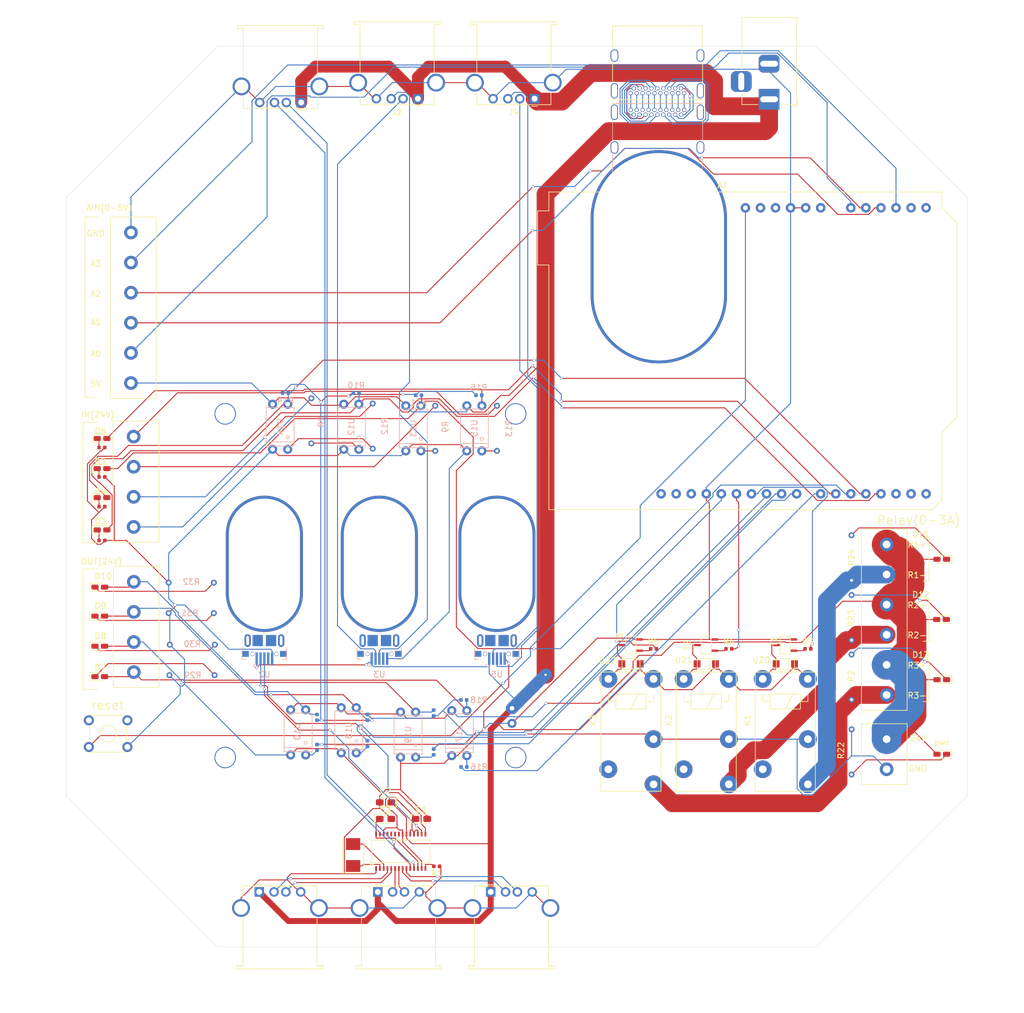
<source format=kicad_pcb>
(kicad_pcb (version 20171130) (host pcbnew "(5.1.4)-1")
  (layers (0 F.Cu signal) (31 B.Cu signal) (34 B.Paste user) (35 F.Paste user) (36 B.SilkS user) (37 F.SilkS user) (38 B.Mask user) (39 F.Mask user) (44 Edge.Cuts user))
  (net 0 "")
  (net 1 "Net-(J1-Pad2)")
  (net 2 "Net-(J1-Pad3)")
  (net 3 "Net-(J2-Pad2)")
  (net 4 "Net-(J2-Pad3)")
  (net 5 "Net-(J3-Pad3)")
  (net 6 "Net-(J3-Pad2)")
  (net 7 "Net-(J4-Pad3)")
  (net 8 "Net-(J4-Pad2)")
  (net 9 "Net-(J5-Pad2)")
  (net 10 "Net-(J5-Pad3)")
  (net 11 "Net-(J6-Pad3)")
  (net 12 "Net-(J6-Pad2)")
  (net 13 "Net-(J7-Pad1)")
  (net 14 "Net-(J7-Pad2)")
  (net 15 "Net-(J7-Pad4)")
  (net 16 "Net-(J7-Pad3)")
  (net 17 "Net-(J7-Pad5)")
  (net 18 "Net-(J7-Pad6)")
  (net 19 "Net-(J7-Pad7)")
  (net 20 "Net-(J7-Pad12)")
  (net 21 "Net-(J7-Pad8)")
  (net 22 "Net-(J7-Pad11)")
  (net 23 "Net-(J7-Pad10)")
  (net 24 "Net-(J7-Pad9)")
  (net 25 "Net-(J7-Pad19)")
  (net 26 "Net-(J7-Pad13)")
  (net 27 "Net-(J7-Pad18)")
  (net 28 "Net-(J7-Pad14)")
  (net 29 "Net-(J7-Pad17)")
  (net 30 "Net-(J7-Pad16)")
  (net 31 "Net-(J7-Pad15)")
  (net 32 GND)
  (net 33 +5V)
  (net 34 "Net-(R1-Pad2)")
  (net 35 "Net-(U1-PadTESTJ)")
  (net 36 "Net-(U1-PadLED2)")
  (net 37 "Net-(U1-PadLED1)")
  (net 38 "Net-(U1-PadDPU)")
  (net 39 "Net-(U1-PadDRV)")
  (net 40 "Net-(U1-PadDMU)")
  (net 41 "Net-(U1-PadXIN)")
  (net 42 "Net-(U1-PadXOUT)")
  (net 43 "Net-(U1-PadPWRJ)")
  (net 44 +3V3)
  (net 45 +1V8)
  (net 46 "Net-(K1-PadNC)")
  (net 47 "Net-(K1-PadC2)")
  (net 48 "Net-(K2-PadNC)")
  (net 49 "Net-(K2-PadC2)")
  (net 50 "Net-(K3-PadNC)")
  (net 51 "Net-(K3-PadC2)")
  (net 52 D13)
  (net 53 D12)
  (net 54 D11)
  (net 55 +24V)
  (net 56 GNDA)
  (net 57 "Net-(R3-Pad1)")
  (net 58 "Net-(R4-Pad1)")
  (net 59 "Net-(R5-Pad1)")
  (net 60 "Net-(A1-PadSCL)")
  (net 61 "Net-(A1-PadSDA)")
  (net 62 "Net-(A1-PadD2/SDA)")
  (net 63 "Net-(A1-PadRESET)")
  (net 64 "Net-(A1-Pad3V3)")
  (net 65 "Net-(A1-Pad+5V)")
  (net 66 "Net-(A1-PadVIN)")
  (net 67 "Net-(A1-PadA4)")
  (net 68 "Net-(A1-PadA5)")
  (net 69 "Net-(A1-PadAREF)")
  (net 70 "Net-(A1-PadD0/RX)")
  (net 71 "Net-(A1-PadD1/TX)")
  (net 72 D13_relay)
  (net 73 D12_relay)
  (net 74 D11_relay)
  (net 75 D7)
  (net 76 D8)
  (net 77 D9)
  (net 78 D10)
  (net 79 "Net-(R6-Pad1)")
  (net 80 D10_24V)
  (net 81 D3)
  (net 82 D4)
  (net 83 D5)
  (net 84 D6)
  (net 85 D3_24V)
  (net 86 "Net-(R8-Pad1)")
  (net 87 D5_24V)
  (net 88 "Net-(R9-Pad1)")
  (net 89 D4_24V)
  (net 90 "Net-(R12-Pad1)")
  (net 91 D6_24V)
  (net 92 "Net-(R13-Pad1)")
  (net 93 "Net-(R16-Pad1)")
  (net 94 "Net-(R17-Pad1)")
  (net 95 D7_24V)
  (net 96 D9_24V)
  (net 97 "Net-(R20-Pad1)")
  (net 98 D8_24V)
  (net 99 "Net-(SW1-Pad1)")
  (net 100 "Net-(SW1-Pad2)")
  (net 101 "Net-(D1-Pad1)")
  (net 102 A3)
  (net 103 A2)
  (net 104 A1)
  (net 105 A0)
  (net 106 "Net-(R2-Pad1)")
  (net 107 "Net-(R23-Pad1)")
  (net 108 "Net-(R24-Pad1)")
  (net 109 "Net-(R25-Pad1)")
  (net 110 "Net-(R26-Pad1)")
  (net 111 "Net-(R27-Pad1)")
  (net 112 "Net-(R28-Pad1)")
  (net 113 "Net-(R29-Pad1)")
  (net 114 "Net-(R30-Pad1)")
  (net 115 "Net-(R31-Pad1)")
  (net 116 "Net-(R32-Pad1)")
  (module hoshina_library:register_0603 (layer F.Cu) (at 7.0285 -75.311)
    (fp_text reference R25)
    (fp_text value 4.7k)
    (pad 2 smd roundrect (at 0.485 0) (size 0.59 0.64) (layers F.Cu F.Paste F.Mask) (net 32 GND))
    (pad 1 smd roundrect (at -0.485 0) (size 0.59 0.64) (layers F.Cu F.Paste F.Mask) (net 109 "Net-(R25-Pad1)"))
  )
  (module hoshina_library:carbon_register (layer B.Cu) (at 25.908 -62.484 180)
    (fp_text reference R32 (at 3.81 0.127) (layer B.SilkS) (effects (justify mirror)))
    (fp_text value 5.6k/1w)
    (pad 2 thru_hole circle (at 7.62 0 180) (size 1 1) (drill 0.5) (layers *.Cu *.Mask) (net 32 GND))
    (pad 1 thru_hole circle (at 0 0 180) (size 1 1) (drill 0.5) (layers *.Cu *.Mask) (net 116 "Net-(R32-Pad1)"))
  )
  (module hoshina_library:carbon_register (layer B.Cu) (at 25.908 -57.3405 180)
    (fp_text reference R31 (at 4.064 0) (layer B.SilkS) (effects (justify mirror)))
    (fp_text value 5.6k/1w)
    (pad 2 thru_hole circle (at 7.62 0 180) (size 1 1) (drill 0.5) (layers *.Cu *.Mask) (net 32 GND))
    (pad 1 thru_hole circle (at 0 0 180) (size 1 1) (drill 0.5) (layers *.Cu *.Mask) (net 115 "Net-(R31-Pad1)"))
  )
  (module hoshina_library:carbon_register (layer B.Cu) (at 26.0985 -52.0065 180)
    (fp_text reference R30 (at 3.81 0.127) (layer B.SilkS) (effects (justify mirror)))
    (fp_text value 5.6k/1w)
    (pad 2 thru_hole circle (at 7.62 0 180) (size 1 1) (drill 0.5) (layers *.Cu *.Mask) (net 32 GND))
    (pad 1 thru_hole circle (at 0 0 180) (size 1 1) (drill 0.5) (layers *.Cu *.Mask) (net 114 "Net-(R30-Pad1)"))
  )
  (module hoshina_library:carbon_register (layer B.Cu) (at 26.035 -46.863 180)
    (fp_text reference R29 (at 3.683 0) (layer B.SilkS) (effects (justify mirror)))
    (fp_text value 5.6k/1w)
    (pad 2 thru_hole circle (at 7.62 0 180) (size 1 1) (drill 0.5) (layers *.Cu *.Mask) (net 32 GND))
    (pad 1 thru_hole circle (at 0 0 180) (size 1 1) (drill 0.5) (layers *.Cu *.Mask) (net 113 "Net-(R29-Pad1)"))
  )
  (module hoshina_library:register_0603 (layer F.Cu) (at 7.0285 -85.2805)
    (fp_text reference R28)
    (fp_text value 4.7k)
    (pad 2 smd roundrect (at 0.485 0) (size 0.59 0.64) (layers F.Cu F.Paste F.Mask) (net 32 GND))
    (pad 1 smd roundrect (at -0.485 0) (size 0.59 0.64) (layers F.Cu F.Paste F.Mask) (net 112 "Net-(R28-Pad1)"))
  )
  (module hoshina_library:register_0603 (layer F.Cu) (at 7.0285 -80.3275)
    (fp_text reference R27)
    (fp_text value 4.7k)
    (pad 2 smd roundrect (at 0.485 0) (size 0.59 0.64) (layers F.Cu F.Paste F.Mask) (net 32 GND))
    (pad 1 smd roundrect (at -0.485 0) (size 0.59 0.64) (layers F.Cu F.Paste F.Mask) (net 111 "Net-(R27-Pad1)"))
  )
  (module hoshina_library:register_0603 (layer F.Cu) (at 7.0285 -69.596)
    (fp_text reference R26)
    (fp_text value 4.7k)
    (pad 2 smd roundrect (at 0.485 0) (size 0.59 0.64) (layers F.Cu F.Paste F.Mask) (net 32 GND))
    (pad 1 smd roundrect (at -0.485 0) (size 0.59 0.64) (layers F.Cu F.Paste F.Mask) (net 110 "Net-(R26-Pad1)"))
  )
  (module hoshina_library:carbon_register (layer F.Cu) (at 133.477 -70.485 270)
    (fp_text reference R24 (at 3.7465 0 90) (layer F.SilkS))
    (fp_text value 5.6k/1w)
    (pad 2 thru_hole circle (at 7.62 0 270) (size 1 1) (drill 0.5) (layers *.Cu *.Mask) (net 74 D11_relay))
    (pad 1 thru_hole circle (at 0 0 270) (size 1 1) (drill 0.5) (layers *.Cu *.Mask) (net 108 "Net-(R24-Pad1)"))
  )
  (module hoshina_library:carbon_register (layer F.Cu) (at 133.477 -60.3885 270)
    (fp_text reference R23 (at 3.937 0.0635 90) (layer F.SilkS))
    (fp_text value 5.6k/1w)
    (pad 2 thru_hole circle (at 7.62 0 270) (size 1 1) (drill 0.5) (layers *.Cu *.Mask) (net 73 D12_relay))
    (pad 1 thru_hole circle (at 0 0 270) (size 1 1) (drill 0.5) (layers *.Cu *.Mask) (net 107 "Net-(R23-Pad1)"))
  )
  (module hoshina_library:carbon_register (layer F.Cu) (at 133.477 -50.3555 270)
    (fp_text reference R2 (at 3.683 0.0635 90) (layer F.SilkS))
    (fp_text value 5.6k/1w)
    (pad 2 thru_hole circle (at 7.62 0 270) (size 1 1) (drill 0.5) (layers *.Cu *.Mask) (net 72 D13_relay))
    (pad 1 thru_hole circle (at 0 0 270) (size 1 1) (drill 0.5) (layers *.Cu *.Mask) (net 106 "Net-(R2-Pad1)"))
  )
  (module hoshina_library:Thinker_board (layer F.Cu) (at 52.324 -29.464)
    (fp_text reference Thinker_board1)
    (fp_text value Thinker_board)
    (pad "" np_thru_hole circle (at -24.5 -3.5) (size 3.6 3.6) (drill 3.3) (layers *.Cu *.Mask))
    (pad "" np_thru_hole circle (at 24.5 -3.5) (size 3.6 3.6) (drill 3.3) (layers *.Cu *.Mask))
    (pad "" np_thru_hole circle (at 24.5 -61.5) (size 3.6 3.6) (drill 3.3) (layers *.Cu *.Mask))
    (pad "" np_thru_hole circle (at -24.5 -61.5) (size 3.6 3.6) (drill 3.3) (layers *.Cu *.Mask))
  )
  (module hoshina_library:2pin_power_gnd (layer F.Cu) (at 76.2 -41.275 270)
    (fp_text reference hand_electric_line1)
    (fp_text value hoshina_library_terminal_block_2pin_small)
    (pad 2 thru_hole circle (at 2.54 0 270) (size 1.524 1.524) (drill 0.762) (layers *.Cu *.Mask) (net 32 GND))
    (pad 1 thru_hole circle (at 0 0 270) (size 1.524 1.524) (drill 0.762) (layers *.Cu *.Mask) (net 33 +5V))
  )
  (module hoshina_library:FE1.1s (layer F.Cu) (at 61.595 -17.145 90)
    (fp_text reference U1)
    (fp_text value FE1.1s)
    (pad TESTJ smd rect (at 2.9 -7.68 90) (size 0.8 0.3) (layers F.Cu F.Paste F.Mask) (net 35 "Net-(U1-PadTESTJ)"))
    (pad VD18 smd rect (at 2.9 -8.32 90) (size 0.8 0.3) (layers F.Cu F.Paste F.Mask) (net 45 +1V8))
    (pad LED2 smd rect (at 2.9 -5.76 90) (size 0.8 0.3) (layers F.Cu F.Paste F.Mask) (net 36 "Net-(U1-PadLED2)"))
    (pad OVCJ smd rect (at 2.9 -7.04 90) (size 0.8 0.3) (layers F.Cu F.Paste F.Mask) (net 44 +3V3))
    (pad PWRJ smd rect (at 2.9 -6.4 90) (size 0.8 0.3) (layers F.Cu F.Paste F.Mask) (net 43 "Net-(U1-PadPWRJ)"))
    (pad LED1 smd rect (at 2.9 -5.12 90) (size 0.8 0.3) (layers F.Cu F.Paste F.Mask) (net 37 "Net-(U1-PadLED1)"))
    (pad DPU smd rect (at 2.9 -0.64 90) (size 0.8 0.3) (layers F.Cu F.Paste F.Mask) (net 38 "Net-(U1-PadDPU)"))
    (pad DRV smd rect (at 2.9 -4.48 90) (size 0.8 0.3) (layers F.Cu F.Paste F.Mask) (net 39 "Net-(U1-PadDRV)"))
    (pad BUSJ smd rect (at 2.9 -2.56 90) (size 0.8 0.3) (layers F.Cu F.Paste F.Mask) (net 44 +3V3))
    (pad VDD5 smd rect (at 2.9 -3.2 90) (size 0.8 0.3) (layers F.Cu F.Paste F.Mask) (net 33 +5V))
    (pad VBUSM smd rect (at 2.9 -1.92 90) (size 0.8 0.3) (layers F.Cu F.Paste F.Mask) (net 44 +3V3))
    (pad XRSTJ smd rect (at 2.9 -1.28 90) (size 0.8 0.3) (layers F.Cu F.Paste F.Mask) (net 44 +3V3))
    (pad DMU smd rect (at 2.9 0 90) (size 0.8 0.3) (layers F.Cu F.Paste F.Mask) (net 40 "Net-(U1-PadDMU)"))
    (pad VD33_O smd rect (at 2.9 -3.84 90) (size 0.8 0.3) (layers F.Cu F.Paste F.Mask) (net 44 +3V3))
    (pad DM4 smd rect (at -2.9 -6.4 90) (size 0.8 0.3) (layers F.Cu F.Paste F.Mask) (net 6 "Net-(J3-Pad2)"))
    (pad XIN smd rect (at -2.9 -7.04 90) (size 0.8 0.3) (layers F.Cu F.Paste F.Mask) (net 41 "Net-(U1-PadXIN)"))
    (pad XOUT smd rect (at -2.9 -7.68 90) (size 0.8 0.3) (layers F.Cu F.Paste F.Mask) (net 42 "Net-(U1-PadXOUT)"))
    (pad VSS smd rect (at -2.9 -8.32 90) (size 0.8 0.3) (layers F.Cu F.Paste F.Mask) (net 32 GND))
    (pad DM3 smd rect (at -2.9 -5.12 90) (size 0.8 0.3) (layers F.Cu F.Paste F.Mask) (net 9 "Net-(J5-Pad2)"))
    (pad DP4 smd rect (at -2.9 -5.76 90) (size 0.8 0.3) (layers F.Cu F.Paste F.Mask) (net 5 "Net-(J3-Pad3)"))
    (pad DM2 smd rect (at -2.9 -3.84 90) (size 0.8 0.3) (layers F.Cu F.Paste F.Mask) (net 12 "Net-(J6-Pad2)"))
    (pad DP3 smd rect (at -2.9 -4.48 90) (size 0.8 0.3) (layers F.Cu F.Paste F.Mask) (net 10 "Net-(J5-Pad3)"))
    (pad DM1 smd rect (at -2.9 -2.56 90) (size 0.8 0.3) (layers F.Cu F.Paste F.Mask) (net 1 "Net-(J1-Pad2)"))
    (pad DP2 smd rect (at -2.9 -3.2 90) (size 0.8 0.3) (layers F.Cu F.Paste F.Mask) (net 11 "Net-(J6-Pad3)"))
    (pad DP1 smd rect (at -2.9 -1.92 90) (size 0.8 0.3) (layers F.Cu F.Paste F.Mask) (net 2 "Net-(J1-Pad3)"))
    (pad VD18_O smd rect (at -2.9 -1.28 90) (size 0.8 0.3) (layers F.Cu F.Paste F.Mask) (net 45 +1V8))
    (pad VD33 smd rect (at -2.9 -0.64 90) (size 0.8 0.3) (layers F.Cu F.Paste F.Mask) (net 44 +3V3))
    (pad REXT smd rect (at -2.9 0 90) (size 0.8 0.3) (layers F.Cu F.Paste F.Mask) (net 34 "Net-(R1-Pad2)"))
  )
  (module hoshina_library:arduino_leonard_remove_2pin (layer F.Cu) (at 110.49 -125.73)
    (fp_text reference A1 (at 1.27 -3.81 180) (layer F.SilkS))
    (fp_text value Arduino_Leonardo_pin_remove_2pin)
    (pad D1/TX thru_hole oval (at 33.02 48.26 90) (size 1.6 1.6) (drill 0.8) (layers *.Cu *.Mask) (net 71 "Net-(A1-PadD1/TX)"))
    (pad D0/RX thru_hole oval (at 35.56 48.26 90) (size 1.6 1.6) (drill 0.8) (layers *.Cu *.Mask) (net 70 "Net-(A1-PadD0/RX)"))
    (pad AREF thru_hole oval (at -4.06 48.26 90) (size 1.6 1.6) (drill 0.8) (layers *.Cu *.Mask) (net 69 "Net-(A1-PadAREF)"))
    (pad A5 thru_hole oval (at 35.56 0 90) (size 1.6 1.6) (drill 0.8) (layers *.Cu *.Mask) (net 68 "Net-(A1-PadA5)"))
    (pad GND thru_hole oval (at -1.52 48.26 90) (size 1.6 1.6) (drill 0.8) (layers *.Cu *.Mask) (net 32 GND))
    (pad A4 thru_hole oval (at 33.02 0 90) (size 1.6 1.6) (drill 0.8) (layers *.Cu *.Mask) (net 67 "Net-(A1-PadA4)"))
    (pad D13 thru_hole oval (at 1.02 48.26 90) (size 1.6 1.6) (drill 0.8) (layers *.Cu *.Mask) (net 52 D13))
    (pad A3 thru_hole oval (at 30.48 0 90) (size 1.6 1.6) (drill 0.8) (layers *.Cu *.Mask) (net 102 A3))
    (pad D12 thru_hole oval (at 3.56 48.26 90) (size 1.6 1.6) (drill 0.8) (layers *.Cu *.Mask) (net 53 D12))
    (pad A2 thru_hole oval (at 27.94 0 90) (size 1.6 1.6) (drill 0.8) (layers *.Cu *.Mask) (net 103 A2))
    (pad D11 thru_hole oval (at 6.1 48.26 90) (size 1.6 1.6) (drill 0.8) (layers *.Cu *.Mask) (net 54 D11))
    (pad A1 thru_hole oval (at 25.4 0 90) (size 1.6 1.6) (drill 0.8) (layers *.Cu *.Mask) (net 104 A1))
    (pad D10 thru_hole oval (at 8.64 48.26 90) (size 1.6 1.6) (drill 0.8) (layers *.Cu *.Mask) (net 78 D10))
    (pad A0 thru_hole oval (at 22.86 0 90) (size 1.6 1.6) (drill 0.8) (layers *.Cu *.Mask) (net 105 A0))
    (pad D9 thru_hole oval (at 11.18 48.26 90) (size 1.6 1.6) (drill 0.8) (layers *.Cu *.Mask) (net 77 D9))
    (pad VIN thru_hole oval (at 17.78 0 90) (size 1.6 1.6) (drill 0.8) (layers *.Cu *.Mask) (net 66 "Net-(A1-PadVIN)"))
    (pad D8 thru_hole oval (at 13.72 48.26 90) (size 1.6 1.6) (drill 0.8) (layers *.Cu *.Mask) (net 76 D8))
    (pad GND thru_hole oval (at 15.24 0 90) (size 1.6 1.6) (drill 0.8) (layers *.Cu *.Mask) (net 32 GND))
    (pad D7 thru_hole oval (at 17.78 48.26 90) (size 1.6 1.6) (drill 0.8) (layers *.Cu *.Mask) (net 75 D7))
    (pad GND thru_hole oval (at 12.7 0 90) (size 1.6 1.6) (drill 0.8) (layers *.Cu *.Mask) (net 32 GND))
    (pad D6 thru_hole oval (at 20.32 48.26 90) (size 1.6 1.6) (drill 0.8) (layers *.Cu *.Mask) (net 84 D6))
    (pad +5V thru_hole oval (at 10.16 0 90) (size 1.6 1.6) (drill 0.8) (layers *.Cu *.Mask) (net 65 "Net-(A1-Pad+5V)"))
    (pad D5 thru_hole oval (at 22.86 48.26 90) (size 1.6 1.6) (drill 0.8) (layers *.Cu *.Mask) (net 83 D5))
    (pad 3V3 thru_hole oval (at 7.62 0 90) (size 1.6 1.6) (drill 0.8) (layers *.Cu *.Mask) (net 64 "Net-(A1-Pad3V3)"))
    (pad D4 thru_hole oval (at 25.4 48.26 90) (size 1.6 1.6) (drill 0.8) (layers *.Cu *.Mask) (net 82 D4))
    (pad RESET thru_hole oval (at 5.08 0 90) (size 1.6 1.6) (drill 0.8) (layers *.Cu *.Mask) (net 63 "Net-(A1-PadRESET)"))
    (pad D3/SCL thru_hole oval (at 27.94 48.26 90) (size 1.6 1.6) (drill 0.8) (layers *.Cu *.Mask) (net 81 D3))
    (pad D2/SDA thru_hole oval (at 30.48 48.26 90) (size 1.6 1.6) (drill 0.8) (layers *.Cu *.Mask) (net 62 "Net-(A1-PadD2/SDA)"))
    (pad SDA thru_hole oval (at -6.6 48.26 90) (size 1.6 1.6) (drill 0.8) (layers *.Cu *.Mask) (net 61 "Net-(A1-PadSDA)"))
    (pad SCL thru_hole oval (at -9.14 48.26 90) (size 1.6 1.6) (drill 0.8) (layers *.Cu *.Mask) (net 60 "Net-(A1-PadSCL)"))
  )
  (module hoshina_library:USB_Micro-B_MC5F-03_aitendo_reverse (layer F.Cu) (at 73.66 -52.705)
    (fp_text reference U5 (at 0 5.715) (layer B.SilkS) (effects (justify mirror)))
    (fp_text value microB_usb_connector)
    (pad "" np_thru_hole oval (at 0 -12.954) (size 13 23) (drill oval 12 22) (layers *.Cu *.Mask))
    (pad "" np_thru_hole circle (at -2 2.25) (size 0.7 0.7) (drill 0.6) (layers *.Cu *.Mask))
    (pad "" np_thru_hole circle (at 2 2.25) (size 0.7 0.7) (drill 0.6) (layers *.Cu *.Mask))
    (pad D+ smd rect (at 0 3.05) (size 0.4 2.1) (layers B.Cu B.Paste B.Mask) (net 7 "Net-(J4-Pad3)"))
    (pad "" smd rect (at 0.65 3.05) (size 0.4 2.1) (layers B.Cu B.Paste B.Mask))
    (pad GND smd rect (at 1.3 3.05) (size 0.4 2.1) (layers B.Cu B.Paste B.Mask) (net 32 GND))
    (pad D- smd rect (at -0.65 3.05) (size 0.4 2.1) (layers B.Cu B.Paste B.Mask) (net 8 "Net-(J4-Pad2)"))
    (pad "" smd rect (at 3.2 2.25) (size 1.15 1) (layers B.Cu B.Paste B.Mask))
    (pad "" thru_hole oval (at 2.825 0 180) (size 1.05 2.15) (drill oval 0.45 1.55) (layers *.Cu *.Mask))
    (pad 6 smd rect (at -3.2 2.25) (size 1.15 1) (layers B.Cu B.Paste B.Mask))
    (pad "" thru_hole oval (at -2.825 0 180) (size 1.05 2.15) (drill oval 0.45 1.55) (layers *.Cu *.Mask))
    (pad "" smd rect (at -1.125 0) (size 1.75 1.9) (layers B.Cu B.Paste B.Mask))
    (pad 5V smd rect (at -1.3 3.05) (size 0.4 2.1) (layers B.Cu B.Paste B.Mask) (net 33 +5V))
    (pad "" smd rect (at 1.125 0) (size 1.75 1.9) (layers B.Cu B.Paste B.Mask))
  )
  (module hoshina_library:USB_Micro-B_MC5F-03_aitendo_reverse (layer F.Cu) (at 53.83 -52.705)
    (fp_text reference U3 (at 0 5.715) (layer B.SilkS) (effects (justify mirror)))
    (fp_text value microB_usb_connector)
    (pad "" np_thru_hole oval (at 0 -12.954) (size 13 23) (drill oval 12 22) (layers *.Cu *.Mask))
    (pad "" np_thru_hole circle (at -2 2.25) (size 0.7 0.7) (drill 0.6) (layers *.Cu *.Mask))
    (pad "" np_thru_hole circle (at 2 2.25) (size 0.7 0.7) (drill 0.6) (layers *.Cu *.Mask))
    (pad D+ smd rect (at 0 3.05) (size 0.4 2.1) (layers B.Cu B.Paste B.Mask) (net 4 "Net-(J2-Pad3)"))
    (pad "" smd rect (at 0.65 3.05) (size 0.4 2.1) (layers B.Cu B.Paste B.Mask))
    (pad GND smd rect (at 1.3 3.05) (size 0.4 2.1) (layers B.Cu B.Paste B.Mask) (net 32 GND))
    (pad D- smd rect (at -0.65 3.05) (size 0.4 2.1) (layers B.Cu B.Paste B.Mask) (net 3 "Net-(J2-Pad2)"))
    (pad "" smd rect (at 3.2 2.25) (size 1.15 1) (layers B.Cu B.Paste B.Mask))
    (pad "" thru_hole oval (at 2.825 0 180) (size 1.05 2.15) (drill oval 0.45 1.55) (layers *.Cu *.Mask))
    (pad 6 smd rect (at -3.2 2.25) (size 1.15 1) (layers B.Cu B.Paste B.Mask))
    (pad "" thru_hole oval (at -2.825 0 180) (size 1.05 2.15) (drill oval 0.45 1.55) (layers *.Cu *.Mask))
    (pad "" smd rect (at -1.125 0) (size 1.75 1.9) (layers B.Cu B.Paste B.Mask))
    (pad 5V smd rect (at -1.3 3.05) (size 0.4 2.1) (layers B.Cu B.Paste B.Mask) (net 33 +5V))
    (pad "" smd rect (at 1.125 0) (size 1.75 1.9) (layers B.Cu B.Paste B.Mask))
  )
  (module hoshina_library:USB_Micro-B_MC5F-03_aitendo_reverse (layer F.Cu) (at 34.435 -52.705)
    (fp_text reference U2 (at 0 5.715) (layer B.SilkS) (effects (justify mirror)))
    (fp_text value microB_usb_connector)
    (pad "" np_thru_hole oval (at 0 -12.954) (size 13 23) (drill oval 12 22) (layers *.Cu *.Mask))
    (pad "" np_thru_hole circle (at -2 2.25) (size 0.7 0.7) (drill 0.6) (layers *.Cu *.Mask))
    (pad "" np_thru_hole circle (at 2 2.25) (size 0.7 0.7) (drill 0.6) (layers *.Cu *.Mask))
    (pad D+ smd rect (at 0 3.05) (size 0.4 2.1) (layers B.Cu B.Paste B.Mask) (net 38 "Net-(U1-PadDPU)"))
    (pad "" smd rect (at 0.65 3.05) (size 0.4 2.1) (layers B.Cu B.Paste B.Mask))
    (pad GND smd rect (at 1.3 3.05) (size 0.4 2.1) (layers B.Cu B.Paste B.Mask) (net 32 GND))
    (pad D- smd rect (at -0.65 3.05) (size 0.4 2.1) (layers B.Cu B.Paste B.Mask) (net 40 "Net-(U1-PadDMU)"))
    (pad "" smd rect (at 3.2 2.25) (size 1.15 1) (layers B.Cu B.Paste B.Mask))
    (pad "" thru_hole oval (at 2.825 0 180) (size 1.05 2.15) (drill oval 0.45 1.55) (layers *.Cu *.Mask))
    (pad 6 smd rect (at -3.2 2.25) (size 1.15 1) (layers B.Cu B.Paste B.Mask))
    (pad "" thru_hole oval (at -2.825 0 180) (size 1.05 2.15) (drill oval 0.45 1.55) (layers *.Cu *.Mask))
    (pad "" smd rect (at -1.125 0) (size 1.75 1.9) (layers B.Cu B.Paste B.Mask))
    (pad 5V smd rect (at -1.3 3.05) (size 0.4 2.1) (layers B.Cu B.Paste B.Mask) (net 33 +5V))
    (pad "" smd rect (at 1.125 0) (size 1.75 1.9) (layers B.Cu B.Paste B.Mask))
  )
  (module hoshina_library:USB-A1 (layer F.Cu) (at 80.01 -144.145 180)
    (fp_text reference J4 (at 3.5 -2.26) (layer F.SilkS))
    (fp_text value USB_A)
    (pad 4 thru_hole circle (at 7 0 180) (size 1.6 1.6) (drill 1) (layers *.Cu *.Mask) (net 32 GND))
    (pad 3 thru_hole circle (at 4.5 0 180) (size 1.6 1.6) (drill 1) (layers *.Cu *.Mask) (net 7 "Net-(J4-Pad3)"))
    (pad 2 thru_hole circle (at 2.5 0 180) (size 1.6 1.6) (drill 1) (layers *.Cu *.Mask) (net 8 "Net-(J4-Pad2)"))
    (pad 1 thru_hole rect (at 0 0 180) (size 1.6 1.6) (drill 1) (layers *.Cu *.Mask) (net 33 +5V))
    (pad 5 thru_hole circle (at -3.07 2.71 180) (size 3 3) (drill 2.3) (layers *.Cu *.Mask) (net 32 GND))
    (pad 5 thru_hole circle (at 10.07 2.71 180) (size 3 3) (drill 2.3) (layers *.Cu *.Mask) (net 32 GND))
  )
  (module hoshina_library:USB-A1 (layer F.Cu) (at 60.325 -144.145 180)
    (fp_text reference J2 (at 3.5 -2.26) (layer F.SilkS))
    (fp_text value USB_A)
    (pad 4 thru_hole circle (at 7 0 180) (size 1.6 1.6) (drill 1) (layers *.Cu *.Mask) (net 32 GND))
    (pad 3 thru_hole circle (at 4.5 0 180) (size 1.6 1.6) (drill 1) (layers *.Cu *.Mask) (net 4 "Net-(J2-Pad3)"))
    (pad 2 thru_hole circle (at 2.5 0 180) (size 1.6 1.6) (drill 1) (layers *.Cu *.Mask) (net 3 "Net-(J2-Pad2)"))
    (pad 1 thru_hole rect (at 0 0 180) (size 1.6 1.6) (drill 1) (layers *.Cu *.Mask) (net 33 +5V))
    (pad 5 thru_hole circle (at -3.07 2.71 180) (size 3 3) (drill 2.3) (layers *.Cu *.Mask) (net 32 GND))
    (pad 5 thru_hole circle (at 10.07 2.71 180) (size 3 3) (drill 2.3) (layers *.Cu *.Mask) (net 32 GND))
  )
  (module hoshina_library:terminal_block_6pin_small (layer F.Cu) (at 11.929 -121.566 270)
    (fp_text reference U23)
    (fp_text value terminal_block_6pin_small)
    (pad 2 thru_hole circle (at 5.08 0 270) (size 2.3 2.3) (drill 1.3) (layers *.Cu *.Mask) (net 102 A3))
    (pad 3 thru_hole circle (at 10.16 0 270) (size 2.3 2.3) (drill 1.3) (layers *.Cu *.Mask) (net 103 A2))
    (pad 4 thru_hole circle (at 15.24 0 270) (size 2.3 2.3) (drill 1.3) (layers *.Cu *.Mask) (net 104 A1))
    (pad 5 thru_hole circle (at 20.32 0 270) (size 2.3 2.3) (drill 1.3) (layers *.Cu *.Mask) (net 105 A0))
    (pad 6 thru_hole circle (at 25.4 0 270) (size 2.3 2.3) (drill 1.3) (layers *.Cu *.Mask) (net 33 +5V))
    (pad 1 thru_hole circle (at 0 0 270) (size 2.3 2.3) (drill 1.3) (layers *.Cu *.Mask) (net 32 GND))
  )
  (module hoshina_library:carbon_register (layer B.Cu) (at 42.365 -85.974 90)
    (fp_text reference R8 (at 3.688 1.704 -90) (layer B.SilkS) (effects (justify mirror)))
    (fp_text value 1k/1W)
    (pad 2 thru_hole circle (at 7.62 0 90) (size 1 1) (drill 0.5) (layers *.Cu *.Mask) (net 85 D3_24V))
    (pad 1 thru_hole circle (at 0 0 90) (size 1 1) (drill 0.5) (layers *.Cu *.Mask) (net 86 "Net-(R8-Pad1)"))
  )
  (module hoshina_library:diode_GS1010FL (layer F.Cu) (at 96.266 -48.768 180)
    (fp_text reference U22 (at 3.937 0.508) (layer F.SilkS))
    (fp_text value diode_GS1010FL)
    (pad 1 smd rect (at -1.55 0 180) (size 1.15 1.22) (layers F.Cu F.Paste F.Mask) (net 33 +5V))
    (pad 2 smd rect (at 1.55 0 180) (size 1.15 1.22) (layers F.Cu F.Paste F.Mask) (net 51 "Net-(K3-PadC2)"))
  )
  (module hoshina_library:diode_GS1010FL (layer F.Cu) (at 108.966 -48.768 180)
    (fp_text reference U21 (at 3.81 0.635) (layer F.SilkS))
    (fp_text value diode_GS1010FL)
    (pad 1 smd rect (at -1.55 0 180) (size 1.15 1.22) (layers F.Cu F.Paste F.Mask) (net 33 +5V))
    (pad 2 smd rect (at 1.55 0 180) (size 1.15 1.22) (layers F.Cu F.Paste F.Mask) (net 49 "Net-(K2-PadC2)"))
  )
  (module hoshina_library:diode_GS1010FL (layer F.Cu) (at 122.301 -48.768 180)
    (fp_text reference U20 (at 4.064 0.635) (layer F.SilkS))
    (fp_text value diode_GS1010FL)
    (pad 1 smd rect (at -1.55 0 180) (size 1.15 1.22) (layers F.Cu F.Paste F.Mask) (net 33 +5V))
    (pad 2 smd rect (at 1.55 0 180) (size 1.15 1.22) (layers F.Cu F.Paste F.Mask) (net 47 "Net-(K1-PadC2)"))
  )
  (module hoshina_library:SW_TH_Tactile_Omron_B3F-10xx (layer F.Cu) (at 4.826 -39.243)
    (fp_text reference SW1)
    (fp_text value SW_Push_Dual)
    (pad 1 thru_hole circle (at 0 0) (size 1.7 1.7) (drill 1) (layers *.Cu *.Mask) (net 99 "Net-(SW1-Pad1)"))
    (pad 2 thru_hole circle (at 6.5 0) (size 1.7 1.7) (drill 1) (layers *.Cu *.Mask) (net 100 "Net-(SW1-Pad2)"))
    (pad 3 thru_hole circle (at 0 4.5) (size 1.7 1.7) (drill 1) (layers *.Cu *.Mask) (net 63 "Net-(A1-PadRESET)"))
    (pad 4 thru_hole circle (at 6.5 4.5) (size 1.7 1.7) (drill 1) (layers *.Cu *.Mask) (net 32 GND))
  )
  (module hoshina_library:fhoto_capra_PS817 (layer B.Cu) (at 59.944 -33.02 180)
    (fp_text reference U19 (at 1.27 3.81 270) (layer B.SilkS) (effects (justify mirror)))
    (fp_text value fhoto_capura_PS817)
    (pad 4 thru_hole circle (at 2.54 7.62 180) (size 1.524 1.524) (drill 0.762) (layers *.Cu *.Mask) (net 55 +24V))
    (pad 3 thru_hole circle (at 0 7.62 180) (size 1.524 1.524) (drill 0.762) (layers *.Cu *.Mask) (net 98 D8_24V))
    (pad 2 thru_hole circle (at 2.54 0 180) (size 1.524 1.524) (drill 0.762) (layers *.Cu *.Mask) (net 32 GND))
    (pad 1 thru_hole circle (at 0 0 180) (size 1.524 1.524) (drill 0.762) (layers *.Cu *.Mask) (net 97 "Net-(R20-Pad1)"))
  )
  (module hoshina_library:fhoto_capra_PS817 (layer B.Cu) (at 49.936 -33.749 180)
    (fp_text reference U18 (at 1.27 3.81 -90) (layer B.SilkS) (effects (justify mirror)))
    (fp_text value fhoto_capura_PS817)
    (pad 4 thru_hole circle (at 2.54 7.62 180) (size 1.524 1.524) (drill 0.762) (layers *.Cu *.Mask) (net 55 +24V))
    (pad 3 thru_hole circle (at 0 7.62 180) (size 1.524 1.524) (drill 0.762) (layers *.Cu *.Mask) (net 96 D9_24V))
    (pad 2 thru_hole circle (at 2.54 0 180) (size 1.524 1.524) (drill 0.762) (layers *.Cu *.Mask) (net 32 GND))
    (pad 1 thru_hole circle (at 0 0 180) (size 1.524 1.524) (drill 0.762) (layers *.Cu *.Mask) (net 94 "Net-(R17-Pad1)"))
  )
  (module hoshina_library:fhoto_capra_PS817 (layer B.Cu) (at 68.58 -33.274 180)
    (fp_text reference U17 (at 1.27 3.81 270) (layer B.SilkS) (effects (justify mirror)))
    (fp_text value fhoto_capura_PS817)
    (pad 4 thru_hole circle (at 2.54 7.62 180) (size 1.524 1.524) (drill 0.762) (layers *.Cu *.Mask) (net 55 +24V))
    (pad 3 thru_hole circle (at 0 7.62 180) (size 1.524 1.524) (drill 0.762) (layers *.Cu *.Mask) (net 95 D7_24V))
    (pad 2 thru_hole circle (at 2.54 0 180) (size 1.524 1.524) (drill 0.762) (layers *.Cu *.Mask) (net 32 GND))
    (pad 1 thru_hole circle (at 0 0 180) (size 1.524 1.524) (drill 0.762) (layers *.Cu *.Mask) (net 93 "Net-(R16-Pad1)"))
  )
  (module hoshina_library:terminal_block_4pin_small (layer F.Cu) (at 12.3825 -87.122 270)
    (fp_text reference U16)
    (fp_text value terminal_block_4pin_small)
    (pad 2 thru_hole circle (at 5.08 0 270) (size 2.3 2.3) (drill 1.3) (layers *.Cu *.Mask) (net 87 D5_24V))
    (pad 3 thru_hole circle (at 10.16 0 270) (size 2.3 2.3) (drill 1.3) (layers *.Cu *.Mask) (net 89 D4_24V))
    (pad 4 thru_hole circle (at 15.24 0 270) (size 2.3 2.3) (drill 1.3) (layers *.Cu *.Mask) (net 85 D3_24V))
    (pad 1 thru_hole circle (at 0 0 270) (size 2.3 2.3) (drill 1.3) (layers *.Cu *.Mask) (net 91 D6_24V))
  )
  (module hoshina_library:fhoto_capra_PS817 (layer B.Cu) (at 71.12 -84.709 180)
    (fp_text reference U15 (at 1.27 3.81 -90) (layer B.SilkS) (effects (justify mirror)))
    (fp_text value fhoto_capura_PS817)
    (pad 4 thru_hole circle (at 2.54 7.62 180) (size 1.524 1.524) (drill 0.762) (layers *.Cu *.Mask) (net 33 +5V))
    (pad 3 thru_hole circle (at 0 7.62 180) (size 1.524 1.524) (drill 0.762) (layers *.Cu *.Mask) (net 84 D6))
    (pad 2 thru_hole circle (at 2.54 0 180) (size 1.524 1.524) (drill 0.762) (layers *.Cu *.Mask) (net 32 GND))
    (pad 1 thru_hole circle (at 0 0 180) (size 1.524 1.524) (drill 0.762) (layers *.Cu *.Mask) (net 92 "Net-(R13-Pad1)"))
  )
  (module hoshina_library:fhoto_capra_PS817 (layer B.Cu) (at 38.365 -84.974 180)
    (fp_text reference U14 (at 1.27 3.81 -90) (layer B.SilkS) (effects (justify mirror)))
    (fp_text value fhoto_capura_PS817)
    (pad 4 thru_hole circle (at 2.54 7.62 180) (size 1.524 1.524) (drill 0.762) (layers *.Cu *.Mask) (net 33 +5V))
    (pad 3 thru_hole circle (at 0 7.62 180) (size 1.524 1.524) (drill 0.762) (layers *.Cu *.Mask) (net 82 D4))
    (pad 2 thru_hole circle (at 2.54 0 180) (size 1.524 1.524) (drill 0.762) (layers *.Cu *.Mask) (net 32 GND))
    (pad 1 thru_hole circle (at 0 0 180) (size 1.524 1.524) (drill 0.762) (layers *.Cu *.Mask) (net 90 "Net-(R12-Pad1)"))
  )
  (module hoshina_library:fhoto_capra_PS817 (layer B.Cu) (at 60.833 -84.709 180)
    (fp_text reference U13 (at 1.27 3.81 -90) (layer B.SilkS) (effects (justify mirror)))
    (fp_text value fhoto_capura_PS817)
    (pad 4 thru_hole circle (at 2.54 7.62 180) (size 1.524 1.524) (drill 0.762) (layers *.Cu *.Mask) (net 33 +5V))
    (pad 3 thru_hole circle (at 0 7.62 180) (size 1.524 1.524) (drill 0.762) (layers *.Cu *.Mask) (net 83 D5))
    (pad 2 thru_hole circle (at 2.54 0 180) (size 1.524 1.524) (drill 0.762) (layers *.Cu *.Mask) (net 32 GND))
    (pad 1 thru_hole circle (at 0 0 180) (size 1.524 1.524) (drill 0.762) (layers *.Cu *.Mask) (net 88 "Net-(R9-Pad1)"))
  )
  (module hoshina_library:fhoto_capra_PS817 (layer B.Cu) (at 50.365 -84.974 180)
    (fp_text reference U12 (at 1.27 3.81 270) (layer B.SilkS) (effects (justify mirror)))
    (fp_text value fhoto_capura_PS817)
    (pad 4 thru_hole circle (at 2.54 7.62 180) (size 1.524 1.524) (drill 0.762) (layers *.Cu *.Mask) (net 33 +5V))
    (pad 3 thru_hole circle (at 0 7.62 180) (size 1.524 1.524) (drill 0.762) (layers *.Cu *.Mask) (net 81 D3))
    (pad 2 thru_hole circle (at 2.54 0 180) (size 1.524 1.524) (drill 0.762) (layers *.Cu *.Mask) (net 32 GND))
    (pad 1 thru_hole circle (at 0 0 180) (size 1.524 1.524) (drill 0.762) (layers *.Cu *.Mask) (net 86 "Net-(R8-Pad1)"))
  )
  (module hoshina_library:register_0603 (layer B.Cu) (at 62.992 -40.49 90)
    (fp_text reference R21)
    (fp_text value 10k)
    (pad 2 smd roundrect (at 0.485 0 90) (size 0.59 0.64) (layers B.Cu B.Paste B.Mask) (net 98 D8_24V))
    (pad 1 smd roundrect (at -0.485 0 90) (size 0.59 0.64) (layers B.Cu B.Paste B.Mask) (net 56 GNDA))
  )
  (module hoshina_library:register_0603 (layer B.Cu) (at 62.992 -33.909 90)
    (fp_text reference R20)
    (fp_text value 190)
    (pad 2 smd roundrect (at 0.485 0 90) (size 0.59 0.64) (layers B.Cu B.Paste B.Mask) (net 76 D8))
    (pad 1 smd roundrect (at -0.485 0 90) (size 0.59 0.64) (layers B.Cu B.Paste B.Mask) (net 97 "Net-(R20-Pad1)"))
  )
  (module hoshina_library:register_0603 (layer B.Cu) (at 51.816 -39.751 270)
    (fp_text reference R19)
    (fp_text value 10k)
    (pad 2 smd roundrect (at 0.485 0 270) (size 0.59 0.64) (layers B.Cu B.Paste B.Mask) (net 96 D9_24V))
    (pad 1 smd roundrect (at -0.485 0 270) (size 0.59 0.64) (layers B.Cu B.Paste B.Mask) (net 56 GNDA))
  )
  (module hoshina_library:register_0603 (layer B.Cu) (at 68.072 -42.672)
    (fp_text reference R18 (at 2.54 0) (layer B.SilkS) (effects (justify mirror)))
    (fp_text value 10k)
    (pad 2 smd roundrect (at 0.485 0) (size 0.59 0.64) (layers B.Cu B.Paste B.Mask) (net 95 D7_24V))
    (pad 1 smd roundrect (at -0.485 0) (size 0.59 0.64) (layers B.Cu B.Paste B.Mask) (net 56 GNDA))
  )
  (module hoshina_library:register_0603 (layer B.Cu) (at 51.816 -35.306 90)
    (fp_text reference R17)
    (fp_text value 190)
    (pad 2 smd roundrect (at 0.485 0 90) (size 0.59 0.64) (layers B.Cu B.Paste B.Mask) (net 77 D9))
    (pad 1 smd roundrect (at -0.485 0 90) (size 0.59 0.64) (layers B.Cu B.Paste B.Mask) (net 94 "Net-(R17-Pad1)"))
  )
  (module hoshina_library:register_0603 (layer B.Cu) (at 68.095 -31.369 180)
    (fp_text reference R16 (at -2.54 0) (layer B.SilkS) (effects (justify mirror)))
    (fp_text value 190)
    (pad 2 smd roundrect (at 0.485 0 180) (size 0.59 0.64) (layers B.Cu B.Paste B.Mask) (net 75 D7))
    (pad 1 smd roundrect (at -0.485 0 180) (size 0.59 0.64) (layers B.Cu B.Paste B.Mask) (net 93 "Net-(R16-Pad1)"))
  )
  (module hoshina_library:register_0603 (layer B.Cu) (at 70.612 -94.107)
    (fp_text reference R15 (at 0 -1.27) (layer B.SilkS) (effects (justify mirror)))
    (fp_text value 10k)
    (pad 2 smd roundrect (at 0.485 0) (size 0.59 0.64) (layers B.Cu B.Paste B.Mask) (net 84 D6))
    (pad 1 smd roundrect (at -0.485 0) (size 0.59 0.64) (layers B.Cu B.Paste B.Mask) (net 56 GNDA))
  )
  (module hoshina_library:register_0603 (layer B.Cu) (at 37.973 -94.488)
    (fp_text reference R14 (at 0.023 1.27) (layer B.SilkS) (effects (justify mirror)))
    (fp_text value 10k)
    (pad 2 smd roundrect (at 0.485 0) (size 0.59 0.64) (layers B.Cu B.Paste B.Mask) (net 82 D4))
    (pad 1 smd roundrect (at -0.485 0) (size 0.59 0.64) (layers B.Cu B.Paste B.Mask) (net 56 GNDA))
  )
  (module hoshina_library:register_0603 (layer B.Cu) (at 60.452 -94.107)
    (fp_text reference R11 (at 0 1.27) (layer B.SilkS) (effects (justify mirror)))
    (fp_text value 10k)
    (pad 2 smd roundrect (at 0.485 0) (size 0.59 0.64) (layers B.Cu B.Paste B.Mask) (net 83 D5))
    (pad 1 smd roundrect (at -0.485 0) (size 0.59 0.64) (layers B.Cu B.Paste B.Mask) (net 56 GNDA))
  )
  (module hoshina_library:register_0603 (layer B.Cu) (at 49.911 -94.488)
    (fp_text reference R10 (at 0 -1.27) (layer B.SilkS) (effects (justify mirror)))
    (fp_text value 10k)
    (pad 2 smd roundrect (at 0.485 0) (size 0.59 0.64) (layers B.Cu B.Paste B.Mask) (net 81 D3))
    (pad 1 smd roundrect (at -0.485 0) (size 0.59 0.64) (layers B.Cu B.Paste B.Mask) (net 56 GNDA))
  )
  (module hoshina_library:terminal_block_4pin_small (layer F.Cu) (at 12.416 -62.62 270)
    (fp_text reference U11)
    (fp_text value terminal_block_4pin_small)
    (pad 2 thru_hole circle (at 5.08 0 270) (size 2.3 2.3) (drill 1.3) (layers *.Cu *.Mask) (net 96 D9_24V))
    (pad 3 thru_hole circle (at 10.16 0 270) (size 2.3 2.3) (drill 1.3) (layers *.Cu *.Mask) (net 98 D8_24V))
    (pad 4 thru_hole circle (at 15.24 0 270) (size 2.3 2.3) (drill 1.3) (layers *.Cu *.Mask) (net 95 D7_24V))
    (pad 1 thru_hole circle (at 0 0 270) (size 2.3 2.3) (drill 1.3) (layers *.Cu *.Mask) (net 80 D10_24V))
  )
  (module hoshina_library:fhoto_capra_PS817 (layer B.Cu) (at 41.402 -33.401 180)
    (fp_text reference U10 (at 1.419999 3.937 -90) (layer B.SilkS) (effects (justify mirror)))
    (fp_text value fhoto_capura_PS817)
    (pad 4 thru_hole circle (at 2.54 7.62 180) (size 1.524 1.524) (drill 0.762) (layers *.Cu *.Mask) (net 55 +24V))
    (pad 3 thru_hole circle (at 0 7.62 180) (size 1.524 1.524) (drill 0.762) (layers *.Cu *.Mask) (net 80 D10_24V))
    (pad 2 thru_hole circle (at 2.54 0 180) (size 1.524 1.524) (drill 0.762) (layers *.Cu *.Mask) (net 32 GND))
    (pad 1 thru_hole circle (at 0 0 180) (size 1.524 1.524) (drill 0.762) (layers *.Cu *.Mask) (net 79 "Net-(R6-Pad1)"))
  )
  (module hoshina_library:register_0603 (layer B.Cu) (at 43.307 -39.751 90)
    (fp_text reference R7)
    (fp_text value 10k)
    (pad 2 smd roundrect (at 0.485 0 90) (size 0.59 0.64) (layers B.Cu B.Paste B.Mask) (net 80 D10_24V))
    (pad 1 smd roundrect (at -0.485 0 90) (size 0.59 0.64) (layers B.Cu B.Paste B.Mask) (net 56 GNDA))
  )
  (module hoshina_library:register_0603 (layer B.Cu) (at 43.307 -34.671 90)
    (fp_text reference R6)
    (fp_text value 190)
    (pad 2 smd roundrect (at 0.485 0 90) (size 0.59 0.64) (layers B.Cu B.Paste B.Mask) (net 78 D10))
    (pad 1 smd roundrect (at -0.485 0 90) (size 0.59 0.64) (layers B.Cu B.Paste B.Mask) (net 79 "Net-(R6-Pad1)"))
  )
  (module hoshina_library:terminal_block_2pin_small (layer F.Cu) (at 139.389 -33.526 90)
    (fp_text reference U9)
    (fp_text value terminal_block_2pin_small)
    (pad 2 thru_hole circle (at 2.54 0 90) (size 2.3 2.3) (drill 1.3) (layers *.Cu *.Mask) (net 55 +24V))
    (pad 1 thru_hole circle (at -2.54 0 90) (size 2.3 2.3) (drill 1.3) (layers *.Cu *.Mask) (net 56 GNDA))
  )
  (module hoshina_library:ALQ105_akituki (layer F.Cu) (at 126.111 -46.228 270)
    (fp_text reference K1)
    (fp_text value ALQ105)
    (fp_text user %R (at 6.985 10.16 90) (layer F.SilkS))
    (pad COM thru_hole circle (at 10.16 0 270) (size 3 3) (drill 1.3) (layers *.Cu *.Mask) (net 56 GNDA))
    (pad NC thru_hole circle (at 15.24 7.62 270) (size 3 3) (drill 1.3) (layers *.Cu *.Mask) (net 46 "Net-(K1-PadNC)"))
    (pad NO thru_hole circle (at 17.78 0 270) (size 3 3) (drill 1.3) (layers *.Cu *.Mask) (net 74 D11_relay))
    (pad C2 thru_hole circle (at 0 7.62 270) (size 3 3) (drill 1.3) (layers *.Cu *.Mask) (net 47 "Net-(K1-PadC2)"))
    (pad C1 thru_hole circle (at 0 0 270) (size 3 3) (drill 1.3) (layers *.Cu *.Mask) (net 33 +5V))
  )
  (module hoshina_library:HDMI_Hole2 (layer F.Cu) (at 100.965 -117.475)
    (fp_text reference U7 (at 0 6.85) (layer F.SilkS))
    (fp_text value HDMI_Hole2)
    (pad "" np_thru_hole oval (at 0 0) (size 23 36) (drill oval 22 35) (layers *.Cu *.Mask))
  )
  (module hoshina_library:2SD1781 (layer F.Cu) (at 96.266 -51.943 270)
    (fp_text reference T3 (at -1.27 1.905 90) (layer F.SilkS))
    (fp_text value 2SD1781K)
    (pad E smd rect (at -0.95 -1.4 270) (size 0.4 1.2) (layers F.Cu F.Paste F.Mask) (net 32 GND))
    (pad B smd rect (at 0.95 -1.4 270) (size 0.4 1.2) (layers F.Cu F.Paste F.Mask) (net 59 "Net-(R5-Pad1)"))
    (pad C smd rect (at 0 1.4 270) (size 0.4 1.2) (layers F.Cu F.Paste F.Mask) (net 51 "Net-(K3-PadC2)"))
  )
  (module hoshina_library:2SD1781 (layer F.Cu) (at 108.966 -51.943 270)
    (fp_text reference T2 (at 0 3.175 90) (layer F.SilkS))
    (fp_text value 2SD1781K)
    (pad E smd rect (at -0.95 -1.4 270) (size 0.4 1.2) (layers F.Cu F.Paste F.Mask) (net 32 GND))
    (pad B smd rect (at 0.95 -1.4 270) (size 0.4 1.2) (layers F.Cu F.Paste F.Mask) (net 58 "Net-(R4-Pad1)"))
    (pad C smd rect (at 0 1.4 270) (size 0.4 1.2) (layers F.Cu F.Paste F.Mask) (net 49 "Net-(K2-PadC2)"))
  )
  (module hoshina_library:2SD1781 (layer F.Cu) (at 122.301 -51.943 270)
    (fp_text reference T1 (at -0.635 1.905 90) (layer F.SilkS))
    (fp_text value 2SD1781K)
    (pad E smd rect (at -0.95 -1.4 270) (size 0.4 1.2) (layers F.Cu F.Paste F.Mask) (net 32 GND))
    (pad B smd rect (at 0.95 -1.4 270) (size 0.4 1.2) (layers F.Cu F.Paste F.Mask) (net 57 "Net-(R3-Pad1)"))
    (pad C smd rect (at 0 1.4 270) (size 0.4 1.2) (layers F.Cu F.Paste F.Mask) (net 47 "Net-(K1-PadC2)"))
  )
  (module hoshina_library:register_0603 (layer F.Cu) (at 100.076 -51.308)
    (fp_text reference R5 (at 0 -1.17) (layer F.SilkS))
    (fp_text value 5k)
    (pad 2 smd roundrect (at 0.485 0) (size 0.59 0.64) (layers F.Cu F.Paste F.Mask) (net 52 D13))
    (pad 1 smd roundrect (at -0.485 0) (size 0.59 0.64) (layers F.Cu F.Paste F.Mask) (net 59 "Net-(R5-Pad1)"))
  )
  (module hoshina_library:register_0603 (layer F.Cu) (at 112.776 -51.308)
    (fp_text reference R4 (at 0 -1.17) (layer F.SilkS))
    (fp_text value 5k)
    (pad 2 smd roundrect (at 0.485 0) (size 0.59 0.64) (layers F.Cu F.Paste F.Mask) (net 53 D12))
    (pad 1 smd roundrect (at -0.485 0) (size 0.59 0.64) (layers F.Cu F.Paste F.Mask) (net 58 "Net-(R4-Pad1)"))
  )
  (module hoshina_library:register_0603 (layer F.Cu) (at 126.111 -51.308)
    (fp_text reference R3 (at 0 -1.17) (layer F.SilkS))
    (fp_text value 5k)
    (pad 2 smd roundrect (at 0.485 0) (size 0.59 0.64) (layers F.Cu F.Paste F.Mask) (net 54 D11))
    (pad 1 smd roundrect (at -0.485 0) (size 0.59 0.64) (layers F.Cu F.Paste F.Mask) (net 57 "Net-(R3-Pad1)"))
  )
  (module hoshina_library:ALQ105_akituki (layer F.Cu) (at 100.076 -46.228 270)
    (fp_text reference K3 (at 6.985 10.16 90) (layer F.SilkS))
    (fp_text value ALQ105)
    (pad COM thru_hole circle (at 10.16 0 270) (size 3 3) (drill 1.3) (layers *.Cu *.Mask) (net 56 GNDA))
    (pad NC thru_hole circle (at 15.24 7.62 270) (size 3 3) (drill 1.3) (layers *.Cu *.Mask) (net 50 "Net-(K3-PadNC)"))
    (pad NO thru_hole circle (at 17.78 0 270) (size 3 3) (drill 1.3) (layers *.Cu *.Mask) (net 72 D13_relay))
    (pad C2 thru_hole circle (at 0 7.62 270) (size 3 3) (drill 1.3) (layers *.Cu *.Mask) (net 51 "Net-(K3-PadC2)"))
    (pad C1 thru_hole circle (at 0 0 270) (size 3 3) (drill 1.3) (layers *.Cu *.Mask) (net 33 +5V))
  )
  (module hoshina_library:ALQ105_akituki (layer F.Cu) (at 112.776 -46.228 270)
    (fp_text reference K2 (at 6.985 10.16 90) (layer F.SilkS))
    (fp_text value ALQ105)
    (pad COM thru_hole circle (at 10.16 0 270) (size 3 3) (drill 1.3) (layers *.Cu *.Mask) (net 56 GNDA))
    (pad NC thru_hole circle (at 15.24 7.62 270) (size 3 3) (drill 1.3) (layers *.Cu *.Mask) (net 48 "Net-(K2-PadNC)"))
    (pad NO thru_hole circle (at 17.78 0 270) (size 3 3) (drill 1.3) (layers *.Cu *.Mask) (net 73 D12_relay))
    (pad C2 thru_hole circle (at 0 7.62 270) (size 3 3) (drill 1.3) (layers *.Cu *.Mask) (net 49 "Net-(K2-PadC2)"))
    (pad C1 thru_hole circle (at 0 0 270) (size 3 3) (drill 1.3) (layers *.Cu *.Mask) (net 33 +5V))
  )
  (module hoshina_library:HDMI_2000-1-1-20-00-BK (layer F.Cu) (at 100.729 -145.485 180)
    (fp_text reference J7)
    (fp_text value HDMI)
    (pad 18 thru_hole circle (at -4 0.4 180) (size 0.7 0.7) (drill 0.5) (layers *.Cu *.Mask) (net 27 "Net-(J7-Pad18)"))
    (pad 19 thru_hole circle (at -4.5 -0.4 180) (size 0.7 0.7) (drill 0.5) (layers *.Cu *.Mask) (net 25 "Net-(J7-Pad19)"))
    (pad 17 thru_hole circle (at -3.5 -0.4 180) (size 0.7 0.7) (drill 0.5) (layers *.Cu *.Mask) (net 29 "Net-(J7-Pad17)"))
    (pad 15 thru_hole circle (at -2.5 -0.4 180) (size 0.7 0.7) (drill 0.5) (layers *.Cu *.Mask) (net 31 "Net-(J7-Pad15)"))
    (pad 14 thru_hole circle (at -2 0.4 180) (size 0.7 0.7) (drill 0.5) (layers *.Cu *.Mask) (net 28 "Net-(J7-Pad14)"))
    (pad 11 thru_hole circle (at -0.5 -0.4 180) (size 0.7 0.7) (drill 0.5) (layers *.Cu *.Mask) (net 22 "Net-(J7-Pad11)"))
    (pad 12 thru_hole circle (at -1 0.4 180) (size 0.7 0.7) (drill 0.5) (layers *.Cu *.Mask) (net 20 "Net-(J7-Pad12)"))
    (pad 13 thru_hole circle (at -1.5 -0.4 180) (size 0.7 0.7) (drill 0.5) (layers *.Cu *.Mask) (net 26 "Net-(J7-Pad13)"))
    (pad 16 thru_hole circle (at -3 0.4 180) (size 0.7 0.7) (drill 0.5) (layers *.Cu *.Mask) (net 30 "Net-(J7-Pad16)"))
    (pad 9 thru_hole circle (at 0.5 -0.4 180) (size 0.7 0.7) (drill 0.5) (layers *.Cu *.Mask) (net 24 "Net-(J7-Pad9)"))
    (pad 10 thru_hole circle (at 0 0.4 180) (size 0.7 0.7) (drill 0.5) (layers *.Cu *.Mask) (net 23 "Net-(J7-Pad10)"))
    (pad 7 thru_hole circle (at 1.5 -0.4 180) (size 0.7 0.7) (drill 0.5) (layers *.Cu *.Mask) (net 19 "Net-(J7-Pad7)"))
    (pad 8 thru_hole circle (at 1 0.4 180) (size 0.7 0.7) (drill 0.5) (layers *.Cu *.Mask) (net 21 "Net-(J7-Pad8)"))
    (pad 5 thru_hole circle (at 2.5 -0.4 180) (size 0.7 0.7) (drill 0.5) (layers *.Cu *.Mask) (net 17 "Net-(J7-Pad5)"))
    (pad 6 thru_hole circle (at 2 0.4 180) (size 0.7 0.7) (drill 0.5) (layers *.Cu *.Mask F.Adhes) (net 18 "Net-(J7-Pad6)"))
    (pad 3 thru_hole circle (at 3.5 -0.4 180) (size 0.7 0.7) (drill 0.5) (layers *.Cu *.Mask) (net 16 "Net-(J7-Pad3)"))
    (pad 4 thru_hole circle (at 3 0.4 180) (size 0.7 0.7) (drill 0.5) (layers *.Cu *.Mask) (net 15 "Net-(J7-Pad4)"))
    (pad 2 thru_hole circle (at 4 0.4 180) (size 0.7 0.7) (drill 0.5) (layers *.Cu *.Mask) (net 14 "Net-(J7-Pad2)"))
    (pad 1 thru_hole circle (at 4.5 -0.4 180) (size 0.7 0.7) (drill 0.5) (layers *.Cu *.Mask) (net 13 "Net-(J7-Pad1)"))
    (pad "" thru_hole oval (at -7.25 5.94 180) (size 1.3 2.1) (drill oval 1 1.8) (layers *.Cu *.Mask))
    (pad "" thru_hole oval (at 7.25 5.94 180) (size 1.3 2.1) (drill oval 1 1.8) (layers *.Cu *.Mask))
    (pad "" thru_hole oval (at -7.25 0 180) (size 1.2 2.6) (drill oval 0.9 2.3) (layers *.Cu *.Mask))
    (pad "" thru_hole oval (at 7.25 0 180) (size 1.2 2.6) (drill oval 0.9 2.3) (layers *.Cu *.Mask))
  )
  (module hoshina_library:Hole_3.3mm (layer F.Cu) (at 22 -132)
    (fp_text reference H4)
    (fp_text value Hole_3.3mm)
    (pad "" np_thru_hole circle (at 0 0) (size 3.3 3.3) (drill 3.3) (layers *.Cu *.Mask))
  )
  (module hoshina_library:Hole_3.3mm (layer F.Cu) (at 22 -22)
    (fp_text reference H3)
    (fp_text value Hole_3.3mm)
    (pad "" np_thru_hole circle (at 0 0) (size 3.3 3.3) (drill 3.3) (layers *.Cu *.Mask))
  )
  (module hoshina_library:Hole_3.3mm (layer F.Cu) (at 132 -22)
    (fp_text reference H2)
    (fp_text value Hole_3.3mm)
    (pad "" np_thru_hole circle (at 0 0) (size 3.3 3.3) (drill 3.3) (layers *.Cu *.Mask))
  )
  (module hoshina_library:Hole_3.3mm (layer F.Cu) (at 132 -132)
    (fp_text reference H1)
    (fp_text value Hole_3.3mm)
    (pad "" np_thru_hole circle (at 0 0) (size 3.3 3.3) (drill 3.3) (layers *.Cu *.Mask))
  )
  (module hoshina_library:CP_EIA-2012-12_Kemet-R_Pad1.30x1.05mm_HandSolder (layer F.Cu) (at 60.919 -22.606)
    (fp_text reference C1 (at 0 -1.58) (layer F.SilkS))
    (fp_text value 10uF)
    (pad 2 smd roundrect (at 0.975 0) (size 1.3 1.05) (layers F.Cu F.Paste F.Mask) (roundrect_rratio 0.238095) (net 32 GND))
    (pad 1 smd roundrect (at -0.975 0) (size 1.3 1.05) (layers F.Cu F.Paste F.Mask) (roundrect_rratio 0.238095) (net 44 +3V3))
  )
  (module hoshina_library:HDMI_2000-1-1-20-00-BK (layer B.Cu) (at 100.729 -141.859 180)
    (fp_text reference J9)
    (fp_text value HDMI)
    (pad 18 thru_hole circle (at -4 -0.4 180) (size 0.7 0.7) (drill 0.5) (layers *.Cu *.Mask) (net 27 "Net-(J7-Pad18)"))
    (pad 19 thru_hole circle (at -4.5 0.4 180) (size 0.7 0.7) (drill 0.5) (layers *.Cu *.Mask) (net 25 "Net-(J7-Pad19)"))
    (pad 17 thru_hole circle (at -3.5 0.4 180) (size 0.7 0.7) (drill 0.5) (layers *.Cu *.Mask) (net 29 "Net-(J7-Pad17)"))
    (pad 15 thru_hole circle (at -2.5 0.4 180) (size 0.7 0.7) (drill 0.5) (layers *.Cu *.Mask) (net 31 "Net-(J7-Pad15)"))
    (pad 14 thru_hole circle (at -2 -0.4 180) (size 0.7 0.7) (drill 0.5) (layers *.Cu *.Mask) (net 28 "Net-(J7-Pad14)"))
    (pad 11 thru_hole circle (at -0.5 0.4 180) (size 0.7 0.7) (drill 0.5) (layers *.Cu *.Mask) (net 22 "Net-(J7-Pad11)"))
    (pad 12 thru_hole circle (at -1 -0.4 180) (size 0.7 0.7) (drill 0.5) (layers *.Cu *.Mask) (net 20 "Net-(J7-Pad12)"))
    (pad 13 thru_hole circle (at -1.5 0.4 180) (size 0.7 0.7) (drill 0.5) (layers *.Cu *.Mask) (net 26 "Net-(J7-Pad13)"))
    (pad 16 thru_hole circle (at -3 -0.4 180) (size 0.7 0.7) (drill 0.5) (layers *.Cu *.Mask) (net 30 "Net-(J7-Pad16)"))
    (pad 9 thru_hole circle (at 0.5 0.4 180) (size 0.7 0.7) (drill 0.5) (layers *.Cu *.Mask) (net 24 "Net-(J7-Pad9)"))
    (pad 10 thru_hole circle (at 0 -0.4 180) (size 0.7 0.7) (drill 0.5) (layers *.Cu *.Mask) (net 23 "Net-(J7-Pad10)"))
    (pad 7 thru_hole circle (at 1.5 0.4 180) (size 0.7 0.7) (drill 0.5) (layers *.Cu *.Mask) (net 19 "Net-(J7-Pad7)"))
    (pad 8 thru_hole circle (at 1 -0.4 180) (size 0.7 0.7) (drill 0.5) (layers *.Cu *.Mask) (net 21 "Net-(J7-Pad8)"))
    (pad 5 thru_hole circle (at 2.5 0.4 180) (size 0.7 0.7) (drill 0.5) (layers *.Cu *.Mask) (net 17 "Net-(J7-Pad5)"))
    (pad 6 thru_hole circle (at 2 -0.4 180) (size 0.7 0.7) (drill 0.5) (layers *.Cu *.Mask B.Adhes) (net 18 "Net-(J7-Pad6)"))
    (pad 3 thru_hole circle (at 3.5 0.4 180) (size 0.7 0.7) (drill 0.5) (layers *.Cu *.Mask) (net 16 "Net-(J7-Pad3)"))
    (pad 4 thru_hole circle (at 3 -0.4 180) (size 0.7 0.7) (drill 0.5) (layers *.Cu *.Mask) (net 15 "Net-(J7-Pad4)"))
    (pad 2 thru_hole circle (at 4 -0.4 180) (size 0.7 0.7) (drill 0.5) (layers *.Cu *.Mask) (net 14 "Net-(J7-Pad2)"))
    (pad 1 thru_hole circle (at 4.5 0.4 180) (size 0.7 0.7) (drill 0.5) (layers *.Cu *.Mask) (net 13 "Net-(J7-Pad1)"))
    (pad "" thru_hole oval (at -7.25 -5.94 180) (size 1.3 2.1) (drill oval 1 1.8) (layers *.Cu *.Mask))
    (pad "" thru_hole oval (at 7.25 -5.94 180) (size 1.3 2.1) (drill oval 1 1.8) (layers *.Cu *.Mask))
    (pad "" thru_hole oval (at -7.25 0 180) (size 1.2 2.6) (drill oval 0.9 2.3) (layers *.Cu *.Mask))
    (pad "" thru_hole oval (at 7.25 0 180) (size 1.2 2.6) (drill oval 0.9 2.3) (layers *.Cu *.Mask))
  )
  (module hoshina_library:Crystal_SMD_5032-2Pin_5.0x3.2mm (layer F.Cu) (at 49.403 -16.51 90)
    (fp_text reference Y1)
    (fp_text value Crystal)
    (pad 2 smd rect (at 1.85 0 90) (size 2 2.4) (layers F.Cu F.Paste F.Mask) (net 41 "Net-(U1-PadXIN)"))
    (pad 1 smd rect (at -1.85 0 90) (size 2 2.4) (layers F.Cu F.Paste F.Mask) (net 42 "Net-(U1-PadXOUT)"))
  )
  (module hoshina_library:register_0603 (layer F.Cu) (at 63.5 -14.605 180)
    (fp_text reference R1 (at 0 -1.17) (layer F.SilkS))
    (fp_text value R)
    (pad 2 smd roundrect (at 0.485 0 180) (size 0.59 0.64) (layers F.Cu F.Paste F.Mask) (net 34 "Net-(R1-Pad2)"))
    (pad 1 smd roundrect (at -0.485 0 180) (size 0.59 0.64) (layers F.Cu F.Paste F.Mask) (net 32 GND))
  )
  (module Connector_BarrelJack:BarrelJack_Horizontal (layer F.Cu) (at 119.57 -144.05 270)
    (fp_text reference J8)
    (fp_text value Jack-DC)
    (pad 3 thru_hole roundrect (at -3 4.7 270) (size 3.5 3.5) (drill oval 3 1) (layers *.Cu *.Mask))
    (pad 2 thru_hole roundrect (at -6 0 270) (size 3 3.5) (drill oval 1 3) (layers *.Cu *.Mask) (net 32 GND))
    (pad 1 thru_hole rect (at 0 0 270) (size 3.5 3.5) (drill oval 1 3) (layers *.Cu *.Mask) (net 33 +5V))
  )
  (module hoshina_library:USB-A1 (layer F.Cu) (at 72.609 -10.286)
    (fp_text reference J6)
    (fp_text value USB_A)
    (pad 4 thru_hole circle (at 7 0) (size 1.6 1.6) (drill 1) (layers *.Cu *.Mask) (net 32 GND))
    (pad 3 thru_hole circle (at 4.5 0) (size 1.6 1.6) (drill 1) (layers *.Cu *.Mask) (net 11 "Net-(J6-Pad3)"))
    (pad 2 thru_hole circle (at 2.5 0) (size 1.6 1.6) (drill 1) (layers *.Cu *.Mask) (net 12 "Net-(J6-Pad2)"))
    (pad 1 thru_hole rect (at 0 0) (size 1.6 1.6) (drill 1) (layers *.Cu *.Mask) (net 33 +5V))
    (pad 5 thru_hole circle (at -3.07 2.71) (size 3 3) (drill 2.3) (layers *.Cu *.Mask) (net 32 GND))
    (pad 5 thru_hole circle (at 10.07 2.71) (size 3 3) (drill 2.3) (layers *.Cu *.Mask) (net 32 GND))
  )
  (module hoshina_library:USB-A1 (layer F.Cu) (at 53.564 -10.286)
    (fp_text reference J5)
    (fp_text value USB_A)
    (pad 4 thru_hole circle (at 7 0) (size 1.6 1.6) (drill 1) (layers *.Cu *.Mask) (net 32 GND))
    (pad 3 thru_hole circle (at 4.5 0) (size 1.6 1.6) (drill 1) (layers *.Cu *.Mask) (net 10 "Net-(J5-Pad3)"))
    (pad 2 thru_hole circle (at 2.5 0) (size 1.6 1.6) (drill 1) (layers *.Cu *.Mask) (net 9 "Net-(J5-Pad2)"))
    (pad 1 thru_hole rect (at 0 0) (size 1.6 1.6) (drill 1) (layers *.Cu *.Mask) (net 33 +5V))
    (pad 5 thru_hole circle (at -3.07 2.71) (size 3 3) (drill 2.3) (layers *.Cu *.Mask) (net 32 GND))
    (pad 5 thru_hole circle (at 10.07 2.71) (size 3 3) (drill 2.3) (layers *.Cu *.Mask) (net 32 GND))
  )
  (module hoshina_library:USB-A1 (layer F.Cu) (at 33.564 -10.286)
    (fp_text reference J3)
    (fp_text value USB_A)
    (pad 4 thru_hole circle (at 7 0) (size 1.6 1.6) (drill 1) (layers *.Cu *.Mask) (net 32 GND))
    (pad 3 thru_hole circle (at 4.5 0) (size 1.6 1.6) (drill 1) (layers *.Cu *.Mask) (net 5 "Net-(J3-Pad3)"))
    (pad 2 thru_hole circle (at 2.5 0) (size 1.6 1.6) (drill 1) (layers *.Cu *.Mask) (net 6 "Net-(J3-Pad2)"))
    (pad 1 thru_hole rect (at 0 0) (size 1.6 1.6) (drill 1) (layers *.Cu *.Mask) (net 33 +5V))
    (pad 5 thru_hole circle (at -3.07 2.71) (size 3 3) (drill 2.3) (layers *.Cu *.Mask) (net 32 GND))
    (pad 5 thru_hole circle (at 10.07 2.71) (size 3 3) (drill 2.3) (layers *.Cu *.Mask) (net 32 GND))
  )
  (module hoshina_library:USB-A1 (layer F.Cu) (at 40.64 -143.51 180)
    (fp_text reference J1)
    (fp_text value USB_A)
    (pad 4 thru_hole circle (at 7 0 180) (size 1.6 1.6) (drill 1) (layers *.Cu *.Mask) (net 32 GND))
    (pad 3 thru_hole circle (at 4.5 0 180) (size 1.6 1.6) (drill 1) (layers *.Cu *.Mask) (net 2 "Net-(J1-Pad3)"))
    (pad 2 thru_hole circle (at 2.5 0 180) (size 1.6 1.6) (drill 1) (layers *.Cu *.Mask) (net 1 "Net-(J1-Pad2)"))
    (pad 1 thru_hole rect (at 0 0 180) (size 1.6 1.6) (drill 1) (layers *.Cu *.Mask) (net 33 +5V))
    (pad 5 thru_hole circle (at -3.07 2.71 180) (size 3 3) (drill 2.3) (layers *.Cu *.Mask) (net 32 GND))
    (pad 5 thru_hole circle (at 10.07 2.71 180) (size 3 3) (drill 2.3) (layers *.Cu *.Mask) (net 32 GND))
  )
  (module hoshina_library:CP_EIA-2012-12_Kemet-R_Pad1.30x1.05mm_HandSolder (layer F.Cu) (at 54.864 -25.4 180)
    (fp_text reference C2 (at 0 1.905) (layer F.SilkS))
    (fp_text value 10uF)
    (pad 2 smd roundrect (at 0.975 0 180) (size 1.3 1.05) (layers F.Cu F.Paste F.Mask) (roundrect_rratio 0.238095) (net 32 GND))
    (pad 1 smd roundrect (at -0.975 0 180) (size 1.3 1.05) (layers F.Cu F.Paste F.Mask) (roundrect_rratio 0.238095) (net 33 +5V))
  )
  (module hoshina_library:CP_EIA-2012-12_Kemet-R_Pad1.30x1.05mm_HandSolder (layer F.Cu) (at 54.864 -22.606)
    (fp_text reference C3 (at 0 -1.58) (layer F.SilkS))
    (fp_text value 10uF)
    (pad 2 smd roundrect (at 0.975 0) (size 1.3 1.05) (layers F.Cu F.Paste F.Mask) (roundrect_rratio 0.238095) (net 32 GND))
    (pad 1 smd roundrect (at -0.975 0) (size 1.3 1.05) (layers F.Cu F.Paste F.Mask) (roundrect_rratio 0.238095) (net 45 +1V8))
  )
  (module hoshina_library:terminal_block_6pin_small (layer F.Cu) (at 139.389 -43.526 90)
    (fp_text reference U8)
    (fp_text value terminal_block_6pin_small)
    (pad 2 thru_hole circle (at 5.08 0 90) (size 2.3 2.3) (drill 1.3) (layers *.Cu *.Mask) (net 55 +24V))
    (pad 3 thru_hole circle (at 10.16 0 90) (size 2.3 2.3) (drill 1.3) (layers *.Cu *.Mask) (net 73 D12_relay))
    (pad 4 thru_hole circle (at 15.24 0 90) (size 2.3 2.3) (drill 1.3) (layers *.Cu *.Mask) (net 55 +24V))
    (pad 5 thru_hole circle (at 20.32 0 90) (size 2.3 2.3) (drill 1.3) (layers *.Cu *.Mask) (net 74 D11_relay))
    (pad 6 thru_hole circle (at 25.4 0 90) (size 2.3 2.3) (drill 1.3) (layers *.Cu *.Mask) (net 55 +24V))
    (pad 1 thru_hole circle (at 0 0 90) (size 2.3 2.3) (drill 1.3) (layers *.Cu *.Mask) (net 72 D13_relay))
  )
  (module hoshina_library:LED_1608 (layer F.Cu) (at 148.694 -33.528 180)
    (fp_text reference D1)
    (fp_text value LED_green)
    (pad 2 smd roundrect (at 0.8125 0 180) (size 1.225 0.85) (layers F.Cu F.Paste F.Mask) (net 55 +24V))
    (pad 1 smd roundrect (at -0.8125 0 180) (size 1.225 0.85) (layers F.Cu F.Paste F.Mask) (net 101 "Net-(D1-Pad1)"))
  )
  (module hoshina_library:carbon_register (layer F.Cu) (at 133.477 -30.099 90)
    (fp_text reference R22 (at 4.064 -1.778 90) (layer F.SilkS))
    (fp_text value R)
    (pad 2 thru_hole circle (at 7.62 0 90) (size 1 1) (drill 0.5) (layers *.Cu *.Mask) (net 56 GNDA))
    (pad 1 thru_hole circle (at 0 0 90) (size 1 1) (drill 0.5) (layers *.Cu *.Mask) (net 101 "Net-(D1-Pad1)"))
  )
  (module hoshina_library:carbon_register (layer B.Cu) (at 63.246 -84.709 90)
    (fp_text reference R9 (at 4.064 1.704 -90) (layer B.SilkS) (effects (justify mirror)))
    (fp_text value 1k/1W)
    (pad 2 thru_hole circle (at 7.62 0 90) (size 1 1) (drill 0.5) (layers *.Cu *.Mask) (net 87 D5_24V))
    (pad 1 thru_hole circle (at 0 0 90) (size 1 1) (drill 0.5) (layers *.Cu *.Mask) (net 88 "Net-(R9-Pad1)"))
  )
  (module hoshina_library:carbon_register (layer B.Cu) (at 52.705 -85.09 90)
    (fp_text reference R12 (at 3.81 2.032 -90) (layer B.SilkS) (effects (justify mirror)))
    (fp_text value 1k/1W)
    (pad 2 thru_hole circle (at 7.62 0 90) (size 1 1) (drill 0.5) (layers *.Cu *.Mask) (net 89 D4_24V))
    (pad 1 thru_hole circle (at 0 0 90) (size 1 1) (drill 0.5) (layers *.Cu *.Mask) (net 90 "Net-(R12-Pad1)"))
  )
  (module hoshina_library:carbon_register (layer B.Cu) (at 73.66 -84.709 90)
    (fp_text reference R13 (at 3.81 2.032 -90) (layer B.SilkS) (effects (justify mirror)))
    (fp_text value 1k/1W)
    (pad 2 thru_hole circle (at 7.62 0 90) (size 1 1) (drill 0.5) (layers *.Cu *.Mask) (net 91 D6_24V))
    (pad 1 thru_hole circle (at 0 0 90) (size 1 1) (drill 0.5) (layers *.Cu *.Mask) (net 92 "Net-(R13-Pad1)"))
  )
  (module hoshina_library:LED_1608 (layer F.Cu) (at 148.694 -46.101 180)
    (fp_text reference led1)
    (fp_text value LED)
    (pad 2 smd roundrect (at 0.8125 0 180) (size 1.225 0.85) (layers F.Cu F.Paste F.Mask) (net 55 +24V))
    (pad 1 smd roundrect (at -0.8125 0 180) (size 1.225 0.85) (layers F.Cu F.Paste F.Mask) (net 106 "Net-(R2-Pad1)"))
  )
  (module hoshina_library:LED_1608 (layer F.Cu) (at 148.654 -56.261 180)
    (fp_text reference led2)
    (fp_text value LED)
    (pad 1 smd roundrect (at -0.8125 0 180) (size 1.225 0.85) (layers F.Cu F.Paste F.Mask) (net 107 "Net-(R23-Pad1)"))
    (pad 2 smd roundrect (at 0.8125 0 180) (size 1.225 0.85) (layers F.Cu F.Paste F.Mask) (net 55 +24V))
  )
  (module hoshina_library:LED_1608 (layer F.Cu) (at 148.694 -66.421 180)
    (fp_text reference led3)
    (fp_text value LED)
    (pad 2 smd roundrect (at 0.8125 0 180) (size 1.225 0.85) (layers F.Cu F.Paste F.Mask) (net 55 +24V))
    (pad 1 smd roundrect (at -0.8125 0 180) (size 1.225 0.85) (layers F.Cu F.Paste F.Mask) (net 108 "Net-(R24-Pad1)"))
  )
  (module hoshina_library:LED_1608 (layer F.Cu) (at 7.0485 -76.835)
    (fp_text reference led4)
    (fp_text value LED)
    (pad 1 smd roundrect (at -0.8125 0) (size 1.225 0.85) (layers F.Cu F.Paste F.Mask) (net 109 "Net-(R25-Pad1)"))
    (pad 2 smd roundrect (at 0.8125 0) (size 1.225 0.85) (layers F.Cu F.Paste F.Mask) (net 82 D4))
  )
  (module hoshina_library:LED_1608 (layer F.Cu) (at 7.0485 -71.374)
    (fp_text reference led5)
    (fp_text value LED)
    (pad 2 smd roundrect (at 0.8125 0) (size 1.225 0.85) (layers F.Cu F.Paste F.Mask) (net 81 D3))
    (pad 1 smd roundrect (at -0.8125 0) (size 1.225 0.85) (layers F.Cu F.Paste F.Mask) (net 110 "Net-(R26-Pad1)"))
  )
  (module hoshina_library:LED_1608 (layer F.Cu) (at 7.0485 -81.7245)
    (fp_text reference led6)
    (fp_text value LED)
    (pad 1 smd roundrect (at -0.8125 0) (size 1.225 0.85) (layers F.Cu F.Paste F.Mask) (net 111 "Net-(R27-Pad1)"))
    (pad 2 smd roundrect (at 0.8125 0) (size 1.225 0.85) (layers F.Cu F.Paste F.Mask) (net 83 D5))
  )
  (module hoshina_library:LED_1608 (layer F.Cu) (at 7.0485 -86.8045)
    (fp_text reference led7)
    (fp_text value LED)
    (pad 2 smd roundrect (at 0.8125 0) (size 1.225 0.85) (layers F.Cu F.Paste F.Mask) (net 84 D6))
    (pad 1 smd roundrect (at -0.8125 0) (size 1.225 0.85) (layers F.Cu F.Paste F.Mask) (net 112 "Net-(R28-Pad1)"))
  )
  (module hoshina_library:LED_1608 (layer F.Cu) (at 6.6675 -46.609)
    (fp_text reference led8)
    (fp_text value LED)
    (pad 1 smd roundrect (at -0.8125 0) (size 1.225 0.85) (layers F.Cu F.Paste F.Mask) (net 113 "Net-(R29-Pad1)"))
    (pad 2 smd roundrect (at 0.8125 0) (size 1.225 0.85) (layers F.Cu F.Paste F.Mask) (net 95 D7_24V))
  )
  (module hoshina_library:LED_1608 (layer F.Cu) (at 6.6675 -51.7525)
    (fp_text reference led9)
    (fp_text value LED)
    (pad 1 smd roundrect (at -0.8125 0) (size 1.225 0.85) (layers F.Cu F.Paste F.Mask) (net 114 "Net-(R30-Pad1)"))
    (pad 2 smd roundrect (at 0.8125 0) (size 1.225 0.85) (layers F.Cu F.Paste F.Mask) (net 98 D8_24V))
  )
  (module hoshina_library:LED_1608 (layer F.Cu) (at 6.6675 -56.8325)
    (fp_text reference led10)
    (fp_text value LED)
    (pad 2 smd roundrect (at 0.8125 0) (size 1.225 0.85) (layers F.Cu F.Paste F.Mask) (net 96 D9_24V))
    (pad 1 smd roundrect (at -0.8125 0) (size 1.225 0.85) (layers F.Cu F.Paste F.Mask) (net 115 "Net-(R31-Pad1)"))
  )
  (module hoshina_library:LED_1608 (layer F.Cu) (at 6.6675 -61.722)
    (fp_text reference led11)
    (fp_text value LED)
    (pad 1 smd roundrect (at -0.8125 0) (size 1.225 0.85) (layers F.Cu F.Paste F.Mask) (net 116 "Net-(R32-Pad1)"))
    (pad 2 smd roundrect (at 0.8125 0) (size 1.225 0.85) (layers F.Cu F.Paste F.Mask) (net 80 D10_24V))
  )
  (gr_text "Relay(0-3A)" (at 144.78 -73.025) (layer F.SilkS) (effects (font (size 1.5 1.5))))
  (gr_line (start 127.5 -1) (end 153 -26.5) (layer Edge.Cuts) (width 0.05))
  (gr_line (start 1 -26.5) (end 26.5 -1) (layer Edge.Cuts) (width 0.05))
  (gr_line (start 26.5 -153) (end 1 -127.5) (layer Edge.Cuts) (width 0.05))
  (gr_line (start 153 -127.5) (end 127.5 -153) (layer Edge.Cuts) (width 0.05))
  (gr_line (start 153 -127.5) (end 153 -26.5) (layer Edge.Cuts) (width 0.05))
  (gr_line (start 26.5 -153) (end 127.5 -153) (layer Edge.Cuts) (width 0.05))
  (gr_line (start 1 -127.5) (end 1 -26.5) (layer Edge.Cuts) (width 0.05))
  (gr_line (start 26.5 -1) (end 127.5 -1) (layer Edge.Cuts) (width 0.05))
  (gr_line (start 3.81 -69.215) (end 6.35 -69.215) (layer F.SilkS) (width 0.12))
  (gr_line (start 3.81 -89.535) (end 3.81 -69.215) (layer F.SilkS) (width 0.12))
  (gr_line (start 6.35 -89.535) (end 3.81 -89.535) (layer F.SilkS) (width 0.12))
  (gr_line (start 3.81 -44.45) (end 6.35 -44.45) (layer F.SilkS) (width 0.12))
  (gr_line (start 3.81 -64.77) (end 3.81 -44.45) (layer F.SilkS) (width 0.12))
  (gr_line (start 6.35 -64.77) (end 3.81 -64.77) (layer F.SilkS) (width 0.12))
  (gr_text pwr (at 148.6535 -35.4965) (layer F.SilkS) (effects (font (size 1 1))))
  (gr_line (start 146.558 -62.738) (end 145.542 -62.738) (layer F.SilkS) (width 0.12))
  (gr_line (start 146.558 -69.85) (end 146.558 -62.738) (layer F.SilkS) (width 0.12))
  (gr_line (start 146.558 -69.85) (end 145.542 -69.85) (layer F.SilkS) (width 0.12))
  (gr_text "AIN(0-5V)" (at 8.255 -125.73) (layer F.SilkS) (effects (font (size 1 1))))
  (gr_line (start 4.191 -93.726) (end 6.223 -93.726) (layer F.SilkS) (width 0.12))
  (gr_line (start 4.191 -124.206) (end 4.191 -93.726) (layer F.SilkS) (width 0.12))
  (gr_line (start 6.223 -124.206) (end 4.191 -124.206) (layer F.SilkS) (width 0.12))
  (gr_text 5V (at 5.969 -96.012) (layer F.SilkS) (effects (font (size 1 1))))
  (gr_text A0 (at 5.969 -101.092) (layer F.SilkS) (effects (font (size 1 1))))
  (gr_text A1 (at 5.969 -106.426) (layer F.SilkS) (effects (font (size 1 1))))
  (gr_text A2 (at 5.969 -111.252) (layer F.SilkS) (effects (font (size 1 1))))
  (gr_text A3 (at 5.969 -116.332) (layer F.SilkS) (effects (font (size 1 1))))
  (gr_text GND (at 5.969 -121.412) (layer F.SilkS) (effects (font (size 1 1))))
  (gr_text "OUT(24V)" (at 6.985 -66.04) (layer F.SilkS) (effects (font (size 1 1))))
  (gr_text "IN(24V)" (at 6.35 -90.805) (layer F.SilkS) (effects (font (size 1 1))))
  (gr_text reset (at 8.001 -41.783) (layer F.SilkS) (effects (font (size 1.5 1.5))))
  (gr_text D13 (at 145.161 -50.292) (layer F.SilkS) (effects (font (size 1 1))))
  (gr_text D12 (at 145.161 -60.452) (layer F.SilkS) (effects (font (size 1 1))))
  (gr_text D11 (at 145.161 -70.612) (layer F.SilkS) (effects (font (size 1 1))))
  (gr_line (start 146.558 -42.418) (end 145.542 -42.418) (layer F.SilkS) (width 0.12))
  (gr_line (start 146.558 -49.53) (end 145.542 -49.53) (layer F.SilkS) (width 0.12))
  (gr_line (start 146.558 -52.578) (end 145.542 -52.578) (layer F.SilkS) (width 0.12))
  (gr_line (start 146.558 -59.69) (end 145.542 -59.69) (layer F.SilkS) (width 0.12))
  (gr_line (start 146.558 -49.53) (end 146.558 -42.418) (layer F.SilkS) (width 0.12))
  (gr_line (start 146.558 -59.69) (end 146.558 -52.578) (layer F.SilkS) (width 0.12))
  (gr_text R3- (at 144.526 -43.434) (layer F.SilkS) (effects (font (size 1 1))))
  (gr_text R3+ (at 144.526 -48.514) (layer F.SilkS) (effects (font (size 1 1))))
  (gr_text R2- (at 144.526 -53.594) (layer F.SilkS) (effects (font (size 1 1))))
  (gr_text R2+ (at 144.526 -58.674) (layer F.SilkS) (effects (font (size 1 1))))
  (gr_text R1- (at 144.526 -63.754) (layer F.SilkS) (effects (font (size 1 1))))
  (gr_text R1+ (at 144.526 -68.834) (layer F.SilkS) (effects (font (size 1 1))))
  (gr_text D10 (at 7.247191 -63.5635) (layer F.SilkS) (effects (font (size 1 1))))
  (gr_text D9 (at 6.771 -58.547) (layer F.SilkS) (effects (font (size 1 1))))
  (gr_text D8 (at 6.771 -53.467) (layer F.SilkS) (effects (font (size 1 1))))
  (gr_text D7 (at 6.771 -48.1965) (layer F.SilkS) (effects (font (size 1 1))))
  (gr_text D6 (at 6.771 -88.011) (layer F.SilkS) (effects (font (size 1 1))))
  (gr_text D5 (at 6.771 -82.931) (layer F.SilkS) (effects (font (size 1 1))))
  (gr_text D4 (at 6.771 -77.851) (layer F.SilkS) (effects (font (size 1 1))))
  (gr_text D3 (at 6.771 -72.8345) (layer F.SilkS) (effects (font (size 1 1))))
  (gr_text GND (at 144.653 -31.115) (layer F.SilkS) (effects (font (size 1 1))))
  (gr_text 24V (at 144.653 -36.195) (layer F.SilkS) (effects (font (size 1 1))))
  (segment (start 59.035 -14.245) (end 59.035 -14.9253) (width 0.16) (layer F.Cu) (net 1))
  (segment (start 56.3227 -18.7103) (end 56.3227 -17.6376) (width 0.16) (layer F.Cu) (net 1))
  (segment (start 56.3227 -17.6376) (end 59.035 -14.9253) (width 0.16) (layer F.Cu) (net 1))
  (segment (start 38.14 -143.51) (end 45.0076 -136.6424) (width 0.16) (layer B.Cu) (net 1))
  (segment (start 45.0076 -136.6424) (end 45.0076 -30.0254) (width 0.16) (layer B.Cu) (net 1))
  (segment (start 45.0076 -30.0254) (end 56.3227 -18.7103) (width 0.16) (layer B.Cu) (net 1))
  (via (at 56.3227 -18.7103) (size 0.5) (layers F.Cu B.Cu) (net 1))
  (segment (start 36.14 -143.51) (end 44.6472 -135.0028) (width 0.16) (layer B.Cu) (net 2))
  (segment (start 44.6472 -135.0028) (end 44.6472 -29.5749) (width 0.16) (layer B.Cu) (net 2))
  (segment (start 44.6472 -29.5749) (end 58.963 -15.2591) (width 0.16) (layer B.Cu) (net 2))
  (segment (start 58.963 -15.2591) (end 59.5527 -15.2591) (width 0.16) (layer B.Cu) (net 2))
  (segment (start 59.675 -14.245) (end 59.675 -14.9253) (width 0.16) (layer F.Cu) (net 2))
  (segment (start 59.5527 -15.2591) (end 59.5527 -15.0476) (width 0.16) (layer F.Cu) (net 2))
  (segment (start 59.5527 -15.0476) (end 59.675 -14.9253) (width 0.16) (layer F.Cu) (net 2))
  (via (at 59.5527 -15.2591) (size 0.5) (layers F.Cu B.Cu) (net 2))
  (segment (start 53.18 -49.655) (end 53.18 -50.9853) (width 0.16) (layer B.Cu) (net 3))
  (segment (start 57.825 -144.145) (end 46.7715 -133.0915) (width 0.16) (layer B.Cu) (net 3))
  (segment (start 46.7715 -133.0915) (end 46.7715 -55.2458) (width 0.16) (layer B.Cu) (net 3))
  (segment (start 46.7715 -55.2458) (end 50.7123 -51.305) (width 0.16) (layer B.Cu) (net 3))
  (segment (start 50.7123 -51.305) (end 52.8603 -51.305) (width 0.16) (layer B.Cu) (net 3))
  (segment (start 52.8603 -51.305) (end 53.18 -50.9853) (width 0.16) (layer B.Cu) (net 3))
  (segment (start 53.83 -49.655) (end 53.83 -50.9853) (width 0.16) (layer B.Cu) (net 4))
  (segment (start 55.825 -144.145) (end 56.9095 -145.2295) (width 0.16) (layer B.Cu) (net 4))
  (segment (start 56.9095 -145.2295) (end 58.2938 -145.2295) (width 0.16) (layer B.Cu) (net 4))
  (segment (start 58.2938 -145.2295) (end 58.9185 -144.6048) (width 0.16) (layer B.Cu) (net 4))
  (segment (start 58.9185 -144.6048) (end 58.9185 -96.2946) (width 0.16) (layer B.Cu) (net 4))
  (segment (start 58.9185 -96.2946) (end 57.2373 -94.6134) (width 0.16) (layer B.Cu) (net 4))
  (segment (start 57.2373 -94.6134) (end 57.2373 -90.8699) (width 0.16) (layer B.Cu) (net 4))
  (segment (start 57.2373 -90.8699) (end 61.9258 -86.1814) (width 0.16) (layer B.Cu) (net 4))
  (segment (start 61.9258 -86.1814) (end 61.9258 -56.2771) (width 0.16) (layer B.Cu) (net 4))
  (segment (start 61.9258 -56.2771) (end 56.9537 -51.305) (width 0.16) (layer B.Cu) (net 4))
  (segment (start 56.9537 -51.305) (end 54.1497 -51.305) (width 0.16) (layer B.Cu) (net 4))
  (segment (start 54.1497 -51.305) (end 53.83 -50.9853) (width 0.16) (layer B.Cu) (net 4))
  (segment (start 55.835 -13.5647) (end 54.1247 -11.8544) (width 0.16) (layer F.Cu) (net 5))
  (segment (start 54.1247 -11.8544) (end 39.6324 -11.8544) (width 0.16) (layer F.Cu) (net 5))
  (segment (start 38.064 -10.286) (end 39.6324 -11.8544) (width 0.16) (layer B.Cu) (net 5))
  (segment (start 55.835 -14.245) (end 55.835 -13.5647) (width 0.16) (layer F.Cu) (net 5))
  (via (at 39.6324 -11.8544) (size 0.5) (layers F.Cu B.Cu) (net 5))
  (segment (start 55.195 -14.245) (end 55.195 -13.5647) (width 0.16) (layer F.Cu) (net 6))
  (segment (start 38.8685 -12.5188) (end 54.1491 -12.5188) (width 0.16) (layer F.Cu) (net 6))
  (segment (start 54.1491 -12.5188) (end 55.195 -13.5647) (width 0.16) (layer F.Cu) (net 6))
  (segment (start 36.064 -10.286) (end 38.2968 -12.5188) (width 0.16) (layer B.Cu) (net 6))
  (segment (start 38.2968 -12.5188) (end 38.8685 -12.5188) (width 0.16) (layer B.Cu) (net 6))
  (via (at 38.8685 -12.5188) (size 0.5) (layers F.Cu B.Cu) (net 6))
  (segment (start 75.51 -144.145) (end 76.5945 -145.2295) (width 0.16) (layer B.Cu) (net 7))
  (segment (start 76.5945 -145.2295) (end 77.9788 -145.2295) (width 0.16) (layer B.Cu) (net 7))
  (segment (start 77.9788 -145.2295) (end 78.8581 -144.3502) (width 0.16) (layer B.Cu) (net 7))
  (segment (start 78.8581 -144.3502) (end 78.8581 -97.457) (width 0.16) (layer B.Cu) (net 7))
  (segment (start 78.8581 -97.457) (end 80.8404 -95.4747) (width 0.16) (layer B.Cu) (net 7))
  (segment (start 80.8404 -95.4747) (end 80.8404 -54.8541) (width 0.16) (layer B.Cu) (net 7))
  (segment (start 80.8404 -54.8541) (end 77.7977 -51.8114) (width 0.16) (layer B.Cu) (net 7))
  (segment (start 77.7977 -51.8114) (end 77.7977 -49.9127) (width 0.16) (layer B.Cu) (net 7))
  (segment (start 77.7977 -49.9127) (end 76.2097 -48.3247) (width 0.16) (layer B.Cu) (net 7))
  (segment (start 76.2097 -48.3247) (end 73.66 -48.3247) (width 0.16) (layer B.Cu) (net 7))
  (segment (start 73.66 -49.655) (end 73.66 -48.3247) (width 0.16) (layer B.Cu) (net 7))
  (segment (start 77.51 -144.145) (end 77.51 -98.2956) (width 0.16) (layer B.Cu) (net 8))
  (segment (start 77.51 -98.2956) (end 80.4447 -95.3609) (width 0.16) (layer B.Cu) (net 8))
  (segment (start 80.4447 -95.3609) (end 80.4447 -54.9681) (width 0.16) (layer B.Cu) (net 8))
  (segment (start 80.4447 -54.9681) (end 76.7816 -51.305) (width 0.16) (layer B.Cu) (net 8))
  (segment (start 76.7816 -51.305) (end 73.3297 -51.305) (width 0.16) (layer B.Cu) (net 8))
  (segment (start 73.3297 -51.305) (end 73.01 -50.9853) (width 0.16) (layer B.Cu) (net 8))
  (segment (start 73.01 -49.655) (end 73.01 -50.9853) (width 0.16) (layer B.Cu) (net 8))
  (segment (start 56.064 -10.286) (end 56.475 -10.697) (width 0.16) (layer F.Cu) (net 9))
  (segment (start 56.475 -10.697) (end 56.475 -14.245) (width 0.16) (layer F.Cu) (net 9))
  (segment (start 58.064 -10.286) (end 57.115 -11.235) (width 0.16) (layer F.Cu) (net 10))
  (segment (start 57.115 -11.235) (end 57.115 -14.245) (width 0.16) (layer F.Cu) (net 10))
  (segment (start 58.395 -14.245) (end 58.395 -13.5647) (width 0.16) (layer F.Cu) (net 11))
  (segment (start 63.6306 -12.8785) (end 59.0812 -12.8785) (width 0.16) (layer F.Cu) (net 11))
  (segment (start 59.0812 -12.8785) (end 58.395 -13.5647) (width 0.16) (layer F.Cu) (net 11))
  (segment (start 77.109 -10.286) (end 74.5165 -12.8785) (width 0.16) (layer B.Cu) (net 11))
  (segment (start 74.5165 -12.8785) (end 63.6306 -12.8785) (width 0.16) (layer B.Cu) (net 11))
  (via (at 63.6306 -12.8785) (size 0.5) (layers F.Cu B.Cu) (net 11))
  (segment (start 57.755 -13.5647) (end 59.1758 -12.1439) (width 0.16) (layer F.Cu) (net 12))
  (segment (start 59.1758 -12.1439) (end 62.8768 -12.1439) (width 0.16) (layer F.Cu) (net 12))
  (segment (start 75.109 -10.286) (end 73.2511 -12.1439) (width 0.16) (layer B.Cu) (net 12))
  (segment (start 73.2511 -12.1439) (end 62.8768 -12.1439) (width 0.16) (layer B.Cu) (net 12))
  (segment (start 57.755 -14.245) (end 57.755 -13.5647) (width 0.16) (layer F.Cu) (net 12))
  (via (at 62.8768 -12.1439) (size 0.5) (layers F.Cu B.Cu) (net 12))
  (segment (start 96.229 -142.259) (end 96.229 -145.085) (width 0.16) (layer B.Cu) (net 13))
  (segment (start 96.729 -141.459) (end 96.1004 -141.459) (width 0.16) (layer B.Cu) (net 14))
  (segment (start 96.1004 -141.459) (end 95.5616 -141.9978) (width 0.16) (layer B.Cu) (net 14))
  (segment (start 95.5616 -141.9978) (end 95.5616 -145.3588) (width 0.16) (layer B.Cu) (net 14))
  (segment (start 95.5616 -145.3588) (end 96.0878 -145.885) (width 0.16) (layer B.Cu) (net 14))
  (segment (start 96.0878 -145.885) (end 96.729 -145.885) (width 0.16) (layer B.Cu) (net 14))
  (segment (start 97.729 -141.459) (end 97.0115 -140.7415) (width 0.16) (layer B.Cu) (net 15))
  (segment (start 97.0115 -140.7415) (end 96.2911 -140.7415) (width 0.16) (layer B.Cu) (net 15))
  (segment (start 96.2911 -140.7415) (end 95.1864 -141.8462) (width 0.16) (layer B.Cu) (net 15))
  (segment (start 95.1864 -141.8462) (end 95.1864 -145.5528) (width 0.16) (layer B.Cu) (net 15))
  (segment (start 95.1864 -145.5528) (end 96.1504 -146.5168) (width 0.16) (layer B.Cu) (net 15))
  (segment (start 96.1504 -146.5168) (end 97.0972 -146.5168) (width 0.16) (layer B.Cu) (net 15))
  (segment (start 97.0972 -146.5168) (end 97.729 -145.885) (width 0.16) (layer B.Cu) (net 15))
  (segment (start 97.229 -142.259) (end 97.229 -145.085) (width 0.16) (layer B.Cu) (net 16))
  (segment (start 98.229 -142.259) (end 98.229 -145.085) (width 0.16) (layer B.Cu) (net 17))
  (segment (start 98.729 -141.459) (end 98.0868 -140.8168) (width 0.16) (layer F.Cu) (net 18))
  (segment (start 98.0868 -140.8168) (end 96.4196 -140.8168) (width 0.16) (layer F.Cu) (net 18))
  (segment (start 96.4196 -140.8168) (end 95.5594 -141.677) (width 0.16) (layer F.Cu) (net 18))
  (segment (start 95.5594 -141.677) (end 95.5594 -145.6214) (width 0.16) (layer F.Cu) (net 18))
  (segment (start 95.5594 -145.6214) (end 96.4578 -146.5198) (width 0.16) (layer F.Cu) (net 18))
  (segment (start 96.4578 -146.5198) (end 98.0942 -146.5198) (width 0.16) (layer F.Cu) (net 18))
  (segment (start 98.0942 -146.5198) (end 98.729 -145.885) (width 0.16) (layer F.Cu) (net 18))
  (segment (start 99.229 -142.259) (end 99.229 -145.085) (width 0.16) (layer B.Cu) (net 19))
  (segment (start 101.729 -141.459) (end 103.3097 -139.8783) (width 0.16) (layer B.Cu) (net 20))
  (segment (start 103.3097 -139.8783) (end 108.5334 -139.8783) (width 0.16) (layer B.Cu) (net 20))
  (segment (start 108.5334 -139.8783) (end 109.2844 -140.6293) (width 0.16) (layer B.Cu) (net 20))
  (segment (start 109.2844 -140.6293) (end 109.2844 -146.6481) (width 0.16) (layer B.Cu) (net 20))
  (segment (start 109.2844 -146.6481) (end 108.4634 -147.4691) (width 0.16) (layer B.Cu) (net 20))
  (segment (start 108.4634 -147.4691) (end 103.3131 -147.4691) (width 0.16) (layer B.Cu) (net 20))
  (segment (start 103.3131 -147.4691) (end 101.729 -145.885) (width 0.16) (layer B.Cu) (net 20))
  (segment (start 99.729 -141.459) (end 98.6341 -140.3641) (width 0.16) (layer B.Cu) (net 21))
  (segment (start 98.6341 -140.3641) (end 96.1278 -140.3641) (width 0.16) (layer B.Cu) (net 21))
  (segment (start 96.1278 -140.3641) (end 94.7931 -141.6988) (width 0.16) (layer B.Cu) (net 21))
  (segment (start 94.7931 -141.6988) (end 94.7931 -145.6751) (width 0.16) (layer B.Cu) (net 21))
  (segment (start 94.7931 -145.6751) (end 96.0071 -146.8891) (width 0.16) (layer B.Cu) (net 21))
  (segment (start 96.0071 -146.8891) (end 98.7249 -146.8891) (width 0.16) (layer B.Cu) (net 21))
  (segment (start 98.7249 -146.8891) (end 99.729 -145.885) (width 0.16) (layer B.Cu) (net 21))
  (segment (start 101.229 -142.259) (end 101.229 -145.085) (width 0.16) (layer B.Cu) (net 22))
  (segment (start 100.729 -145.885) (end 99.3645 -147.2495) (width 0.16) (layer B.Cu) (net 23))
  (segment (start 99.3645 -147.2495) (end 95.8578 -147.2495) (width 0.16) (layer B.Cu) (net 23))
  (segment (start 95.8578 -147.2495) (end 94.4327 -145.8244) (width 0.16) (layer B.Cu) (net 23))
  (segment (start 94.4327 -145.8244) (end 94.4327 -141.5495) (width 0.16) (layer B.Cu) (net 23))
  (segment (start 94.4327 -141.5495) (end 95.9785 -140.0037) (width 0.16) (layer B.Cu) (net 23))
  (segment (start 95.9785 -140.0037) (end 99.2737 -140.0037) (width 0.16) (layer B.Cu) (net 23))
  (segment (start 99.2737 -140.0037) (end 100.729 -141.459) (width 0.16) (layer B.Cu) (net 23))
  (segment (start 100.229 -142.259) (end 100.229 -145.085) (width 0.16) (layer B.Cu) (net 24))
  (segment (start 105.229 -142.259) (end 105.229 -145.085) (width 0.16) (layer B.Cu) (net 25))
  (segment (start 102.229 -142.259) (end 102.229 -145.085) (width 0.16) (layer B.Cu) (net 26))
  (segment (start 106.2058 -144.5797) (end 106.2058 -145.0091) (width 0.16) (layer F.Cu) (net 27))
  (segment (start 106.2058 -145.0091) (end 105.3299 -145.885) (width 0.16) (layer F.Cu) (net 27))
  (segment (start 105.3299 -145.885) (end 104.729 -145.885) (width 0.16) (layer F.Cu) (net 27))
  (segment (start 104.729 -141.459) (end 105.3476 -141.459) (width 0.16) (layer B.Cu) (net 27))
  (segment (start 105.3476 -141.459) (end 106.2058 -142.3172) (width 0.16) (layer B.Cu) (net 27))
  (segment (start 106.2058 -142.3172) (end 106.2058 -144.5797) (width 0.16) (layer B.Cu) (net 27))
  (via (at 106.2058 -144.5797) (size 0.5) (layers F.Cu B.Cu) (net 27))
  (segment (start 102.729 -141.459) (end 103.925 -140.263) (width 0.16) (layer B.Cu) (net 28))
  (segment (start 103.925 -140.263) (end 108.3895 -140.263) (width 0.16) (layer B.Cu) (net 28))
  (segment (start 108.3895 -140.263) (end 108.8822 -140.7557) (width 0.16) (layer B.Cu) (net 28))
  (segment (start 108.8822 -140.7557) (end 108.8822 -146.5408) (width 0.16) (layer B.Cu) (net 28))
  (segment (start 108.8822 -146.5408) (end 108.3142 -147.1088) (width 0.16) (layer B.Cu) (net 28))
  (segment (start 108.3142 -147.1088) (end 103.9528 -147.1088) (width 0.16) (layer B.Cu) (net 28))
  (segment (start 103.9528 -147.1088) (end 102.729 -145.885) (width 0.16) (layer B.Cu) (net 28))
  (segment (start 104.229 -142.259) (end 104.229 -145.085) (width 0.16) (layer B.Cu) (net 29))
  (segment (start 103.729 -141.459) (end 104.3899 -140.7981) (width 0.16) (layer B.Cu) (net 30))
  (segment (start 104.3899 -140.7981) (end 105.1964 -140.7981) (width 0.16) (layer B.Cu) (net 30))
  (segment (start 105.1964 -140.7981) (end 106.7419 -142.3436) (width 0.16) (layer B.Cu) (net 30))
  (segment (start 106.7419 -142.3436) (end 106.7419 -144.8007) (width 0.16) (layer B.Cu) (net 30))
  (segment (start 106.7419 -144.8007) (end 104.9825 -146.5601) (width 0.16) (layer B.Cu) (net 30))
  (segment (start 104.9825 -146.5601) (end 104.4041 -146.5601) (width 0.16) (layer B.Cu) (net 30))
  (segment (start 104.4041 -146.5601) (end 103.729 -145.885) (width 0.16) (layer B.Cu) (net 30))
  (segment (start 103.229 -142.259) (end 103.229 -145.085) (width 0.16) (layer B.Cu) (net 31))
  (segment (start 20.2356 -45.0424) (end 18.415 -46.863) (width 0.16) (layer B.Cu) (net 32))
  (segment (start 20.9643 -45.3737) (end 20.633 -45.0424) (width 0.16) (layer B.Cu) (net 32))
  (segment (start 20.633 -45.0424) (end 20.2356 -45.0424) (width 0.16) (layer B.Cu) (net 32))
  (segment (start 11.326 -34.743) (end 20.2356 -43.6526) (width 0.16) (layer B.Cu) (net 32))
  (segment (start 20.2356 -43.6526) (end 20.2356 -45.0424) (width 0.16) (layer B.Cu) (net 32))
  (segment (start 38.862 -33.401) (end 32.937 -33.401) (width 0.16) (layer B.Cu) (net 32))
  (segment (start 32.937 -33.401) (end 20.9643 -45.3737) (width 0.16) (layer B.Cu) (net 32))
  (segment (start 20.9643 -45.3737) (end 20.9643 -49.5207) (width 0.16) (layer B.Cu) (net 32))
  (segment (start 20.9643 -49.5207) (end 18.4785 -52.0065) (width 0.16) (layer B.Cu) (net 32))
  (segment (start 61.6637 -10.1385) (end 64.2067 -12.6815) (width 0.16) (layer F.Cu) (net 32))
  (segment (start 64.2067 -12.6815) (end 64.2067 -14.3833) (width 0.16) (layer F.Cu) (net 32))
  (segment (start 64.2067 -14.3833) (end 63.985 -14.605) (width 0.16) (layer F.Cu) (net 32))
  (segment (start 60.564 -10.286) (end 61.5162 -10.286) (width 0.16) (layer F.Cu) (net 32))
  (segment (start 61.5162 -10.286) (end 61.6637 -10.1385) (width 0.16) (layer F.Cu) (net 32))
  (segment (start 61.6637 -10.1385) (end 61.6637 -9.5463) (width 0.16) (layer F.Cu) (net 32))
  (segment (start 61.6637 -9.5463) (end 63.634 -7.576) (width 0.16) (layer F.Cu) (net 32))
  (segment (start 71.4359 -37.7283) (end 71.4359 -40.6891) (width 0.16) (layer F.Cu) (net 32))
  (segment (start 71.4359 -40.6891) (end 75.6457 -44.8989) (width 0.16) (layer F.Cu) (net 32))
  (segment (start 75.6457 -44.8989) (end 75.6457 -48.8618) (width 0.16) (layer F.Cu) (net 32))
  (segment (start 53.889 -24.361) (end 52.7566 -24.361) (width 0.16) (layer F.Cu) (net 32))
  (segment (start 52.7566 -24.361) (end 47.9226 -19.527) (width 0.16) (layer F.Cu) (net 32))
  (segment (start 47.9226 -19.527) (end 47.9226 -13.3557) (width 0.16) (layer F.Cu) (net 32))
  (segment (start 55.839 -22.606) (end 54.084 -24.361) (width 0.16) (layer F.Cu) (net 32))
  (segment (start 54.084 -24.361) (end 53.889 -24.361) (width 0.16) (layer F.Cu) (net 32))
  (segment (start 53.889 -25.4) (end 53.889 -24.361) (width 0.16) (layer F.Cu) (net 32))
  (segment (start 47.9226 -13.3557) (end 53.066 -13.3557) (width 0.16) (layer F.Cu) (net 32))
  (segment (start 53.066 -13.3557) (end 53.275 -13.5647) (width 0.16) (layer F.Cu) (net 32))
  (segment (start 38.32 -12.3153) (end 38.32 -12.7405) (width 0.16) (layer F.Cu) (net 32))
  (segment (start 38.32 -12.7405) (end 38.9352 -13.3557) (width 0.16) (layer F.Cu) (net 32))
  (segment (start 38.9352 -13.3557) (end 47.9226 -13.3557) (width 0.16) (layer F.Cu) (net 32))
  (segment (start 54.284 -26.8611) (end 53.889 -26.4661) (width 0.16) (layer F.Cu) (net 32))
  (segment (start 53.889 -26.4661) (end 53.889 -25.4) (width 0.16) (layer F.Cu) (net 32))
  (segment (start 57.404 -27.5653) (end 54.9882 -27.5653) (width 0.16) (layer F.Cu) (net 32))
  (segment (start 54.9882 -27.5653) (end 54.284 -26.8611) (width 0.16) (layer F.Cu) (net 32))
  (segment (start 54.284 -26.8611) (end 47.396 -33.749) (width 0.16) (layer F.Cu) (net 32))
  (segment (start 57.404 -27.5653) (end 57.404 -31.9776) (width 0.16) (layer F.Cu) (net 32))
  (segment (start 61.894 -22.606) (end 61.894 -23.0753) (width 0.16) (layer F.Cu) (net 32))
  (segment (start 61.894 -23.0753) (end 57.404 -27.5653) (width 0.16) (layer F.Cu) (net 32))
  (segment (start 53.275 -14.245) (end 53.275 -13.5647) (width 0.16) (layer F.Cu) (net 32))
  (segment (start 38.32 -12.3153) (end 40.3493 -10.286) (width 0.16) (layer F.Cu) (net 32))
  (segment (start 40.3493 -10.286) (end 40.564 -10.286) (width 0.16) (layer F.Cu) (net 32))
  (segment (start 30.494 -7.576) (end 30.494 -9.2431) (width 0.16) (layer F.Cu) (net 32))
  (segment (start 30.494 -9.2431) (end 33.5662 -12.3153) (width 0.16) (layer F.Cu) (net 32))
  (segment (start 33.5662 -12.3153) (end 38.32 -12.3153) (width 0.16) (layer F.Cu) (net 32))
  (segment (start 18.288 -57.3405) (end 18.4785 -57.15) (width 0.16) (layer B.Cu) (net 32))
  (segment (start 18.4785 -57.15) (end 18.4785 -52.0065) (width 0.16) (layer B.Cu) (net 32))
  (segment (start 66.04 -33.274) (end 66.9816 -33.274) (width 0.16) (layer F.Cu) (net 32))
  (segment (start 66.9816 -33.274) (end 71.4359 -37.7283) (width 0.16) (layer F.Cu) (net 32))
  (segment (start 74.96 -49.655) (end 75.6457 -48.9693) (width 0.16) (layer B.Cu) (net 32))
  (segment (start 75.6457 -48.9693) (end 75.6457 -48.8618) (width 0.16) (layer B.Cu) (net 32))
  (segment (start 76.2 -38.735) (end 72.4426 -38.735) (width 0.16) (layer B.Cu) (net 32))
  (segment (start 72.4426 -38.735) (end 71.4359 -37.7283) (width 0.16) (layer B.Cu) (net 32))
  (segment (start 57.404 -31.9776) (end 57.404 -33.02) (width 0.16) (layer F.Cu) (net 32))
  (segment (start 66.04 -33.274) (end 64.7436 -31.9776) (width 0.16) (layer F.Cu) (net 32))
  (segment (start 64.7436 -31.9776) (end 57.404 -31.9776) (width 0.16) (layer F.Cu) (net 32))
  (segment (start 47.396 -33.749) (end 46.6842 -34.4608) (width 0.16) (layer F.Cu) (net 32))
  (segment (start 46.6842 -34.4608) (end 39.9218 -34.4608) (width 0.16) (layer F.Cu) (net 32))
  (segment (start 39.9218 -34.4608) (end 38.862 -33.401) (width 0.16) (layer F.Cu) (net 32))
  (segment (start 83.08 -146.855) (end 75.72 -146.855) (width 0.16) (layer B.Cu) (net 32))
  (segment (start 75.72 -146.855) (end 73.01 -144.145) (width 0.16) (layer B.Cu) (net 32))
  (segment (start 119.2111 -149.1178) (end 85.3428 -149.1178) (width 0.16) (layer B.Cu) (net 32))
  (segment (start 85.3428 -149.1178) (end 83.08 -146.855) (width 0.16) (layer B.Cu) (net 32))
  (segment (start 35.735 -49.655) (end 35.735 -50.9853) (width 0.16) (layer B.Cu) (net 32))
  (segment (start 35.735 -50.9853) (end 35.4849 -51.2354) (width 0.16) (layer B.Cu) (net 32))
  (segment (start 35.4849 -51.2354) (end 28.4704 -51.2354) (width 0.16) (layer B.Cu) (net 32))
  (segment (start 28.4704 -51.2354) (end 20.9976 -58.7082) (width 0.16) (layer B.Cu) (net 32))
  (segment (start 20.9976 -58.7082) (end 19.3593 -58.7082) (width 0.16) (layer B.Cu) (net 32))
  (segment (start 18.288 -62.484) (end 18.288 -59.7795) (width 0.16) (layer B.Cu) (net 32))
  (segment (start 18.288 -59.7795) (end 19.3593 -58.7082) (width 0.16) (layer B.Cu) (net 32))
  (segment (start 96.7857 -52.893) (end 96.5641 -53.1146) (width 0.16) (layer F.Cu) (net 32))
  (segment (start 96.5641 -53.1146) (end 90.5796 -53.1146) (width 0.16) (layer F.Cu) (net 32))
  (segment (start 90.5796 -53.1146) (end 76.2 -38.735) (width 0.16) (layer F.Cu) (net 32))
  (segment (start 47.825 -84.974) (end 48.8769 -83.9221) (width 0.16) (layer B.Cu) (net 32))
  (segment (start 48.8769 -83.9221) (end 57.5061 -83.9221) (width 0.16) (layer B.Cu) (net 32))
  (segment (start 57.5061 -83.9221) (end 58.293 -84.709) (width 0.16) (layer B.Cu) (net 32))
  (segment (start 18.288 -57.3405) (end 19.3593 -58.4118) (width 0.16) (layer F.Cu) (net 32))
  (segment (start 19.3593 -58.4118) (end 19.3593 -58.7082) (width 0.16) (layer F.Cu) (net 32))
  (segment (start 109.4857 -52.893) (end 98.5463 -52.893) (width 0.16) (layer F.Cu) (net 32))
  (segment (start 108.97 -76.3897) (end 109.4857 -75.874) (width 0.16) (layer F.Cu) (net 32))
  (segment (start 109.4857 -75.874) (end 109.4857 -52.893) (width 0.16) (layer F.Cu) (net 32))
  (segment (start 97.666 -52.893) (end 98.5463 -52.893) (width 0.16) (layer F.Cu) (net 32))
  (segment (start 97.666 -52.893) (end 96.7857 -52.893) (width 0.16) (layer F.Cu) (net 32))
  (segment (start 110.366 -52.893) (end 109.4857 -52.893) (width 0.16) (layer F.Cu) (net 32))
  (segment (start 108.97 -77.47) (end 108.97 -76.3897) (width 0.16) (layer F.Cu) (net 32))
  (segment (start 63.634 -7.576) (end 69.539 -7.576) (width 0.16) (layer F.Cu) (net 32))
  (segment (start 123.701 -52.893) (end 122.8207 -52.893) (width 0.16) (layer F.Cu) (net 32))
  (segment (start 110.366 -52.893) (end 111.2463 -52.893) (width 0.16) (layer F.Cu) (net 32))
  (segment (start 122.8207 -52.893) (end 111.2463 -52.893) (width 0.16) (layer F.Cu) (net 32))
  (segment (start 119.2111 -149.1178) (end 119.57 -149.4767) (width 0.16) (layer B.Cu) (net 32))
  (segment (start 119.57 -149.4767) (end 119.57 -150.05) (width 0.16) (layer B.Cu) (net 32))
  (segment (start 123.19 -125.73) (end 123.19 -145.1389) (width 0.16) (layer B.Cu) (net 32))
  (segment (start 123.19 -145.1389) (end 119.2111 -149.1178) (width 0.16) (layer B.Cu) (net 32))
  (segment (start 53.325 -144.145) (end 56.035 -146.855) (width 0.16) (layer B.Cu) (net 32))
  (segment (start 56.035 -146.855) (end 63.395 -146.855) (width 0.16) (layer B.Cu) (net 32))
  (segment (start 50.494 -7.576) (end 57.854 -7.576) (width 0.16) (layer B.Cu) (net 32))
  (segment (start 57.854 -7.576) (end 60.564 -10.286) (width 0.16) (layer B.Cu) (net 32))
  (segment (start 55.13 -49.655) (end 57.7128 -49.655) (width 0.16) (layer B.Cu) (net 32))
  (segment (start 57.7128 -49.655) (end 65.6206 -57.5628) (width 0.16) (layer B.Cu) (net 32))
  (segment (start 65.6206 -57.5628) (end 65.6206 -81.7496) (width 0.16) (layer B.Cu) (net 32))
  (segment (start 65.6206 -81.7496) (end 68.58 -84.709) (width 0.16) (layer B.Cu) (net 32))
  (segment (start 53.325 -144.145) (end 52.965 -144.145) (width 0.16) (layer F.Cu) (net 32))
  (segment (start 52.965 -144.145) (end 50.255 -146.855) (width 0.16) (layer F.Cu) (net 32))
  (segment (start 9.1273 -69.596) (end 7.5135 -69.596) (width 0.16) (layer F.Cu) (net 32))
  (segment (start 18.288 -62.484) (end 11.176 -69.596) (width 0.16) (layer F.Cu) (net 32))
  (segment (start 11.176 -69.596) (end 9.1273 -69.596) (width 0.16) (layer F.Cu) (net 32))
  (segment (start 9.1273 -69.596) (end 9.1273 -78.7137) (width 0.16) (layer F.Cu) (net 32))
  (segment (start 9.1273 -78.7137) (end 7.5135 -80.3275) (width 0.16) (layer F.Cu) (net 32))
  (segment (start 35.825 -84.974) (end 36.8674 -83.9316) (width 0.16) (layer F.Cu) (net 32))
  (segment (start 36.8674 -83.9316) (end 46.7826 -83.9316) (width 0.16) (layer F.Cu) (net 32))
  (segment (start 46.7826 -83.9316) (end 47.825 -84.974) (width 0.16) (layer F.Cu) (net 32))
  (segment (start 43.71 -146.22) (end 36.35 -146.22) (width 0.16) (layer B.Cu) (net 32))
  (segment (start 36.35 -146.22) (end 33.64 -143.51) (width 0.16) (layer B.Cu) (net 32))
  (segment (start 18.288 -62.484) (end 18.288 -67.437) (width 0.16) (layer B.Cu) (net 32))
  (segment (start 18.288 -67.437) (end 35.825 -84.974) (width 0.16) (layer B.Cu) (net 32))
  (segment (start 6.5181 -74.3156) (end 7.5135 -75.311) (width 0.16) (layer F.Cu) (net 32))
  (segment (start 7.5135 -69.596) (end 6.8627 -68.9452) (width 0.16) (layer F.Cu) (net 32))
  (segment (start 6.8627 -68.9452) (end 6.2648 -68.9452) (width 0.16) (layer F.Cu) (net 32))
  (segment (start 6.2648 -68.9452) (end 5.285 -69.925) (width 0.16) (layer F.Cu) (net 32))
  (segment (start 5.285 -69.925) (end 5.285 -73.0825) (width 0.16) (layer F.Cu) (net 32))
  (segment (start 5.285 -73.0825) (end 6.5181 -74.3156) (width 0.16) (layer F.Cu) (net 32))
  (segment (start 7.5135 -85.2805) (end 6.9125 -84.6795) (width 0.16) (layer F.Cu) (net 32))
  (segment (start 6.9125 -84.6795) (end 6.7535 -84.6795) (width 0.16) (layer F.Cu) (net 32))
  (segment (start 6.7535 -84.6795) (end 4.5863 -82.5123) (width 0.16) (layer F.Cu) (net 32))
  (segment (start 4.5863 -82.5123) (end 4.5863 -76.2473) (width 0.16) (layer F.Cu) (net 32))
  (segment (start 4.5863 -76.2473) (end 6.5181 -74.3156) (width 0.16) (layer F.Cu) (net 32))
  (segment (start 108.97 -77.47) (end 108.97 -78.5503) (width 0.16) (layer B.Cu) (net 32))
  (segment (start 58.293 -84.709) (end 59.357 -85.773) (width 0.16) (layer F.Cu) (net 32))
  (segment (start 59.357 -85.773) (end 67.516 -85.773) (width 0.16) (layer F.Cu) (net 32))
  (segment (start 67.516 -85.773) (end 68.58 -84.709) (width 0.16) (layer F.Cu) (net 32))
  (segment (start 43.634 -7.576) (end 50.494 -7.576) (width 0.16) (layer F.Cu) (net 32))
  (segment (start 123.19 -125.73) (end 123.19 -92.7703) (width 0.16) (layer B.Cu) (net 32))
  (segment (start 123.19 -92.7703) (end 108.97 -78.5503) (width 0.16) (layer B.Cu) (net 32))
  (segment (start 123.19 -125.73) (end 125.73 -125.73) (width 0.16) (layer F.Cu) (net 32))
  (segment (start 69.94 -146.855) (end 70.3 -146.855) (width 0.16) (layer F.Cu) (net 32))
  (segment (start 70.3 -146.855) (end 73.01 -144.145) (width 0.16) (layer F.Cu) (net 32))
  (segment (start 63.395 -146.855) (end 69.94 -146.855) (width 0.16) (layer F.Cu) (net 32))
  (segment (start 43.71 -146.22) (end 49.62 -146.22) (width 0.16) (layer F.Cu) (net 32))
  (segment (start 49.62 -146.22) (end 50.255 -146.855) (width 0.16) (layer F.Cu) (net 32))
  (segment (start 79.609 -10.286) (end 76.899 -7.576) (width 0.16) (layer B.Cu) (net 32))
  (segment (start 76.899 -7.576) (end 69.539 -7.576) (width 0.16) (layer B.Cu) (net 32))
  (segment (start 82.679 -7.576) (end 82.319 -7.576) (width 0.16) (layer F.Cu) (net 32))
  (segment (start 82.319 -7.576) (end 79.609 -10.286) (width 0.16) (layer F.Cu) (net 32))
  (segment (start 40.564 -10.286) (end 43.274 -7.576) (width 0.16) (layer F.Cu) (net 32))
  (segment (start 43.274 -7.576) (end 43.634 -7.576) (width 0.16) (layer F.Cu) (net 32))
  (segment (start 30.57 -146.22) (end 30.93 -146.22) (width 0.16) (layer F.Cu) (net 32))
  (segment (start 30.93 -146.22) (end 33.64 -143.51) (width 0.16) (layer F.Cu) (net 32))
  (segment (start 11.929 -121.566) (end 11.929 -127.579) (width 0.16) (layer B.Cu) (net 32))
  (segment (start 11.929 -127.579) (end 30.57 -146.22) (width 0.16) (layer B.Cu) (net 32))
  (via (at 75.6457 -48.8618) (size 0.5) (layers F.Cu B.Cu) (net 32))
  (via (at 71.4359 -37.7283) (size 0.5) (layers F.Cu B.Cu) (net 32))
  (via (at 19.3593 -58.7082) (size 0.5) (layers F.Cu B.Cu) (net 32))
  (segment (start 47.825 -92.594) (end 48.5205 -92.594) (width 0.16) (layer F.Cu) (net 33))
  (segment (start 48.5205 -92.594) (end 49.7813 -93.8548) (width 0.16) (layer F.Cu) (net 33))
  (segment (start 49.7813 -93.8548) (end 56.7672 -93.8548) (width 0.16) (layer F.Cu) (net 33))
  (segment (start 56.7672 -93.8548) (end 58.293 -92.329) (width 0.16) (layer F.Cu) (net 33))
  (segment (start 35.825 -92.594) (end 36.8937 -93.6627) (width 0.16) (layer F.Cu) (net 33))
  (segment (start 36.8937 -93.6627) (end 41.1307 -93.6627) (width 0.16) (layer F.Cu) (net 33))
  (segment (start 41.1307 -93.6627) (end 42.3773 -92.4161) (width 0.16) (layer F.Cu) (net 33))
  (segment (start 42.3773 -92.4161) (end 47.6471 -92.4161) (width 0.16) (layer F.Cu) (net 33))
  (segment (start 47.6471 -92.4161) (end 47.825 -92.594) (width 0.16) (layer F.Cu) (net 33))
  (segment (start 81.86 -100.2211) (end 75.7084 -94.0695) (width 0.16) (layer F.Cu) (net 33))
  (segment (start 75.7084 -94.0695) (end 74.2804 -94.0695) (width 0.16) (layer F.Cu) (net 33))
  (segment (start 74.2804 -94.0695) (end 72.5753 -92.3644) (width 0.16) (layer F.Cu) (net 33))
  (segment (start 72.5753 -92.3644) (end 72.5753 -92.2362) (width 0.16) (layer F.Cu) (net 33))
  (segment (start 72.5753 -92.2362) (end 71.6015 -91.2624) (width 0.16) (layer F.Cu) (net 33))
  (segment (start 71.6015 -91.2624) (end 69.6466 -91.2624) (width 0.16) (layer F.Cu) (net 33))
  (segment (start 69.6466 -91.2624) (end 68.58 -92.329) (width 0.16) (layer F.Cu) (net 33))
  (segment (start 81.86 -100.2211) (end 81.86 -46.935) (width 3) (layer F.Cu) (net 33))
  (segment (start 119.57 -144.05) (end 119.57 -139.3) (width 3) (layer F.Cu) (net 33))
  (segment (start 119.57 -139.3) (end 118.939 -138.669) (width 3) (layer F.Cu) (net 33))
  (segment (start 118.939 -138.669) (end 92.5056 -138.669) (width 3) (layer F.Cu) (net 33))
  (segment (start 92.5056 -138.669) (end 81.86 -128.023) (width 3) (layer F.Cu) (net 33))
  (segment (start 81.86 -128.023) (end 81.86 -100.2211) (width 3) (layer F.Cu) (net 33))
  (segment (start 58.293 -92.329) (end 59.3354 -91.2866) (width 0.16) (layer B.Cu) (net 33))
  (segment (start 59.3354 -91.2866) (end 68.58 -91.2866) (width 0.16) (layer B.Cu) (net 33))
  (segment (start 68.58 -91.2866) (end 68.58 -92.329) (width 0.16) (layer B.Cu) (net 33))
  (segment (start 72.36 -48.2888) (end 72.36 -47.1031) (width 0.16) (layer B.Cu) (net 33))
  (segment (start 72.36 -47.1031) (end 77.1553 -42.3078) (width 0.16) (layer B.Cu) (net 33))
  (segment (start 77.1553 -42.3078) (end 77.2328 -42.3078) (width 0.16) (layer B.Cu) (net 33))
  (segment (start 123.851 -48.3229) (end 119.9212 -44.3931) (width 0.16) (layer F.Cu) (net 33))
  (segment (start 119.9212 -44.3931) (end 114.6109 -44.3931) (width 0.16) (layer F.Cu) (net 33))
  (segment (start 114.6109 -44.3931) (end 112.776 -46.228) (width 0.16) (layer F.Cu) (net 33))
  (segment (start 123.851 -48.3229) (end 123.851 -47.8777) (width 0.16) (layer F.Cu) (net 33))
  (segment (start 123.851 -48.768) (end 123.851 -48.3229) (width 0.16) (layer F.Cu) (net 33))
  (segment (start 126.111 -46.228) (end 124.4613 -47.8777) (width 0.16) (layer F.Cu) (net 33))
  (segment (start 124.4613 -47.8777) (end 123.851 -47.8777) (width 0.16) (layer F.Cu) (net 33))
  (segment (start 112.776 -46.228) (end 111.1263 -47.8777) (width 0.16) (layer F.Cu) (net 33))
  (segment (start 111.1263 -47.8777) (end 110.516 -47.8777) (width 0.16) (layer F.Cu) (net 33))
  (segment (start 100.076 -46.228) (end 99.4657 -46.228) (width 0.16) (layer F.Cu) (net 33))
  (segment (start 99.4657 -46.228) (end 97.816 -47.8777) (width 0.16) (layer F.Cu) (net 33))
  (segment (start 110.516 -48.3229) (end 106.6165 -44.4234) (width 0.16) (layer F.Cu) (net 33))
  (segment (start 106.6165 -44.4234) (end 101.8806 -44.4234) (width 0.16) (layer F.Cu) (net 33))
  (segment (start 101.8806 -44.4234) (end 100.076 -46.228) (width 0.16) (layer F.Cu) (net 33))
  (segment (start 97.816 -48.768) (end 97.816 -47.8777) (width 0.16) (layer F.Cu) (net 33))
  (segment (start 73.7062 -38.7812) (end 74.8025 -37.6849) (width 0.16) (layer F.Cu) (net 33))
  (segment (start 74.8025 -37.6849) (end 87.6232 -37.6849) (width 0.16) (layer F.Cu) (net 33))
  (segment (start 87.6232 -37.6849) (end 97.816 -47.8777) (width 0.16) (layer F.Cu) (net 33))
  (segment (start 73.7062 -38.7812) (end 72.609 -37.684) (width 1) (layer F.Cu) (net 33))
  (segment (start 72.609 -37.684) (end 72.609 -18.4228) (width 1) (layer F.Cu) (net 33))
  (segment (start 76.2 -41.275) (end 73.7062 -38.7812) (width 1) (layer F.Cu) (net 33))
  (segment (start 58.395 -20.045) (end 58.395 -19.3647) (width 0.16) (layer F.Cu) (net 33))
  (segment (start 72.609 -18.4228) (end 59.3369 -18.4228) (width 0.16) (layer F.Cu) (net 33))
  (segment (start 59.3369 -18.4228) (end 58.395 -19.3647) (width 0.16) (layer F.Cu) (net 33))
  (segment (start 72.609 -18.4228) (end 72.609 -10.286) (width 1) (layer F.Cu) (net 33))
  (segment (start 33.135 -48.1517) (end 33.5901 -48.6068) (width 0.16) (layer F.Cu) (net 33))
  (segment (start 33.5901 -48.6068) (end 51.6051 -48.6068) (width 0.16) (layer F.Cu) (net 33))
  (segment (start 52.53 -48.9899) (end 51.9882 -48.9899) (width 0.16) (layer B.Cu) (net 33))
  (segment (start 51.9882 -48.9899) (end 51.6051 -48.6068) (width 0.16) (layer B.Cu) (net 33))
  (segment (start 72.36 -48.2888) (end 72.36 -49.655) (width 0.16) (layer B.Cu) (net 33))
  (segment (start 52.53 -48.9899) (end 52.53 -48.6288) (width 0.16) (layer B.Cu) (net 33))
  (segment (start 52.53 -48.6288) (end 52.87 -48.2888) (width 0.16) (layer B.Cu) (net 33))
  (segment (start 52.87 -48.2888) (end 72.36 -48.2888) (width 0.16) (layer B.Cu) (net 33))
  (segment (start 77.2328 -42.3078) (end 81.86 -46.935) (width 2) (layer B.Cu) (net 33))
  (segment (start 76.962 -42.037) (end 77.2328 -42.3078) (width 2) (layer B.Cu) (net 33))
  (segment (start 33.135 -48.3247) (end 33.135 -48.1517) (width 0.16) (layer B.Cu) (net 33))
  (segment (start 110.516 -48.3229) (end 110.516 -47.8777) (width 0.16) (layer F.Cu) (net 33))
  (segment (start 110.516 -48.768) (end 110.516 -48.3229) (width 0.16) (layer F.Cu) (net 33))
  (segment (start 35.825 -92.594) (end 32.253 -96.166) (width 0.16) (layer B.Cu) (net 33))
  (segment (start 32.253 -96.166) (end 11.929 -96.166) (width 0.16) (layer B.Cu) (net 33))
  (segment (start 33.135 -49.655) (end 33.135 -48.3247) (width 0.16) (layer B.Cu) (net 33))
  (segment (start 52.53 -49.655) (end 52.53 -48.9899) (width 0.16) (layer B.Cu) (net 33))
  (segment (start 55.839 -25.4) (end 58.395 -22.844) (width 0.16) (layer F.Cu) (net 33))
  (segment (start 58.395 -22.844) (end 58.395 -20.045) (width 0.16) (layer F.Cu) (net 33))
  (segment (start 60.325 -144.605) (end 60.325 -144.145) (width 2) (layer F.Cu) (net 33))
  (segment (start 76.2 -41.275) (end 76.962 -42.037) (width 2) (layer B.Cu) (net 33))
  (segment (start 81.86 -46.935) (end 81.915 -46.99) (width 2) (layer B.Cu) (net 33))
  (segment (start 53.564 -8.486) (end 53.564 -7.39) (width 1) (layer F.Cu) (net 33))
  (segment (start 53.564 -7.39) (end 51.55 -5.376) (width 1) (layer F.Cu) (net 33))
  (segment (start 51.55 -5.376) (end 38.474 -5.376) (width 1) (layer F.Cu) (net 33))
  (segment (start 38.474 -5.376) (end 33.564 -10.286) (width 1) (layer F.Cu) (net 33))
  (segment (start 53.564 -10.286) (end 53.564 -8.486) (width 1) (layer F.Cu) (net 33))
  (segment (start 72.609 -10.286) (end 72.609 -7.39) (width 1) (layer F.Cu) (net 33))
  (segment (start 72.609 -7.39) (end 70.595 -5.376) (width 1) (layer F.Cu) (net 33))
  (segment (start 70.595 -5.376) (end 56.674 -5.376) (width 1) (layer F.Cu) (net 33))
  (segment (start 56.674 -5.376) (end 53.564 -8.486) (width 1) (layer F.Cu) (net 33))
  (segment (start 53.564 -8.486) (end 53.564 -10.286) (width 1) (layer F.Cu) (net 33))
  (segment (start 76.2 -41.275) (end 76.962 -42.037) (width 2) (layer B.Cu) (net 33))
  (segment (start 81.86 -46.935) (end 76.2 -41.275) (width 2) (layer F.Cu) (net 33))
  (segment (start 60.325 -144.145) (end 60.325 -144.605) (width 2) (layer F.Cu) (net 33))
  (segment (start 60.325 -144.605) (end 55.375 -149.555) (width 2) (layer F.Cu) (net 33))
  (segment (start 55.375 -149.555) (end 43.049 -149.555) (width 2) (layer F.Cu) (net 33))
  (segment (start 43.049 -149.555) (end 40.64 -147.146) (width 2) (layer F.Cu) (net 33))
  (segment (start 40.64 -147.146) (end 40.64 -143.51) (width 2) (layer F.Cu) (net 33))
  (segment (start 80.01 -144.145) (end 80.01 -144.605) (width 2) (layer F.Cu) (net 33))
  (segment (start 80.01 -144.605) (end 75.06 -149.555) (width 2) (layer F.Cu) (net 33))
  (segment (start 75.06 -149.555) (end 62.099 -149.555) (width 2) (layer F.Cu) (net 33))
  (segment (start 62.099 -149.555) (end 60.325 -147.781) (width 2) (layer F.Cu) (net 33))
  (segment (start 60.325 -147.781) (end 60.325 -144.605) (width 2) (layer F.Cu) (net 33))
  (segment (start 119.57 -144.05) (end 118.395 -142.875) (width 3) (layer F.Cu) (net 33))
  (segment (start 118.395 -142.875) (end 110.279 -142.875) (width 3) (layer F.Cu) (net 33))
  (segment (start 110.279 -142.875) (end 110.279 -147.138) (width 3) (layer F.Cu) (net 33))
  (segment (start 110.279 -147.138) (end 108.932 -148.485) (width 3) (layer F.Cu) (net 33))
  (segment (start 108.932 -148.485) (end 89.446 -148.485) (width 3) (layer F.Cu) (net 33))
  (segment (start 89.446 -148.485) (end 84.616 -143.655) (width 3) (layer F.Cu) (net 33))
  (segment (start 84.616 -143.655) (end 80.5 -143.655) (width 3) (layer F.Cu) (net 33))
  (segment (start 80.5 -143.655) (end 80.01 -144.145) (width 3) (layer F.Cu) (net 33))
  (via (at 33.135 -48.1517) (size 0.5) (layers F.Cu B.Cu) (net 33))
  (via (at 51.6051 -48.6068) (size 0.5) (layers F.Cu B.Cu) (net 33))
  (via (at 81.86 -46.935) (size 0.5) (layers F.Cu B.Cu) (net 33))
  (segment (start 61.595 -14.245) (end 61.595 -14.9253) (width 0.16) (layer F.Cu) (net 34))
  (segment (start 61.595 -14.9253) (end 62.6947 -14.9253) (width 0.16) (layer F.Cu) (net 34))
  (segment (start 62.6947 -14.9253) (end 63.015 -14.605) (width 0.16) (layer F.Cu) (net 34))
  (segment (start 34.435 -44.5574) (end 34.435 -43.4466) (width 0.16) (layer F.Cu) (net 38))
  (segment (start 34.435 -43.4466) (end 40.2844 -37.5972) (width 0.16) (layer F.Cu) (net 38))
  (segment (start 40.2844 -37.5972) (end 45.5379 -37.5972) (width 0.16) (layer F.Cu) (net 38))
  (segment (start 34.435 -49.655) (end 34.435 -44.5574) (width 0.16) (layer B.Cu) (net 38))
  (segment (start 60.955 -20.045) (end 60.955 -20.7253) (width 0.16) (layer F.Cu) (net 38))
  (segment (start 60.1132 -21.4559) (end 60.8438 -20.7253) (width 0.16) (layer F.Cu) (net 38))
  (segment (start 60.8438 -20.7253) (end 60.955 -20.7253) (width 0.16) (layer F.Cu) (net 38))
  (segment (start 45.5379 -37.5972) (end 48.6661 -34.469) (width 0.16) (layer B.Cu) (net 38))
  (segment (start 48.6661 -34.469) (end 48.6661 -32.903) (width 0.16) (layer B.Cu) (net 38))
  (segment (start 48.6661 -32.903) (end 60.1132 -21.4559) (width 0.16) (layer B.Cu) (net 38))
  (via (at 60.1132 -21.4559) (size 0.5) (layers F.Cu B.Cu) (net 38))
  (via (at 45.5379 -37.5972) (size 0.5) (layers F.Cu B.Cu) (net 38))
  (via (at 34.435 -44.5574) (size 0.5) (layers F.Cu B.Cu) (net 38))
  (segment (start 33.785 -49.655) (end 33.785 -48.3247) (width 0.16) (layer B.Cu) (net 40))
  (segment (start 55.2914 -27.035) (end 57.0227 -27.035) (width 0.16) (layer F.Cu) (net 40))
  (segment (start 57.0227 -27.035) (end 60.8754 -23.1823) (width 0.16) (layer F.Cu) (net 40))
  (segment (start 60.8754 -23.1823) (end 60.8754 -21.7907) (width 0.16) (layer F.Cu) (net 40))
  (segment (start 60.8754 -21.7907) (end 61.595 -21.0711) (width 0.16) (layer F.Cu) (net 40))
  (segment (start 61.595 -21.0711) (end 61.595 -20.045) (width 0.16) (layer F.Cu) (net 40))
  (segment (start 50.6281 -37.928) (end 55.2914 -33.2647) (width 0.16) (layer B.Cu) (net 40))
  (segment (start 55.2914 -33.2647) (end 55.2914 -27.035) (width 0.16) (layer B.Cu) (net 40))
  (segment (start 33.8156 -45.1059) (end 34.6728 -45.1059) (width 0.16) (layer F.Cu) (net 40))
  (segment (start 34.6728 -45.1059) (end 34.9763 -44.8024) (width 0.16) (layer F.Cu) (net 40))
  (segment (start 34.9763 -44.8024) (end 34.9763 -43.4148) (width 0.16) (layer F.Cu) (net 40))
  (segment (start 34.9763 -43.4148) (end 39.6802 -38.7109) (width 0.16) (layer F.Cu) (net 40))
  (segment (start 39.6802 -38.7109) (end 49.8452 -38.7109) (width 0.16) (layer F.Cu) (net 40))
  (segment (start 49.8452 -38.7109) (end 50.6281 -37.928) (width 0.16) (layer F.Cu) (net 40))
  (segment (start 33.785 -48.3247) (end 33.8156 -48.2941) (width 0.16) (layer B.Cu) (net 40))
  (segment (start 33.8156 -48.2941) (end 33.8156 -45.1059) (width 0.16) (layer B.Cu) (net 40))
  (via (at 55.2914 -27.035) (size 0.5) (layers F.Cu B.Cu) (net 40))
  (via (at 50.6281 -37.928) (size 0.5) (layers F.Cu B.Cu) (net 40))
  (via (at 33.8156 -45.1059) (size 0.5) (layers F.Cu B.Cu) (net 40))
  (segment (start 54.555 -14.245) (end 54.555 -14.9253) (width 0.16) (layer F.Cu) (net 41))
  (segment (start 49.403 -18.36) (end 51.1203 -18.36) (width 0.16) (layer F.Cu) (net 41))
  (segment (start 51.1203 -18.36) (end 54.555 -14.9253) (width 0.16) (layer F.Cu) (net 41))
  (segment (start 53.915 -14.245) (end 53.915 -14.9253) (width 0.16) (layer F.Cu) (net 42))
  (segment (start 49.403 -14.66) (end 50.8833 -14.66) (width 0.16) (layer F.Cu) (net 42))
  (segment (start 50.8833 -14.66) (end 51.1486 -14.9253) (width 0.16) (layer F.Cu) (net 42))
  (segment (start 51.1486 -14.9253) (end 53.915 -14.9253) (width 0.16) (layer F.Cu) (net 42))
  (segment (start 60.315 -20.7253) (end 60.0151 -20.7253) (width 0.16) (layer F.Cu) (net 44))
  (segment (start 60.0151 -20.7253) (end 59.675 -20.3852) (width 0.16) (layer F.Cu) (net 44))
  (segment (start 60.315 -20.045) (end 60.315 -20.7253) (width 0.16) (layer F.Cu) (net 44))
  (segment (start 59.944 -22.606) (end 59.3349 -21.9969) (width 0.16) (layer F.Cu) (net 44))
  (segment (start 59.3349 -21.9969) (end 59.3349 -20.7253) (width 0.16) (layer F.Cu) (net 44))
  (segment (start 59.944 -22.606) (end 59.944 -22.7725) (width 0.16) (layer F.Cu) (net 44))
  (segment (start 59.944 -22.7725) (end 56.4687 -26.2478) (width 0.16) (layer F.Cu) (net 44))
  (segment (start 56.4687 -26.2478) (end 55.2465 -26.2478) (width 0.16) (layer F.Cu) (net 44))
  (segment (start 55.2465 -26.2478) (end 54.864 -25.8653) (width 0.16) (layer F.Cu) (net 44))
  (segment (start 54.864 -25.8653) (end 54.864 -24.9354) (width 0.16) (layer F.Cu) (net 44))
  (segment (start 54.864 -24.9354) (end 55.8405 -23.9589) (width 0.16) (layer F.Cu) (net 44))
  (segment (start 55.8405 -23.9589) (end 55.9569 -23.9589) (width 0.16) (layer F.Cu) (net 44))
  (segment (start 55.9569 -23.9589) (end 56.7998 -23.116) (width 0.16) (layer F.Cu) (net 44))
  (segment (start 56.7998 -23.116) (end 56.7998 -21.1029) (width 0.16) (layer F.Cu) (net 44))
  (segment (start 59.3349 -20.7253) (end 59.035 -20.7253) (width 0.16) (layer F.Cu) (net 44))
  (segment (start 59.675 -20.3852) (end 59.3349 -20.7253) (width 0.16) (layer F.Cu) (net 44))
  (segment (start 59.035 -20.045) (end 59.035 -20.7253) (width 0.16) (layer F.Cu) (net 44))
  (segment (start 59.675 -20.045) (end 59.675 -20.3852) (width 0.16) (layer F.Cu) (net 44))
  (segment (start 60.955 -14.245) (end 60.955 -15.5158) (width 0.16) (layer F.Cu) (net 44))
  (segment (start 60.955 -15.5158) (end 57.755 -18.7158) (width 0.16) (layer F.Cu) (net 44))
  (segment (start 57.755 -18.7158) (end 57.755 -20.045) (width 0.16) (layer F.Cu) (net 44))
  (segment (start 57.755 -20.045) (end 57.755 -20.7253) (width 0.16) (layer F.Cu) (net 44))
  (segment (start 56.7998 -21.1029) (end 54.9326 -21.1029) (width 0.16) (layer F.Cu) (net 44))
  (segment (start 54.9326 -21.1029) (end 54.555 -20.7253) (width 0.16) (layer F.Cu) (net 44))
  (segment (start 57.755 -20.7253) (end 57.1774 -20.7253) (width 0.16) (layer F.Cu) (net 44))
  (segment (start 57.1774 -20.7253) (end 56.7998 -21.1029) (width 0.16) (layer F.Cu) (net 44))
  (segment (start 54.555 -20.045) (end 54.555 -20.7253) (width 0.16) (layer F.Cu) (net 44))
  (segment (start 60.315 -14.9253) (end 60.315 -15.468) (width 0.16) (layer F.Cu) (net 45))
  (segment (start 60.315 -15.468) (end 56.4183 -19.3647) (width 0.16) (layer F.Cu) (net 45))
  (segment (start 56.4183 -19.3647) (end 53.275 -19.3647) (width 0.16) (layer F.Cu) (net 45))
  (segment (start 60.315 -14.245) (end 60.315 -14.9253) (width 0.16) (layer F.Cu) (net 45))
  (segment (start 53.275 -20.045) (end 53.275 -19.3647) (width 0.16) (layer F.Cu) (net 45))
  (segment (start 53.889 -22.606) (end 53.275 -21.992) (width 0.16) (layer F.Cu) (net 45))
  (segment (start 53.275 -21.992) (end 53.275 -20.045) (width 0.16) (layer F.Cu) (net 45))
  (segment (start 120.751 -48.768) (end 120.751 -47.8777) (width 0.16) (layer F.Cu) (net 47))
  (segment (start 118.491 -46.228) (end 120.1407 -47.8777) (width 0.16) (layer F.Cu) (net 47))
  (segment (start 120.1407 -47.8777) (end 120.751 -47.8777) (width 0.16) (layer F.Cu) (net 47))
  (segment (start 120.751 -48.768) (end 120.751 -49.6583) (width 0.16) (layer F.Cu) (net 47))
  (segment (start 120.901 -51.943) (end 120.0207 -51.943) (width 0.16) (layer F.Cu) (net 47))
  (segment (start 120.0207 -51.943) (end 120.0207 -50.3886) (width 0.16) (layer F.Cu) (net 47))
  (segment (start 120.0207 -50.3886) (end 120.751 -49.6583) (width 0.16) (layer F.Cu) (net 47))
  (segment (start 107.416 -48.768) (end 107.416 -47.8777) (width 0.16) (layer F.Cu) (net 49))
  (segment (start 105.156 -46.228) (end 106.8057 -47.8777) (width 0.16) (layer F.Cu) (net 49))
  (segment (start 106.8057 -47.8777) (end 107.416 -47.8777) (width 0.16) (layer F.Cu) (net 49))
  (segment (start 107.416 -48.768) (end 107.416 -49.6583) (width 0.16) (layer F.Cu) (net 49))
  (segment (start 107.566 -51.943) (end 106.6857 -51.943) (width 0.16) (layer F.Cu) (net 49))
  (segment (start 106.6857 -51.943) (end 106.6857 -50.3886) (width 0.16) (layer F.Cu) (net 49))
  (segment (start 106.6857 -50.3886) (end 107.416 -49.6583) (width 0.16) (layer F.Cu) (net 49))
  (segment (start 94.716 -48.768) (end 94.716 -49.6583) (width 0.16) (layer F.Cu) (net 51))
  (segment (start 94.866 -51.943) (end 93.9857 -51.943) (width 0.16) (layer F.Cu) (net 51))
  (segment (start 93.9857 -51.943) (end 93.9857 -50.3886) (width 0.16) (layer F.Cu) (net 51))
  (segment (start 93.9857 -50.3886) (end 94.716 -49.6583) (width 0.16) (layer F.Cu) (net 51))
  (segment (start 94.716 -48.768) (end 94.716 -47.8777) (width 0.16) (layer F.Cu) (net 51))
  (segment (start 92.456 -46.228) (end 94.1057 -47.8777) (width 0.16) (layer F.Cu) (net 51))
  (segment (start 94.1057 -47.8777) (end 94.716 -47.8777) (width 0.16) (layer F.Cu) (net 51))
  (segment (start 111.51 -77.47) (end 111.51 -76.3897) (width 0.16) (layer B.Cu) (net 52))
  (segment (start 93.8466 -52.5789) (end 96.0559 -52.5789) (width 0.16) (layer F.Cu) (net 52))
  (segment (start 96.0559 -52.5789) (end 96.6805 -51.9543) (width 0.16) (layer F.Cu) (net 52))
  (segment (start 96.6805 -51.9543) (end 99.9147 -51.9543) (width 0.16) (layer F.Cu) (net 52))
  (segment (start 99.9147 -51.9543) (end 100.561 -51.308) (width 0.16) (layer F.Cu) (net 52))
  (segment (start 111.51 -76.3897) (end 93.8466 -58.7263) (width 0.16) (layer B.Cu) (net 52))
  (segment (start 93.8466 -58.7263) (end 93.8466 -52.5789) (width 0.16) (layer B.Cu) (net 52))
  (via (at 93.8466 -52.5789) (size 0.5) (layers F.Cu B.Cu) (net 52))
  (segment (start 114.05 -77.47) (end 114.05 -76.3897) (width 0.16) (layer F.Cu) (net 53))
  (segment (start 113.261 -51.308) (end 113.9441 -51.308) (width 0.16) (layer F.Cu) (net 53))
  (segment (start 113.9441 -51.308) (end 114.4271 -51.791) (width 0.16) (layer F.Cu) (net 53))
  (segment (start 114.4271 -54.5447) (end 114.4271 -51.791) (width 0.16) (layer B.Cu) (net 53))
  (segment (start 114.05 -76.3897) (end 114.4271 -76.0126) (width 0.16) (layer F.Cu) (net 53))
  (segment (start 114.4271 -76.0126) (end 114.4271 -54.5447) (width 0.16) (layer F.Cu) (net 53))
  (via (at 114.4271 -51.791) (size 0.5) (layers F.Cu B.Cu) (net 53))
  (via (at 114.4271 -54.5447) (size 0.5) (layers F.Cu B.Cu) (net 53))
  (segment (start 116.59 -77.47) (end 117.6703 -77.47) (width 0.16) (layer B.Cu) (net 54))
  (segment (start 126.596 -51.308) (end 126.596 -51.9223) (width 0.16) (layer F.Cu) (net 54))
  (segment (start 126.596 -51.9223) (end 126.8663 -52.1926) (width 0.16) (layer F.Cu) (net 54))
  (segment (start 117.6703 -77.47) (end 117.6703 -77.605) (width 0.16) (layer B.Cu) (net 54))
  (segment (start 117.6703 -77.605) (end 118.6415 -78.5762) (width 0.16) (layer B.Cu) (net 54))
  (segment (start 118.6415 -78.5762) (end 128.6957 -78.5762) (width 0.16) (layer B.Cu) (net 54))
  (segment (start 128.6957 -78.5762) (end 129.3529 -77.919) (width 0.16) (layer B.Cu) (net 54))
  (segment (start 129.3529 -77.919) (end 129.3529 -76.9909) (width 0.16) (layer B.Cu) (net 54))
  (segment (start 129.3529 -76.9909) (end 126.8663 -74.5043) (width 0.16) (layer B.Cu) (net 54))
  (segment (start 126.8663 -74.5043) (end 126.8663 -52.1926) (width 0.16) (layer B.Cu) (net 54))
  (via (at 126.8663 -52.1926) (size 0.5) (layers F.Cu B.Cu) (net 54))
  (segment (start 81.9457 -42.1142) (end 79.6788 -39.8473) (width 0.16) (layer B.Cu) (net 55))
  (segment (start 79.6788 -39.8473) (end 67.0867 -39.8473) (width 0.16) (layer B.Cu) (net 55))
  (segment (start 67.0867 -39.8473) (end 66.04 -40.894) (width 0.16) (layer B.Cu) (net 55))
  (segment (start 139.964 -59.341) (end 131.9784 -59.341) (width 0.16) (layer F.Cu) (net 55))
  (segment (start 131.9784 -59.341) (end 125.0117 -52.3743) (width 0.16) (layer F.Cu) (net 55))
  (segment (start 125.0117 -52.3743) (end 122.3939 -52.3743) (width 0.16) (layer F.Cu) (net 55))
  (segment (start 122.3939 -52.3743) (end 122.2956 -52.4726) (width 0.16) (layer F.Cu) (net 55))
  (segment (start 122.2956 -52.4726) (end 112.5304 -52.4726) (width 0.16) (layer F.Cu) (net 55))
  (segment (start 112.5304 -52.4726) (end 112.4321 -52.3743) (width 0.16) (layer F.Cu) (net 55))
  (segment (start 112.4321 -52.3743) (end 109.0589 -52.3743) (width 0.16) (layer F.Cu) (net 55))
  (segment (start 109.0589 -52.3743) (end 109.0098 -52.4234) (width 0.16) (layer F.Cu) (net 55))
  (segment (start 109.0098 -52.4234) (end 103.5688 -52.4234) (width 0.16) (layer F.Cu) (net 55))
  (segment (start 103.5688 -52.4234) (end 101.3584 -50.213) (width 0.16) (layer F.Cu) (net 55))
  (segment (start 101.3584 -50.213) (end 97.6286 -50.213) (width 0.16) (layer F.Cu) (net 55))
  (segment (start 97.6286 -50.213) (end 96.6236 -49.208) (width 0.16) (layer F.Cu) (net 55))
  (segment (start 96.6236 -49.208) (end 96.6236 -47.8776) (width 0.16) (layer F.Cu) (net 55))
  (segment (start 96.6236 -47.8776) (end 90.8602 -42.1142) (width 0.16) (layer F.Cu) (net 55))
  (segment (start 90.8602 -42.1142) (end 81.9457 -42.1142) (width 0.16) (layer F.Cu) (net 55))
  (segment (start 139.964 -59.341) (end 139.389 -58.766) (width 5) (layer F.Cu) (net 55))
  (segment (start 143.239 -65.694) (end 143.239 -61.998) (width 5) (layer F.Cu) (net 55))
  (segment (start 143.239 -61.998) (end 141.157 -59.916) (width 5) (layer F.Cu) (net 55))
  (segment (start 141.157 -59.916) (end 140.539 -59.916) (width 5) (layer F.Cu) (net 55))
  (segment (start 140.539 -59.916) (end 139.964 -59.341) (width 5) (layer F.Cu) (net 55))
  (segment (start 66.04 -40.894) (end 64.7415 -39.5955) (width 0.16) (layer F.Cu) (net 55))
  (segment (start 64.7415 -39.5955) (end 58.4485 -39.5955) (width 0.16) (layer F.Cu) (net 55))
  (segment (start 58.4485 -39.5955) (end 57.404 -40.64) (width 0.16) (layer F.Cu) (net 55))
  (segment (start 47.396 -41.369) (end 46.6993 -42.0657) (width 0.16) (layer F.Cu) (net 55))
  (segment (start 46.6993 -42.0657) (end 39.9067 -42.0657) (width 0.16) (layer F.Cu) (net 55))
  (segment (start 39.9067 -42.0657) (end 38.862 -41.021) (width 0.16) (layer F.Cu) (net 55))
  (segment (start 57.404 -40.64) (end 57.0906 -40.3266) (width 0.16) (layer F.Cu) (net 55))
  (segment (start 57.0906 -40.3266) (end 48.4384 -40.3266) (width 0.16) (layer F.Cu) (net 55))
  (segment (start 48.4384 -40.3266) (end 47.396 -41.369) (width 0.16) (layer F.Cu) (net 55))
  (segment (start 141.489 -38.166) (end 143.2435 -38.166) (width 0.16) (layer F.Cu) (net 55))
  (segment (start 143.2435 -38.166) (end 147.8815 -33.528) (width 0.16) (layer F.Cu) (net 55))
  (segment (start 141.489 -38.166) (end 139.389 -36.066) (width 5) (layer F.Cu) (net 55))
  (segment (start 143.589 -46.0323) (end 143.589 -40.266) (width 5) (layer F.Cu) (net 55))
  (segment (start 143.589 -40.266) (end 141.489 -38.166) (width 5) (layer F.Cu) (net 55))
  (segment (start 141.015 -48.606) (end 143.589 -46.0323) (width 5) (layer F.Cu) (net 55))
  (segment (start 147.8815 -46.101) (end 143.6577 -46.101) (width 0.16) (layer F.Cu) (net 55))
  (segment (start 143.6577 -46.101) (end 143.589 -46.0323) (width 0.16) (layer F.Cu) (net 55))
  (segment (start 139.389 -68.926) (end 140.539 -67.776) (width 5) (layer F.Cu) (net 55))
  (segment (start 140.539 -67.776) (end 141.157 -67.776) (width 5) (layer F.Cu) (net 55))
  (segment (start 141.157 -67.776) (end 143.239 -65.694) (width 5) (layer F.Cu) (net 55))
  (segment (start 147.8815 -66.421) (end 143.966 -66.421) (width 0.16) (layer F.Cu) (net 55))
  (segment (start 143.966 -66.421) (end 143.239 -65.694) (width 0.16) (layer F.Cu) (net 55))
  (segment (start 143.589 -56.1923) (end 143.589 -51.1797) (width 5) (layer F.Cu) (net 55))
  (segment (start 143.589 -51.1797) (end 141.015 -48.606) (width 5) (layer F.Cu) (net 55))
  (segment (start 139.389 -58.766) (end 141.015 -58.766) (width 5) (layer F.Cu) (net 55))
  (segment (start 141.015 -58.766) (end 143.589 -56.1923) (width 5) (layer F.Cu) (net 55))
  (segment (start 147.8415 -56.261) (end 143.6577 -56.261) (width 0.16) (layer F.Cu) (net 55))
  (segment (start 143.6577 -56.261) (end 143.589 -56.1923) (width 0.16) (layer F.Cu) (net 55))
  (segment (start 139.389 -48.606) (end 141.015 -48.606) (width 5) (layer F.Cu) (net 55))
  (segment (start 139.389 -36.066) (end 139.389 -37.828) (width 5) (layer B.Cu) (net 55))
  (segment (start 139.389 -37.828) (end 143.239 -41.678) (width 5) (layer B.Cu) (net 55))
  (segment (start 143.239 -41.678) (end 143.239 -46.3823) (width 5) (layer B.Cu) (net 55))
  (segment (start 143.239 -46.3823) (end 141.015 -48.606) (width 5) (layer B.Cu) (net 55))
  (segment (start 141.015 -48.606) (end 139.389 -48.606) (width 5) (layer B.Cu) (net 55))
  (via (at 81.9457 -42.1142) (size 0.5) (layers F.Cu B.Cu) (net 55))
  (segment (start 57.8023 -94.2422) (end 59.8318 -94.2422) (width 0.16) (layer B.Cu) (net 56))
  (segment (start 59.8318 -94.2422) (end 59.967 -94.107) (width 0.16) (layer B.Cu) (net 56))
  (segment (start 48.6349 -93.9678) (end 48.9093 -94.2422) (width 0.16) (layer F.Cu) (net 56))
  (segment (start 48.9093 -94.2422) (end 57.8023 -94.2422) (width 0.16) (layer F.Cu) (net 56))
  (segment (start 43.9407 -92.9464) (end 43.9407 -93.1588) (width 0.16) (layer B.Cu) (net 56))
  (segment (start 43.9407 -93.1588) (end 41.165 -95.9345) (width 0.16) (layer B.Cu) (net 56))
  (segment (start 41.165 -95.9345) (end 38.9345 -95.9345) (width 0.16) (layer B.Cu) (net 56))
  (segment (start 38.9345 -95.9345) (end 37.488 -94.488) (width 0.16) (layer B.Cu) (net 56))
  (segment (start 43.9407 -39.3402) (end 43.9407 -92.9464) (width 0.16) (layer B.Cu) (net 56))
  (segment (start 43.9407 -92.9464) (end 43.942 -92.9464) (width 0.16) (layer B.Cu) (net 56))
  (segment (start 48.6349 -93.9678) (end 48.9058 -93.9678) (width 0.16) (layer B.Cu) (net 56))
  (segment (start 48.9058 -93.9678) (end 49.426 -94.488) (width 0.16) (layer B.Cu) (net 56))
  (segment (start 43.942 -92.9464) (end 44.9634 -93.9678) (width 0.16) (layer F.Cu) (net 56))
  (segment (start 44.9634 -93.9678) (end 48.6349 -93.9678) (width 0.16) (layer F.Cu) (net 56))
  (segment (start 78.6349 -36.9419) (end 78.4648 -36.7718) (width 0.16) (layer B.Cu) (net 56))
  (segment (start 78.4648 -36.7718) (end 68.661 -36.7718) (width 0.16) (layer B.Cu) (net 56))
  (segment (start 68.661 -36.7718) (end 64.5408 -40.8921) (width 0.16) (layer B.Cu) (net 56))
  (segment (start 100.076 -36.068) (end 99.2021 -36.9419) (width 0.16) (layer F.Cu) (net 56))
  (segment (start 99.2021 -36.9419) (end 78.6349 -36.9419) (width 0.16) (layer F.Cu) (net 56))
  (segment (start 64.5408 -40.8921) (end 66.3207 -42.672) (width 0.16) (layer B.Cu) (net 56))
  (segment (start 66.3207 -42.672) (end 67.587 -42.672) (width 0.16) (layer B.Cu) (net 56))
  (segment (start 62.992 -40.005) (end 63.6537 -40.005) (width 0.16) (layer B.Cu) (net 56))
  (segment (start 63.6537 -40.005) (end 64.5408 -40.8921) (width 0.16) (layer B.Cu) (net 56))
  (segment (start 112.776 -36.068) (end 100.076 -36.068) (width 0.16) (layer F.Cu) (net 56))
  (segment (start 52.5909 -39.2413) (end 44.0983 -39.2413) (width 0.16) (layer F.Cu) (net 56))
  (segment (start 43.9407 -39.3402) (end 43.9994 -39.3402) (width 0.16) (layer B.Cu) (net 56))
  (segment (start 43.9994 -39.3402) (end 44.0983 -39.2413) (width 0.16) (layer B.Cu) (net 56))
  (segment (start 52.5909 -39.5885) (end 52.5909 -39.2413) (width 0.16) (layer B.Cu) (net 56))
  (segment (start 43.307 -39.266) (end 43.8665 -39.266) (width 0.16) (layer B.Cu) (net 56))
  (segment (start 43.8665 -39.266) (end 43.9407 -39.3402) (width 0.16) (layer B.Cu) (net 56))
  (segment (start 52.5909 -39.5885) (end 52.4635 -39.5885) (width 0.16) (layer B.Cu) (net 56))
  (segment (start 52.4635 -39.5885) (end 51.816 -40.236) (width 0.16) (layer B.Cu) (net 56))
  (segment (start 62.992 -40.005) (end 62.5755 -39.5885) (width 0.16) (layer B.Cu) (net 56))
  (segment (start 62.5755 -39.5885) (end 52.5909 -39.5885) (width 0.16) (layer B.Cu) (net 56))
  (segment (start 59.967 -94.107) (end 60.6083 -94.7483) (width 0.16) (layer B.Cu) (net 56))
  (segment (start 60.6083 -94.7483) (end 69.4857 -94.7483) (width 0.16) (layer B.Cu) (net 56))
  (segment (start 69.4857 -94.7483) (end 70.127 -94.107) (width 0.16) (layer B.Cu) (net 56))
  (segment (start 124.2948 -36.068) (end 126.111 -36.068) (width 0.16) (layer B.Cu) (net 56))
  (segment (start 112.776 -36.068) (end 124.2948 -36.068) (width 0.16) (layer B.Cu) (net 56))
  (segment (start 124.2948 -36.068) (end 124.2948 -27.6916) (width 0.16) (layer B.Cu) (net 56))
  (segment (start 124.2948 -27.6916) (end 125.348 -26.6384) (width 0.16) (layer B.Cu) (net 56))
  (segment (start 125.348 -26.6384) (end 126.8761 -26.6384) (width 0.16) (layer B.Cu) (net 56))
  (segment (start 126.8761 -26.6384) (end 133.477 -33.2393) (width 0.16) (layer B.Cu) (net 56))
  (segment (start 133.477 -33.2393) (end 133.477 -37.719) (width 0.16) (layer B.Cu) (net 56))
  (segment (start 139.389 -30.986) (end 137.1357 -33.2393) (width 0.16) (layer B.Cu) (net 56))
  (segment (start 137.1357 -33.2393) (end 133.477 -33.2393) (width 0.16) (layer B.Cu) (net 56))
  (via (at 57.8023 -94.2422) (size 0.5) (layers F.Cu B.Cu) (net 56))
  (via (at 48.6349 -93.9678) (size 0.5) (layers F.Cu B.Cu) (net 56))
  (via (at 43.942 -92.9464) (size 0.5) (layers F.Cu B.Cu) (net 56))
  (via (at 78.6349 -36.9419) (size 0.5) (layers F.Cu B.Cu) (net 56))
  (via (at 52.5909 -39.2413) (size 0.5) (layers F.Cu B.Cu) (net 56))
  (via (at 44.0983 -39.2413) (size 0.5) (layers F.Cu B.Cu) (net 56))
  (segment (start 123.701 -50.993) (end 125.311 -50.993) (width 0.16) (layer F.Cu) (net 57))
  (segment (start 125.311 -50.993) (end 125.626 -51.308) (width 0.16) (layer F.Cu) (net 57))
  (segment (start 110.366 -50.993) (end 111.976 -50.993) (width 0.16) (layer F.Cu) (net 58))
  (segment (start 111.976 -50.993) (end 112.291 -51.308) (width 0.16) (layer F.Cu) (net 58))
  (segment (start 97.666 -50.993) (end 99.276 -50.993) (width 0.16) (layer F.Cu) (net 59))
  (segment (start 99.276 -50.993) (end 99.591 -51.308) (width 0.16) (layer F.Cu) (net 59))
  (segment (start 74.7174 -45.4956) (end 79.3021 -50.0803) (width 0.16) (layer B.Cu) (net 63))
  (segment (start 79.3021 -50.0803) (end 79.3021 -51.546) (width 0.16) (layer B.Cu) (net 63))
  (segment (start 79.3021 -51.546) (end 97.8289 -70.0728) (width 0.16) (layer B.Cu) (net 63))
  (segment (start 97.8289 -70.0728) (end 97.8289 -75.4911) (width 0.16) (layer B.Cu) (net 63))
  (segment (start 97.8289 -75.4911) (end 115.57 -93.2322) (width 0.16) (layer B.Cu) (net 63))
  (segment (start 115.57 -93.2322) (end 115.57 -125.73) (width 0.16) (layer B.Cu) (net 63))
  (segment (start 4.826 -34.743) (end 6.7554 -36.6724) (width 0.16) (layer F.Cu) (net 63))
  (segment (start 6.7554 -36.6724) (end 65.8942 -36.6724) (width 0.16) (layer F.Cu) (net 63))
  (segment (start 65.8942 -36.6724) (end 74.7174 -45.4956) (width 0.16) (layer F.Cu) (net 63))
  (via (at 74.7174 -45.4956) (size 0.5) (layers F.Cu B.Cu) (net 63))
  (segment (start 133.477 -42.7355) (end 131.277 -40.5355) (width 3) (layer F.Cu) (net 72))
  (segment (start 131.277 -40.5355) (end 131.277 -28.878) (width 3) (layer F.Cu) (net 72))
  (segment (start 131.277 -28.878) (end 127.647 -25.248) (width 3) (layer F.Cu) (net 72))
  (segment (start 127.647 -25.248) (end 103.276 -25.248) (width 3) (layer F.Cu) (net 72))
  (segment (start 103.276 -25.248) (end 100.076 -28.448) (width 3) (layer F.Cu) (net 72))
  (segment (start 139.389 -43.526) (end 134.268 -43.526) (width 3) (layer F.Cu) (net 72))
  (segment (start 134.268 -43.526) (end 133.477 -42.7355) (width 3) (layer F.Cu) (net 72))
  (segment (start 133.477 -52.7685) (end 132.634 -52.7685) (width 3) (layer F.Cu) (net 73))
  (segment (start 132.634 -52.7685) (end 129.311 -49.4455) (width 3) (layer F.Cu) (net 73))
  (segment (start 129.311 -49.4455) (end 129.311 -44.692) (width 3) (layer F.Cu) (net 73))
  (segment (start 129.311 -44.692) (end 118.807 -34.188) (width 3) (layer F.Cu) (net 73))
  (segment (start 118.807 -34.188) (end 116.955 -34.188) (width 3) (layer F.Cu) (net 73))
  (segment (start 116.955 -34.188) (end 114.276 -31.509) (width 3) (layer F.Cu) (net 73))
  (segment (start 114.276 -31.509) (end 114.276 -29.948) (width 3) (layer F.Cu) (net 73))
  (segment (start 114.276 -29.948) (end 112.776 -28.448) (width 3) (layer F.Cu) (net 73))
  (segment (start 139.389 -53.686) (end 134.394 -53.686) (width 3) (layer F.Cu) (net 73))
  (segment (start 134.394 -53.686) (end 133.477 -52.7685) (width 3) (layer F.Cu) (net 73))
  (segment (start 133.477 -62.865) (end 132.77 -62.865) (width 3) (layer B.Cu) (net 74))
  (segment (start 132.77 -62.865) (end 129.311 -59.4061) (width 3) (layer B.Cu) (net 74))
  (segment (start 129.311 -59.4061) (end 129.311 -31.648) (width 3) (layer B.Cu) (net 74))
  (segment (start 129.311 -31.648) (end 126.111 -28.448) (width 3) (layer B.Cu) (net 74))
  (segment (start 139.389 -63.846) (end 134.458 -63.846) (width 3) (layer B.Cu) (net 74))
  (segment (start 134.458 -63.846) (end 133.477 -62.865) (width 3) (layer B.Cu) (net 74))
  (segment (start 128.27 -77.47) (end 127.1897 -77.47) (width 0.16) (layer B.Cu) (net 75))
  (segment (start 67.61 -31.369) (end 68.2171 -30.7619) (width 0.16) (layer B.Cu) (net 75))
  (segment (start 68.2171 -30.7619) (end 80.4816 -30.7619) (width 0.16) (layer B.Cu) (net 75))
  (segment (start 80.4816 -30.7619) (end 127.1897 -77.47) (width 0.16) (layer B.Cu) (net 75))
  (segment (start 124.21 -77.47) (end 123.1297 -77.47) (width 0.16) (layer B.Cu) (net 76))
  (segment (start 123.1297 -77.47) (end 123.1297 -77.3348) (width 0.16) (layer B.Cu) (net 76))
  (segment (start 123.1297 -77.3348) (end 122.1846 -76.3897) (width 0.16) (layer B.Cu) (net 76))
  (segment (start 122.1846 -76.3897) (end 120.0998 -76.3897) (width 0.16) (layer B.Cu) (net 76))
  (segment (start 120.0998 -76.3897) (end 79.0009 -35.2908) (width 0.16) (layer B.Cu) (net 76))
  (segment (start 79.0009 -35.2908) (end 63.8888 -35.2908) (width 0.16) (layer B.Cu) (net 76))
  (segment (start 63.8888 -35.2908) (end 62.992 -34.394) (width 0.16) (layer B.Cu) (net 76))
  (segment (start 120.5897 -77.47) (end 120.5897 -77.3893) (width 0.16) (layer B.Cu) (net 77))
  (segment (start 120.5897 -77.3893) (end 79.5709 -36.3705) (width 0.16) (layer B.Cu) (net 77))
  (segment (start 79.5709 -36.3705) (end 52.9356 -36.3705) (width 0.16) (layer B.Cu) (net 77))
  (segment (start 52.9356 -36.3705) (end 50.8478 -38.4583) (width 0.16) (layer B.Cu) (net 77))
  (segment (start 50.8478 -38.4583) (end 50.4085 -38.4583) (width 0.16) (layer B.Cu) (net 77))
  (segment (start 50.4085 -38.4583) (end 50.0978 -38.1476) (width 0.16) (layer B.Cu) (net 77))
  (segment (start 50.0978 -38.1476) (end 50.0978 -37.5092) (width 0.16) (layer B.Cu) (net 77))
  (segment (start 50.0978 -37.5092) (end 51.816 -35.791) (width 0.16) (layer B.Cu) (net 77))
  (segment (start 121.67 -77.47) (end 120.5897 -77.47) (width 0.16) (layer B.Cu) (net 77))
  (segment (start 119.13 -77.47) (end 119.13 -77.1123) (width 0.16) (layer B.Cu) (net 78))
  (segment (start 119.13 -77.1123) (end 79.4899 -37.4722) (width 0.16) (layer B.Cu) (net 78))
  (segment (start 79.4899 -37.4722) (end 78.4153 -37.4722) (width 0.16) (layer B.Cu) (net 78))
  (segment (start 78.4153 -37.4722) (end 78.1359 -37.1928) (width 0.16) (layer B.Cu) (net 78))
  (segment (start 78.1359 -37.1928) (end 70.4091 -37.1928) (width 0.16) (layer B.Cu) (net 78))
  (segment (start 70.4091 -37.1928) (end 70.2665 -37.3354) (width 0.16) (layer B.Cu) (net 78))
  (segment (start 44.1033 -35.1902) (end 68.1213 -35.1902) (width 0.16) (layer F.Cu) (net 78))
  (segment (start 68.1213 -35.1902) (end 70.2665 -37.3354) (width 0.16) (layer F.Cu) (net 78))
  (segment (start 44.1033 -35.1902) (end 43.3412 -35.1902) (width 0.16) (layer B.Cu) (net 78))
  (segment (start 43.3412 -35.1902) (end 43.307 -35.156) (width 0.16) (layer B.Cu) (net 78))
  (via (at 44.1033 -35.1902) (size 0.5) (layers F.Cu B.Cu) (net 78))
  (via (at 70.2665 -37.3354) (size 0.5) (layers F.Cu B.Cu) (net 78))
  (segment (start 41.402 -33.401) (end 42.522 -33.401) (width 0.16) (layer B.Cu) (net 79))
  (segment (start 42.522 -33.401) (end 43.307 -34.186) (width 0.16) (layer B.Cu) (net 79))
  (segment (start 43.307 -40.236) (end 42.187 -40.236) (width 0.16) (layer B.Cu) (net 80))
  (segment (start 42.187 -40.236) (end 41.402 -41.021) (width 0.16) (layer B.Cu) (net 80))
  (segment (start 12.416 -62.62) (end 14.6888 -62.62) (width 0.16) (layer B.Cu) (net 80))
  (segment (start 14.6888 -62.62) (end 19.911 -57.3978) (width 0.16) (layer B.Cu) (net 80))
  (segment (start 19.911 -57.3978) (end 19.911 -57.0401) (width 0.16) (layer B.Cu) (net 80))
  (segment (start 19.911 -57.0401) (end 32.9328 -44.0183) (width 0.16) (layer B.Cu) (net 80))
  (segment (start 32.9328 -44.0183) (end 35.0396 -44.0183) (width 0.16) (layer B.Cu) (net 80))
  (segment (start 35.0396 -44.0183) (end 35.1183 -44.097) (width 0.16) (layer B.Cu) (net 80))
  (segment (start 35.1183 -44.097) (end 38.326 -44.097) (width 0.16) (layer B.Cu) (net 80))
  (segment (start 38.326 -44.097) (end 41.402 -41.021) (width 0.16) (layer B.Cu) (net 80))
  (segment (start 7.48 -61.722) (end 11.518 -61.722) (width 0.16) (layer F.Cu) (net 80))
  (segment (start 11.518 -61.722) (end 12.416 -62.62) (width 0.16) (layer F.Cu) (net 80))
  (segment (start 50.365 -92.594) (end 48.9101 -91.1391) (width 0.16) (layer F.Cu) (net 81))
  (segment (start 48.9101 -91.1391) (end 37.2177 -91.1391) (width 0.16) (layer F.Cu) (net 81))
  (segment (start 37.2177 -91.1391) (end 30.8203 -84.7417) (width 0.16) (layer F.Cu) (net 81))
  (segment (start 30.8203 -84.7417) (end 11.9346 -84.7417) (width 0.16) (layer F.Cu) (net 81))
  (segment (start 11.9346 -84.7417) (end 10.5987 -83.4058) (width 0.16) (layer F.Cu) (net 81))
  (segment (start 10.5987 -83.4058) (end 6.5388 -83.4058) (width 0.16) (layer F.Cu) (net 81))
  (segment (start 6.5388 -83.4058) (end 5.3282 -82.1952) (width 0.16) (layer F.Cu) (net 81))
  (segment (start 5.3282 -82.1952) (end 5.3282 -80.557) (width 0.16) (layer F.Cu) (net 81))
  (segment (start 5.3282 -80.557) (end 6.4572 -79.428) (width 0.16) (layer F.Cu) (net 81))
  (segment (start 6.4572 -79.428) (end 6.5891 -79.428) (width 0.16) (layer F.Cu) (net 81))
  (segment (start 6.5891 -79.428) (end 8.7591 -77.258) (width 0.16) (layer F.Cu) (net 81))
  (segment (start 8.7591 -77.258) (end 8.7591 -72.2721) (width 0.16) (layer F.Cu) (net 81))
  (segment (start 8.7591 -72.2721) (end 7.861 -71.374) (width 0.16) (layer F.Cu) (net 81))
  (segment (start 50.365 -92.594) (end 51.2614 -93.4904) (width 0.16) (layer F.Cu) (net 81))
  (segment (start 51.2614 -93.4904) (end 55.5057 -93.4904) (width 0.16) (layer F.Cu) (net 81))
  (segment (start 55.5057 -93.4904) (end 57.7223 -91.2738) (width 0.16) (layer F.Cu) (net 81))
  (segment (start 57.7223 -91.2738) (end 58.7546 -91.2738) (width 0.16) (layer F.Cu) (net 81))
  (segment (start 58.7546 -91.2738) (end 59.563 -92.0822) (width 0.16) (layer F.Cu) (net 81))
  (segment (start 59.563 -92.0822) (end 59.563 -92.5932) (width 0.16) (layer F.Cu) (net 81))
  (segment (start 59.563 -92.5932) (end 60.4697 -93.4999) (width 0.16) (layer F.Cu) (net 81))
  (segment (start 60.4697 -93.4999) (end 63.9468 -93.4999) (width 0.16) (layer F.Cu) (net 81))
  (segment (start 63.9468 -93.4999) (end 66.905 -90.5417) (width 0.16) (layer F.Cu) (net 81))
  (segment (start 66.905 -90.5417) (end 73.2647 -90.5417) (width 0.16) (layer F.Cu) (net 81))
  (segment (start 73.2647 -90.5417) (end 79.906 -97.183) (width 0.16) (layer F.Cu) (net 81))
  (segment (start 79.906 -97.183) (end 79.906 -96.9573) (width 0.16) (layer B.Cu) (net 81))
  (segment (start 79.906 -96.9573) (end 84.5466 -92.3167) (width 0.16) (layer B.Cu) (net 81))
  (segment (start 84.5466 -92.3167) (end 84.5467 -92.3167) (width 0.16) (layer B.Cu) (net 81))
  (segment (start 84.5467 -92.3167) (end 84.5467 -91.9712) (width 0.16) (layer B.Cu) (net 81))
  (segment (start 84.5467 -91.9712) (end 112.078 -91.9712) (width 0.16) (layer F.Cu) (net 81))
  (segment (start 112.078 -91.9712) (end 127.7077 -76.3415) (width 0.16) (layer F.Cu) (net 81))
  (segment (start 127.7077 -76.3415) (end 136.3562 -76.3415) (width 0.16) (layer F.Cu) (net 81))
  (segment (start 136.3562 -76.3415) (end 137.3497 -77.335) (width 0.16) (layer F.Cu) (net 81))
  (segment (start 137.3497 -77.335) (end 137.3497 -77.47) (width 0.16) (layer F.Cu) (net 81))
  (segment (start 50.365 -92.594) (end 50.396 -92.625) (width 0.16) (layer B.Cu) (net 81))
  (segment (start 50.396 -92.625) (end 50.396 -94.488) (width 0.16) (layer B.Cu) (net 81))
  (segment (start 138.43 -77.47) (end 137.3497 -77.47) (width 0.16) (layer F.Cu) (net 81))
  (via (at 79.906 -97.183) (size 0.5) (layers F.Cu B.Cu) (net 81))
  (via (at 84.5467 -91.9712) (size 0.5) (layers F.Cu B.Cu) (net 81))
  (segment (start 38.458 -94.488) (end 38.8036 -94.488) (width 0.16) (layer B.Cu) (net 82))
  (segment (start 38.8036 -94.488) (end 39.7198 -95.4042) (width 0.16) (layer B.Cu) (net 82))
  (segment (start 79.8913 -100.0242) (end 44.3398 -100.0242) (width 0.16) (layer F.Cu) (net 82))
  (segment (start 44.3398 -100.0242) (end 39.7198 -95.4042) (width 0.16) (layer F.Cu) (net 82))
  (segment (start 79.8913 -100.0242) (end 81.4839 -100.0242) (width 0.16) (layer B.Cu) (net 82))
  (segment (start 81.4839 -100.0242) (end 84.5467 -96.9614) (width 0.16) (layer B.Cu) (net 82))
  (segment (start 135.89 -77.47) (end 134.8097 -77.47) (width 0.16) (layer F.Cu) (net 82))
  (segment (start 84.5467 -96.9614) (end 115.4302 -96.9614) (width 0.16) (layer F.Cu) (net 82))
  (segment (start 115.4302 -96.9614) (end 134.8097 -77.5819) (width 0.16) (layer F.Cu) (net 82))
  (segment (start 134.8097 -77.5819) (end 134.8097 -77.47) (width 0.16) (layer F.Cu) (net 82))
  (segment (start 38.365 -92.594) (end 38.458 -92.687) (width 0.16) (layer B.Cu) (net 82))
  (segment (start 38.458 -92.687) (end 38.458 -94.488) (width 0.16) (layer B.Cu) (net 82))
  (segment (start 38.365 -92.594) (end 37.6536 -92.594) (width 0.16) (layer F.Cu) (net 82))
  (segment (start 37.6536 -92.594) (end 30.6887 -85.6291) (width 0.16) (layer F.Cu) (net 82))
  (segment (start 30.6887 -85.6291) (end 11.5109 -85.6291) (width 0.16) (layer F.Cu) (net 82))
  (segment (start 11.5109 -85.6291) (end 9.6884 -83.8066) (width 0.16) (layer F.Cu) (net 82))
  (segment (start 9.6884 -83.8066) (end 6.4299 -83.8066) (width 0.16) (layer F.Cu) (net 82))
  (segment (start 6.4299 -83.8066) (end 4.9536 -82.3303) (width 0.16) (layer F.Cu) (net 82))
  (segment (start 4.9536 -82.3303) (end 4.9536 -79.7424) (width 0.16) (layer F.Cu) (net 82))
  (segment (start 4.9536 -79.7424) (end 7.861 -76.835) (width 0.16) (layer F.Cu) (net 82))
  (via (at 84.5467 -96.9614) (size 0.5) (layers F.Cu B.Cu) (net 82))
  (via (at 79.8913 -100.0242) (size 0.5) (layers F.Cu B.Cu) (net 82))
  (via (at 39.7198 -95.4042) (size 0.5) (layers F.Cu B.Cu) (net 82))
  (segment (start 7.861 -81.7245) (end 9.6815 -81.7245) (width 0.16) (layer F.Cu) (net 83))
  (segment (start 9.6815 -81.7245) (end 12.3383 -84.3813) (width 0.16) (layer F.Cu) (net 83))
  (segment (start 12.3383 -84.3813) (end 33.7459 -84.3813) (width 0.16) (layer F.Cu) (net 83))
  (segment (start 33.7459 -84.3813) (end 39.5304 -90.1658) (width 0.16) (layer F.Cu) (net 83))
  (segment (start 39.5304 -90.1658) (end 58.6698 -90.1658) (width 0.16) (layer F.Cu) (net 83))
  (segment (start 58.6698 -90.1658) (end 60.833 -92.329) (width 0.16) (layer F.Cu) (net 83))
  (segment (start 60.833 -92.329) (end 60.937 -92.433) (width 0.16) (layer B.Cu) (net 83))
  (segment (start 60.937 -92.433) (end 60.937 -94.107) (width 0.16) (layer B.Cu) (net 83))
  (segment (start 60.833 -92.329) (end 61.6142 -93.1102) (width 0.16) (layer F.Cu) (net 83))
  (segment (start 61.6142 -93.1102) (end 63.5721 -93.1102) (width 0.16) (layer F.Cu) (net 83))
  (segment (start 63.5721 -93.1102) (end 69.6533 -87.029) (width 0.16) (layer F.Cu) (net 83))
  (segment (start 69.6533 -87.029) (end 69.6533 -84.2193) (width 0.16) (layer F.Cu) (net 83))
  (segment (start 69.6533 -84.2193) (end 66.8182 -81.3842) (width 0.16) (layer F.Cu) (net 83))
  (segment (start 66.8182 -81.3842) (end 66.8182 -54.9766) (width 0.16) (layer F.Cu) (net 83))
  (segment (start 66.8182 -54.9766) (end 70.4487 -51.3461) (width 0.16) (layer F.Cu) (net 83))
  (segment (start 70.4487 -51.3461) (end 79.9094 -51.3461) (width 0.16) (layer F.Cu) (net 83))
  (segment (start 132.2697 -77.47) (end 132.2697 -77.5819) (width 0.16) (layer B.Cu) (net 83))
  (segment (start 132.2697 -77.5819) (end 130.9118 -78.9398) (width 0.16) (layer B.Cu) (net 83))
  (segment (start 130.9118 -78.9398) (end 111.413 -78.9398) (width 0.16) (layer B.Cu) (net 83))
  (segment (start 111.413 -78.9398) (end 110.0908 -77.6176) (width 0.16) (layer B.Cu) (net 83))
  (segment (start 110.0908 -77.6176) (end 110.0908 -77.0428) (width 0.16) (layer B.Cu) (net 83))
  (segment (start 110.0908 -77.0428) (end 84.3941 -51.3461) (width 0.16) (layer B.Cu) (net 83))
  (segment (start 84.3941 -51.3461) (end 79.9094 -51.3461) (width 0.16) (layer B.Cu) (net 83))
  (segment (start 133.35 -77.47) (end 132.2697 -77.47) (width 0.16) (layer B.Cu) (net 83))
  (via (at 79.9094 -51.3461) (size 0.5) (layers F.Cu B.Cu) (net 83))
  (segment (start 71.12 -95.0145) (end 71.0017 -95.1328) (width 0.16) (layer F.Cu) (net 84))
  (segment (start 71.0017 -95.1328) (end 41.2282 -95.1328) (width 0.16) (layer F.Cu) (net 84))
  (segment (start 41.2282 -95.1328) (end 40.9693 -94.8739) (width 0.16) (layer F.Cu) (net 84))
  (segment (start 40.9693 -94.8739) (end 15.9304 -94.8739) (width 0.16) (layer F.Cu) (net 84))
  (segment (start 15.9304 -94.8739) (end 7.861 -86.8045) (width 0.16) (layer F.Cu) (net 84))
  (segment (start 84.5233 -93.0899) (end 114.2217 -93.0899) (width 0.16) (layer F.Cu) (net 84))
  (segment (start 114.2217 -93.0899) (end 129.7297 -77.5819) (width 0.16) (layer F.Cu) (net 84))
  (segment (start 129.7297 -77.5819) (end 129.7297 -77.47) (width 0.16) (layer F.Cu) (net 84))
  (segment (start 79.6491 -99.0943) (end 75.5693 -95.0145) (width 0.16) (layer F.Cu) (net 84))
  (segment (start 75.5693 -95.0145) (end 71.12 -95.0145) (width 0.16) (layer F.Cu) (net 84))
  (segment (start 79.6491 -99.0943) (end 84.5233 -94.2201) (width 0.16) (layer B.Cu) (net 84))
  (segment (start 84.5233 -94.2201) (end 84.5233 -93.0899) (width 0.16) (layer B.Cu) (net 84))
  (segment (start 71.12 -95.0145) (end 71.12 -92.329) (width 0.16) (layer F.Cu) (net 84))
  (segment (start 130.81 -77.47) (end 129.7297 -77.47) (width 0.16) (layer F.Cu) (net 84))
  (segment (start 71.12 -92.329) (end 71.097 -92.352) (width 0.16) (layer B.Cu) (net 84))
  (segment (start 71.097 -92.352) (end 71.097 -94.107) (width 0.16) (layer B.Cu) (net 84))
  (via (at 84.5233 -93.0899) (size 0.5) (layers F.Cu B.Cu) (net 84))
  (via (at 79.6491 -99.0943) (size 0.5) (layers F.Cu B.Cu) (net 84))
  (segment (start 12.3825 -71.882) (end 20.653 -71.882) (width 0.16) (layer B.Cu) (net 85))
  (segment (start 20.653 -71.882) (end 42.365 -93.594) (width 0.16) (layer B.Cu) (net 85))
  (segment (start 50.365 -84.974) (end 49.3079 -86.0311) (width 0.16) (layer F.Cu) (net 86))
  (segment (start 49.3079 -86.0311) (end 42.4221 -86.0311) (width 0.16) (layer F.Cu) (net 86))
  (segment (start 42.4221 -86.0311) (end 42.365 -85.974) (width 0.16) (layer F.Cu) (net 86))
  (segment (start 12.3825 -82.042) (end 52.959 -82.042) (width 0.16) (layer F.Cu) (net 87))
  (segment (start 52.959 -82.042) (end 63.246 -92.329) (width 0.16) (layer F.Cu) (net 87))
  (segment (start 60.833 -84.709) (end 63.246 -84.709) (width 0.16) (layer F.Cu) (net 88))
  (segment (start 34.5393 -87.0255) (end 38.04 -90.5262) (width 0.16) (layer F.Cu) (net 89))
  (segment (start 38.04 -90.5262) (end 50.5212 -90.5262) (width 0.16) (layer F.Cu) (net 89))
  (segment (start 50.5212 -90.5262) (end 52.705 -92.71) (width 0.16) (layer F.Cu) (net 89))
  (segment (start 12.3825 -76.962) (end 24.4758 -76.962) (width 0.16) (layer B.Cu) (net 89))
  (segment (start 24.4758 -76.962) (end 34.5393 -87.0255) (width 0.16) (layer B.Cu) (net 89))
  (via (at 34.5393 -87.0255) (size 0.5) (layers F.Cu B.Cu) (net 89))
  (segment (start 38.365 -84.974) (end 40.1716 -86.7806) (width 0.16) (layer F.Cu) (net 90))
  (segment (start 40.1716 -86.7806) (end 51.0144 -86.7806) (width 0.16) (layer F.Cu) (net 90))
  (segment (start 51.0144 -86.7806) (end 52.705 -85.09) (width 0.16) (layer F.Cu) (net 90))
  (segment (start 73.66 -92.329) (end 72.233 -90.902) (width 0.16) (layer F.Cu) (net 91))
  (segment (start 72.233 -90.902) (end 67.3088 -90.902) (width 0.16) (layer F.Cu) (net 91))
  (segment (start 67.3088 -90.902) (end 63.4383 -94.7725) (width 0.16) (layer F.Cu) (net 91))
  (segment (start 63.4383 -94.7725) (end 41.3774 -94.7725) (width 0.16) (layer F.Cu) (net 91))
  (segment (start 41.3774 -94.7725) (end 41.1185 -94.5136) (width 0.16) (layer F.Cu) (net 91))
  (segment (start 41.1185 -94.5136) (end 19.7741 -94.5136) (width 0.16) (layer F.Cu) (net 91))
  (segment (start 19.7741 -94.5136) (end 12.3825 -87.122) (width 0.16) (layer F.Cu) (net 91))
  (segment (start 71.12 -84.709) (end 73.66 -84.709) (width 0.16) (layer F.Cu) (net 92))
  (segment (start 68.58 -33.274) (end 68.58 -31.369) (width 0.16) (layer B.Cu) (net 93))
  (segment (start 49.936 -33.749) (end 50.744 -33.749) (width 0.16) (layer B.Cu) (net 94))
  (segment (start 50.744 -33.749) (end 51.816 -34.821) (width 0.16) (layer B.Cu) (net 94))
  (segment (start 68.58 -40.894) (end 63.4555 -46.0185) (width 0.16) (layer F.Cu) (net 95))
  (segment (start 63.4555 -46.0185) (end 20.7598 -46.0185) (width 0.16) (layer F.Cu) (net 95))
  (segment (start 20.7598 -46.0185) (end 20.6537 -46.1246) (width 0.16) (layer F.Cu) (net 95))
  (segment (start 20.6537 -46.1246) (end 20.2144 -46.1246) (width 0.16) (layer F.Cu) (net 95))
  (segment (start 20.2144 -46.1246) (end 20.1613 -46.0715) (width 0.16) (layer F.Cu) (net 95))
  (segment (start 20.1613 -46.0715) (end 13.7245 -46.0715) (width 0.16) (layer F.Cu) (net 95))
  (segment (start 13.7245 -46.0715) (end 12.416 -47.38) (width 0.16) (layer F.Cu) (net 95))
  (segment (start 68.58 -40.894) (end 68.557 -40.917) (width 0.16) (layer B.Cu) (net 95))
  (segment (start 68.557 -40.917) (end 68.557 -42.672) (width 0.16) (layer B.Cu) (net 95))
  (segment (start 7.48 -46.609) (end 11.645 -46.609) (width 0.16) (layer F.Cu) (net 95))
  (segment (start 11.645 -46.609) (end 12.416 -47.38) (width 0.16) (layer F.Cu) (net 95))
  (segment (start 49.936 -41.369) (end 47.7383 -43.5667) (width 0.16) (layer F.Cu) (net 96))
  (segment (start 47.7383 -43.5667) (end 35.5893 -43.5667) (width 0.16) (layer F.Cu) (net 96))
  (segment (start 12.416 -57.54) (end 13.0259 -58.1499) (width 0.16) (layer B.Cu) (net 96))
  (segment (start 13.0259 -58.1499) (end 18.6494 -58.1499) (width 0.16) (layer B.Cu) (net 96))
  (segment (start 18.6494 -58.1499) (end 19.4232 -57.3761) (width 0.16) (layer B.Cu) (net 96))
  (segment (start 19.4232 -57.3761) (end 19.4232 -57.0184) (width 0.16) (layer B.Cu) (net 96))
  (segment (start 19.4232 -57.0184) (end 32.8749 -43.5667) (width 0.16) (layer B.Cu) (net 96))
  (segment (start 32.8749 -43.5667) (end 35.5893 -43.5667) (width 0.16) (layer B.Cu) (net 96))
  (segment (start 51.816 -39.266) (end 49.936 -41.146) (width 0.16) (layer B.Cu) (net 96))
  (segment (start 49.936 -41.146) (end 49.936 -41.369) (width 0.16) (layer B.Cu) (net 96))
  (segment (start 7.48 -56.8325) (end 11.7085 -56.8325) (width 0.16) (layer F.Cu) (net 96))
  (segment (start 11.7085 -56.8325) (end 12.416 -57.54) (width 0.16) (layer F.Cu) (net 96))
  (via (at 35.5893 -43.5667) (size 0.5) (layers F.Cu B.Cu) (net 96))
  (segment (start 59.944 -33.02) (end 62.588 -33.02) (width 0.16) (layer B.Cu) (net 97))
  (segment (start 62.588 -33.02) (end 62.992 -33.424) (width 0.16) (layer B.Cu) (net 97))
  (segment (start 59.944 -40.64) (end 54.9478 -45.6362) (width 0.16) (layer F.Cu) (net 98))
  (segment (start 54.9478 -45.6362) (end 20.4759 -45.6362) (width 0.16) (layer F.Cu) (net 98))
  (segment (start 20.4759 -45.6362) (end 20.434 -45.5943) (width 0.16) (layer F.Cu) (net 98))
  (segment (start 12.416 -52.46) (end 13.9558 -52.46) (width 0.16) (layer B.Cu) (net 98))
  (segment (start 13.9558 -52.46) (end 20.434 -45.9818) (width 0.16) (layer B.Cu) (net 98))
  (segment (start 20.434 -45.9818) (end 20.434 -45.5943) (width 0.16) (layer B.Cu) (net 98))
  (segment (start 59.944 -40.64) (end 62.657 -40.64) (width 0.16) (layer B.Cu) (net 98))
  (segment (start 62.657 -40.64) (end 62.992 -40.975) (width 0.16) (layer B.Cu) (net 98))
  (segment (start 7.48 -51.7525) (end 11.7085 -51.7525) (width 0.16) (layer F.Cu) (net 98))
  (segment (start 11.7085 -51.7525) (end 12.416 -52.46) (width 0.16) (layer F.Cu) (net 98))
  (via (at 20.434 -45.5943) (size 0.5) (layers F.Cu B.Cu) (net 98))
  (segment (start 149.5065 -33.528) (end 148.5499 -32.5714) (width 0.16) (layer F.Cu) (net 101))
  (segment (start 148.5499 -32.5714) (end 135.9494 -32.5714) (width 0.16) (layer F.Cu) (net 101))
  (segment (start 135.9494 -32.5714) (end 133.477 -30.099) (width 0.16) (layer F.Cu) (net 101))
  (segment (start 11.929 -116.486) (end 32.3504 -136.9074) (width 0.16) (layer B.Cu) (net 102))
  (segment (start 32.3504 -136.9074) (end 32.3504 -143.8199) (width 0.16) (layer B.Cu) (net 102))
  (segment (start 32.3504 -143.8199) (end 38.3696 -149.8391) (width 0.16) (layer B.Cu) (net 102))
  (segment (start 38.3696 -149.8391) (end 108.9094 -149.8391) (width 0.16) (layer B.Cu) (net 102))
  (segment (start 108.9094 -149.8391) (end 111.3093 -152.239) (width 0.16) (layer B.Cu) (net 102))
  (segment (start 111.3093 -152.239) (end 121.1365 -152.239) (width 0.16) (layer B.Cu) (net 102))
  (segment (start 121.1365 -152.239) (end 140.97 -132.4055) (width 0.16) (layer B.Cu) (net 102))
  (segment (start 140.97 -132.4055) (end 140.97 -125.73) (width 0.16) (layer B.Cu) (net 102))
  (segment (start 89.4005 -131.9683) (end 91.4075 -131.9683) (width 0.16) (layer F.Cu) (net 103))
  (segment (start 91.4075 -131.9683) (end 95.206 -135.7668) (width 0.16) (layer F.Cu) (net 103))
  (segment (start 95.206 -135.7668) (end 105.8333 -135.7668) (width 0.16) (layer F.Cu) (net 103))
  (segment (start 105.8333 -135.7668) (end 110.1829 -131.4172) (width 0.16) (layer F.Cu) (net 103))
  (segment (start 110.1829 -131.4172) (end 124.3832 -131.4172) (width 0.16) (layer F.Cu) (net 103))
  (segment (start 124.3832 -131.4172) (end 131.1775 -124.6229) (width 0.16) (layer F.Cu) (net 103))
  (segment (start 131.1775 -124.6229) (end 136.3545 -124.6229) (width 0.16) (layer F.Cu) (net 103))
  (segment (start 136.3545 -124.6229) (end 137.3497 -125.6181) (width 0.16) (layer F.Cu) (net 103))
  (segment (start 137.3497 -125.6181) (end 137.3497 -125.73) (width 0.16) (layer F.Cu) (net 103))
  (segment (start 79.7414 -129.3236) (end 61.8238 -111.406) (width 0.16) (layer F.Cu) (net 103))
  (segment (start 61.8238 -111.406) (end 11.929 -111.406) (width 0.16) (layer F.Cu) (net 103))
  (segment (start 138.43 -125.73) (end 137.3497 -125.73) (width 0.16) (layer F.Cu) (net 103))
  (segment (start 79.7414 -129.3236) (end 86.7558 -129.3236) (width 0.16) (layer B.Cu) (net 103))
  (segment (start 86.7558 -129.3236) (end 89.4005 -131.9683) (width 0.16) (layer B.Cu) (net 103))
  (via (at 89.4005 -131.9683) (size 0.5) (layers F.Cu B.Cu) (net 103))
  (via (at 79.7414 -129.3236) (size 0.5) (layers F.Cu B.Cu) (net 103))
  (segment (start 135.89 -125.73) (end 134.8097 -125.73) (width 0.16) (layer F.Cu) (net 104))
  (segment (start 108.2261 -134.1744) (end 126.4772 -134.1744) (width 0.16) (layer F.Cu) (net 104))
  (segment (start 126.4772 -134.1744) (end 134.8097 -125.8419) (width 0.16) (layer F.Cu) (net 104))
  (segment (start 134.8097 -125.8419) (end 134.8097 -125.73) (width 0.16) (layer F.Cu) (net 104))
  (segment (start 79.6491 -121.9124) (end 81.3516 -121.9124) (width 0.16) (layer B.Cu) (net 104))
  (segment (start 81.3516 -121.9124) (end 95.206 -135.7668) (width 0.16) (layer B.Cu) (net 104))
  (segment (start 95.206 -135.7668) (end 106.1093 -135.7668) (width 0.16) (layer B.Cu) (net 104))
  (segment (start 106.1093 -135.7668) (end 107.7017 -134.1744) (width 0.16) (layer B.Cu) (net 104))
  (segment (start 107.7017 -134.1744) (end 108.2261 -134.1744) (width 0.16) (layer B.Cu) (net 104))
  (segment (start 11.929 -106.326) (end 64.0627 -106.326) (width 0.16) (layer F.Cu) (net 104))
  (segment (start 64.0627 -106.326) (end 79.6491 -121.9124) (width 0.16) (layer F.Cu) (net 104))
  (via (at 108.2261 -134.1744) (size 0.5) (layers F.Cu B.Cu) (net 104))
  (via (at 79.6491 -121.9124) (size 0.5) (layers F.Cu B.Cu) (net 104))
  (segment (start 11.929 -101.246) (end 34.89 -124.207) (width 0.16) (layer B.Cu) (net 105))
  (segment (start 34.89 -124.207) (end 34.89 -143.8181) (width 0.16) (layer B.Cu) (net 105))
  (segment (start 34.89 -143.8181) (end 35.7009 -144.629) (width 0.16) (layer B.Cu) (net 105))
  (segment (start 35.7009 -144.629) (end 42.078 -144.629) (width 0.16) (layer B.Cu) (net 105))
  (segment (start 42.078 -144.629) (end 42.3091 -144.3979) (width 0.16) (layer B.Cu) (net 105))
  (segment (start 42.3091 -144.3979) (end 51.2079 -144.3979) (width 0.16) (layer B.Cu) (net 105))
  (segment (start 51.2079 -144.3979) (end 56.2881 -149.4781) (width 0.16) (layer B.Cu) (net 105))
  (segment (start 56.2881 -149.4781) (end 110.4067 -149.4781) (width 0.16) (layer B.Cu) (net 105))
  (segment (start 110.4067 -149.4781) (end 112.7672 -151.8386) (width 0.16) (layer B.Cu) (net 105))
  (segment (start 112.7672 -151.8386) (end 121.0041 -151.8386) (width 0.16) (layer B.Cu) (net 105))
  (segment (start 121.0041 -151.8386) (end 129.3504 -143.4923) (width 0.16) (layer B.Cu) (net 105))
  (segment (start 129.3504 -143.4923) (end 129.3504 -130.8099) (width 0.16) (layer B.Cu) (net 105))
  (segment (start 129.3504 -130.8099) (end 133.35 -126.8103) (width 0.16) (layer B.Cu) (net 105))
  (segment (start 133.35 -125.73) (end 133.35 -126.8103) (width 0.16) (layer B.Cu) (net 105))
  (segment (start 145.8524 -49.1073) (end 143.5328 -51.4269) (width 0.16) (layer B.Cu) (net 106))
  (segment (start 143.5328 -51.4269) (end 134.5484 -51.4269) (width 0.16) (layer B.Cu) (net 106))
  (segment (start 134.5484 -51.4269) (end 133.477 -50.3555) (width 0.16) (layer B.Cu) (net 106))
  (segment (start 149.5065 -46.101) (end 146.5002 -49.1073) (width 0.16) (layer F.Cu) (net 106))
  (segment (start 146.5002 -49.1073) (end 145.8524 -49.1073) (width 0.16) (layer F.Cu) (net 106))
  (via (at 145.8524 -49.1073) (size 0.5) (layers F.Cu B.Cu) (net 106))
  (segment (start 145.0235 -59.4846) (end 144.1196 -60.3885) (width 0.16) (layer B.Cu) (net 107))
  (segment (start 144.1196 -60.3885) (end 133.477 -60.3885) (width 0.16) (layer B.Cu) (net 107))
  (segment (start 149.4665 -56.261) (end 146.2429 -59.4846) (width 0.16) (layer F.Cu) (net 107))
  (segment (start 146.2429 -59.4846) (end 145.0235 -59.4846) (width 0.16) (layer F.Cu) (net 107))
  (via (at 145.0235 -59.4846) (size 0.5) (layers F.Cu B.Cu) (net 107))
  (segment (start 149.5065 -66.421) (end 144.21 -71.7175) (width 0.16) (layer F.Cu) (net 108))
  (segment (start 144.21 -71.7175) (end 134.7095 -71.7175) (width 0.16) (layer F.Cu) (net 108))
  (segment (start 134.7095 -71.7175) (end 133.477 -70.485) (width 0.16) (layer F.Cu) (net 108))
  (segment (start 6.236 -76.835) (end 6.5435 -76.5275) (width 0.16) (layer F.Cu) (net 109))
  (segment (start 6.5435 -76.5275) (end 6.5435 -75.311) (width 0.16) (layer F.Cu) (net 109))
  (segment (start 6.236 -71.374) (end 6.5435 -71.0665) (width 0.16) (layer F.Cu) (net 110))
  (segment (start 6.5435 -71.0665) (end 6.5435 -69.596) (width 0.16) (layer F.Cu) (net 110))
  (segment (start 6.236 -81.7245) (end 6.5435 -81.417) (width 0.16) (layer F.Cu) (net 111))
  (segment (start 6.5435 -81.417) (end 6.5435 -80.3275) (width 0.16) (layer F.Cu) (net 111))
  (segment (start 6.236 -86.8045) (end 6.5435 -86.497) (width 0.16) (layer F.Cu) (net 112))
  (segment (start 6.5435 -86.497) (end 6.5435 -85.2805) (width 0.16) (layer F.Cu) (net 112))
  (segment (start 5.855 -46.609) (end 8.0589 -48.8129) (width 0.16) (layer F.Cu) (net 113))
  (segment (start 8.0589 -48.8129) (end 24.0851 -48.8129) (width 0.16) (layer F.Cu) (net 113))
  (segment (start 24.0851 -48.8129) (end 26.035 -46.863) (width 0.16) (layer F.Cu) (net 113))
  (segment (start 5.855 -51.7525) (end 6.5892 -51.0183) (width 0.16) (layer F.Cu) (net 114))
  (segment (start 6.5892 -51.0183) (end 25.1103 -51.0183) (width 0.16) (layer F.Cu) (net 114))
  (segment (start 25.1103 -51.0183) (end 26.0985 -52.0065) (width 0.16) (layer F.Cu) (net 114))
  (segment (start 5.855 -56.8325) (end 6.5855 -56.102) (width 0.16) (layer F.Cu) (net 115))
  (segment (start 6.5855 -56.102) (end 24.6695 -56.102) (width 0.16) (layer F.Cu) (net 115))
  (segment (start 24.6695 -56.102) (end 25.908 -57.3405) (width 0.16) (layer F.Cu) (net 115))
  (segment (start 5.855 -61.722) (end 6.5646 -61.0124) (width 0.16) (layer F.Cu) (net 116))
  (segment (start 6.5646 -61.0124) (end 24.4364 -61.0124) (width 0.16) (layer F.Cu) (net 116))
  (segment (start 24.4364 -61.0124) (end 25.908 -62.484) (width 0.16) (layer F.Cu) (net 116))
)
</source>
